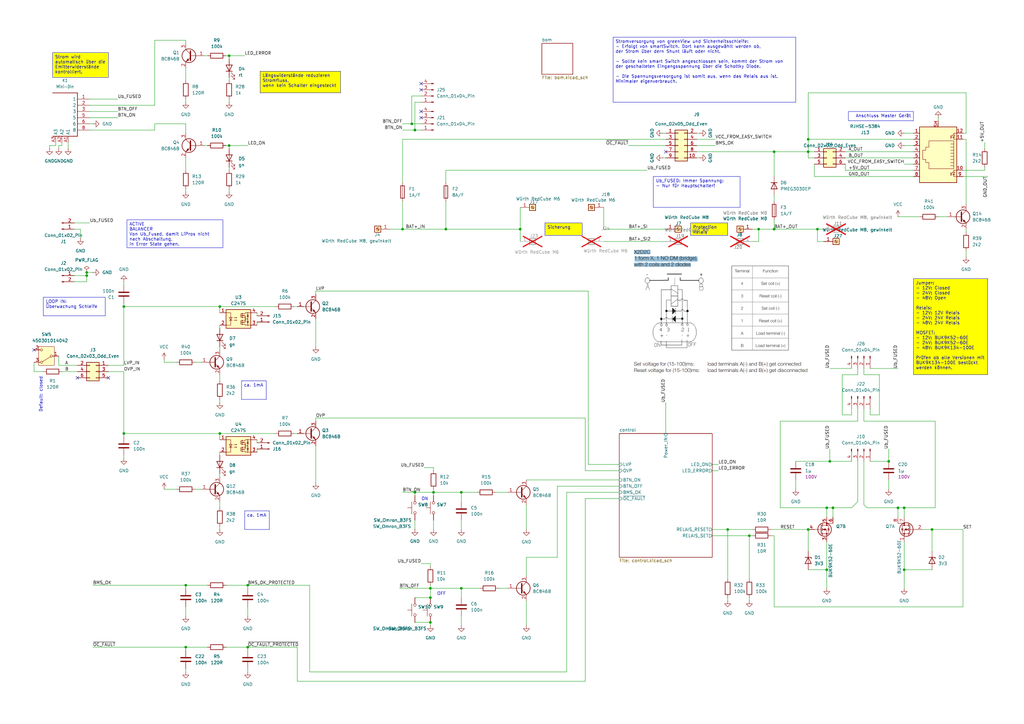
<source format=kicad_sch>
(kicad_sch
	(version 20250114)
	(generator "eeschema")
	(generator_version "9.0")
	(uuid "c138cc6a-756d-4318-83c4-a5413b81ee5f")
	(paper "A3")
	(lib_symbols
		(symbol "Connector:Conn_01x02_Pin"
			(pin_names
				(offset 1.016)
				(hide yes)
			)
			(exclude_from_sim no)
			(in_bom yes)
			(on_board yes)
			(property "Reference" "J"
				(at 0 2.54 0)
				(effects
					(font
						(size 1.27 1.27)
					)
				)
			)
			(property "Value" "Conn_01x02_Pin"
				(at 0 -5.08 0)
				(effects
					(font
						(size 1.27 1.27)
					)
				)
			)
			(property "Footprint" ""
				(at 0 0 0)
				(effects
					(font
						(size 1.27 1.27)
					)
					(hide yes)
				)
			)
			(property "Datasheet" "~"
				(at 0 0 0)
				(effects
					(font
						(size 1.27 1.27)
					)
					(hide yes)
				)
			)
			(property "Description" "Generic connector, single row, 01x02, script generated"
				(at 0 0 0)
				(effects
					(font
						(size 1.27 1.27)
					)
					(hide yes)
				)
			)
			(property "ki_locked" ""
				(at 0 0 0)
				(effects
					(font
						(size 1.27 1.27)
					)
				)
			)
			(property "ki_keywords" "connector"
				(at 0 0 0)
				(effects
					(font
						(size 1.27 1.27)
					)
					(hide yes)
				)
			)
			(property "ki_fp_filters" "Connector*:*_1x??_*"
				(at 0 0 0)
				(effects
					(font
						(size 1.27 1.27)
					)
					(hide yes)
				)
			)
			(symbol "Conn_01x02_Pin_1_1"
				(rectangle
					(start 0.8636 0.127)
					(end 0 -0.127)
					(stroke
						(width 0.1524)
						(type default)
					)
					(fill
						(type outline)
					)
				)
				(rectangle
					(start 0.8636 -2.413)
					(end 0 -2.667)
					(stroke
						(width 0.1524)
						(type default)
					)
					(fill
						(type outline)
					)
				)
				(polyline
					(pts
						(xy 1.27 0) (xy 0.8636 0)
					)
					(stroke
						(width 0.1524)
						(type default)
					)
					(fill
						(type none)
					)
				)
				(polyline
					(pts
						(xy 1.27 -2.54) (xy 0.8636 -2.54)
					)
					(stroke
						(width 0.1524)
						(type default)
					)
					(fill
						(type none)
					)
				)
				(pin passive line
					(at 5.08 0 180)
					(length 3.81)
					(name "Pin_1"
						(effects
							(font
								(size 1.27 1.27)
							)
						)
					)
					(number "1"
						(effects
							(font
								(size 1.27 1.27)
							)
						)
					)
				)
				(pin passive line
					(at 5.08 -2.54 180)
					(length 3.81)
					(name "Pin_2"
						(effects
							(font
								(size 1.27 1.27)
							)
						)
					)
					(number "2"
						(effects
							(font
								(size 1.27 1.27)
							)
						)
					)
				)
			)
			(embedded_fonts no)
		)
		(symbol "Connector:Conn_01x04_Pin"
			(pin_names
				(offset 1.016)
				(hide yes)
			)
			(exclude_from_sim no)
			(in_bom yes)
			(on_board yes)
			(property "Reference" "J"
				(at 0 5.08 0)
				(effects
					(font
						(size 1.27 1.27)
					)
				)
			)
			(property "Value" "Conn_01x04_Pin"
				(at 0 -7.62 0)
				(effects
					(font
						(size 1.27 1.27)
					)
				)
			)
			(property "Footprint" ""
				(at 0 0 0)
				(effects
					(font
						(size 1.27 1.27)
					)
					(hide yes)
				)
			)
			(property "Datasheet" "~"
				(at 0 0 0)
				(effects
					(font
						(size 1.27 1.27)
					)
					(hide yes)
				)
			)
			(property "Description" "Generic connector, single row, 01x04, script generated"
				(at 0 0 0)
				(effects
					(font
						(size 1.27 1.27)
					)
					(hide yes)
				)
			)
			(property "ki_locked" ""
				(at 0 0 0)
				(effects
					(font
						(size 1.27 1.27)
					)
				)
			)
			(property "ki_keywords" "connector"
				(at 0 0 0)
				(effects
					(font
						(size 1.27 1.27)
					)
					(hide yes)
				)
			)
			(property "ki_fp_filters" "Connector*:*_1x??_*"
				(at 0 0 0)
				(effects
					(font
						(size 1.27 1.27)
					)
					(hide yes)
				)
			)
			(symbol "Conn_01x04_Pin_1_1"
				(rectangle
					(start 0.8636 2.667)
					(end 0 2.413)
					(stroke
						(width 0.1524)
						(type default)
					)
					(fill
						(type outline)
					)
				)
				(rectangle
					(start 0.8636 0.127)
					(end 0 -0.127)
					(stroke
						(width 0.1524)
						(type default)
					)
					(fill
						(type outline)
					)
				)
				(rectangle
					(start 0.8636 -2.413)
					(end 0 -2.667)
					(stroke
						(width 0.1524)
						(type default)
					)
					(fill
						(type outline)
					)
				)
				(rectangle
					(start 0.8636 -4.953)
					(end 0 -5.207)
					(stroke
						(width 0.1524)
						(type default)
					)
					(fill
						(type outline)
					)
				)
				(polyline
					(pts
						(xy 1.27 2.54) (xy 0.8636 2.54)
					)
					(stroke
						(width 0.1524)
						(type default)
					)
					(fill
						(type none)
					)
				)
				(polyline
					(pts
						(xy 1.27 0) (xy 0.8636 0)
					)
					(stroke
						(width 0.1524)
						(type default)
					)
					(fill
						(type none)
					)
				)
				(polyline
					(pts
						(xy 1.27 -2.54) (xy 0.8636 -2.54)
					)
					(stroke
						(width 0.1524)
						(type default)
					)
					(fill
						(type none)
					)
				)
				(polyline
					(pts
						(xy 1.27 -5.08) (xy 0.8636 -5.08)
					)
					(stroke
						(width 0.1524)
						(type default)
					)
					(fill
						(type none)
					)
				)
				(pin passive line
					(at 5.08 2.54 180)
					(length 3.81)
					(name "Pin_1"
						(effects
							(font
								(size 1.27 1.27)
							)
						)
					)
					(number "1"
						(effects
							(font
								(size 1.27 1.27)
							)
						)
					)
				)
				(pin passive line
					(at 5.08 0 180)
					(length 3.81)
					(name "Pin_2"
						(effects
							(font
								(size 1.27 1.27)
							)
						)
					)
					(number "2"
						(effects
							(font
								(size 1.27 1.27)
							)
						)
					)
				)
				(pin passive line
					(at 5.08 -2.54 180)
					(length 3.81)
					(name "Pin_3"
						(effects
							(font
								(size 1.27 1.27)
							)
						)
					)
					(number "3"
						(effects
							(font
								(size 1.27 1.27)
							)
						)
					)
				)
				(pin passive line
					(at 5.08 -5.08 180)
					(length 3.81)
					(name "Pin_4"
						(effects
							(font
								(size 1.27 1.27)
							)
						)
					)
					(number "4"
						(effects
							(font
								(size 1.27 1.27)
							)
						)
					)
				)
			)
			(embedded_fonts no)
		)
		(symbol "Connector:RJ45_LED_Shielded"
			(pin_names
				(offset 1.016)
			)
			(exclude_from_sim no)
			(in_bom yes)
			(on_board yes)
			(property "Reference" "J"
				(at -5.08 13.97 0)
				(effects
					(font
						(size 1.27 1.27)
					)
					(justify right)
				)
			)
			(property "Value" "RJ45_LED_Shielded"
				(at 1.27 13.97 0)
				(effects
					(font
						(size 1.27 1.27)
					)
					(justify left)
				)
			)
			(property "Footprint" ""
				(at 0 0.635 90)
				(effects
					(font
						(size 1.27 1.27)
					)
					(hide yes)
				)
			)
			(property "Datasheet" "~"
				(at 0 0.635 90)
				(effects
					(font
						(size 1.27 1.27)
					)
					(hide yes)
				)
			)
			(property "Description" "RJ connector, 8P8C (8 positions 8 connected), two LEDs, Shielded"
				(at 0 0 0)
				(effects
					(font
						(size 1.27 1.27)
					)
					(hide yes)
				)
			)
			(property "ki_keywords" "8P8C RJ socket jack connector led"
				(at 0 0 0)
				(effects
					(font
						(size 1.27 1.27)
					)
					(hide yes)
				)
			)
			(property "ki_fp_filters" "8P8C* RJ45*"
				(at 0 0 0)
				(effects
					(font
						(size 1.27 1.27)
					)
					(hide yes)
				)
			)
			(symbol "RJ45_LED_Shielded_0_1"
				(polyline
					(pts
						(xy -7.62 10.16) (xy -6.35 10.16)
					)
					(stroke
						(width 0)
						(type default)
					)
					(fill
						(type none)
					)
				)
				(polyline
					(pts
						(xy -7.62 7.62) (xy -6.35 7.62)
					)
					(stroke
						(width 0)
						(type default)
					)
					(fill
						(type none)
					)
				)
				(polyline
					(pts
						(xy -7.62 -5.08) (xy -6.35 -5.08)
					)
					(stroke
						(width 0)
						(type default)
					)
					(fill
						(type none)
					)
				)
				(polyline
					(pts
						(xy -7.62 -7.62) (xy -6.35 -7.62)
					)
					(stroke
						(width 0)
						(type default)
					)
					(fill
						(type none)
					)
				)
				(polyline
					(pts
						(xy -6.858 9.398) (xy -5.842 9.398)
					)
					(stroke
						(width 0)
						(type default)
					)
					(fill
						(type none)
					)
				)
				(polyline
					(pts
						(xy -6.858 -5.842) (xy -5.842 -5.842)
					)
					(stroke
						(width 0)
						(type default)
					)
					(fill
						(type none)
					)
				)
				(polyline
					(pts
						(xy -6.35 10.16) (xy -6.35 9.398)
					)
					(stroke
						(width 0)
						(type default)
					)
					(fill
						(type none)
					)
				)
				(polyline
					(pts
						(xy -6.35 9.398) (xy -6.858 8.382) (xy -5.842 8.382) (xy -6.35 9.398)
					)
					(stroke
						(width 0)
						(type default)
					)
					(fill
						(type none)
					)
				)
				(polyline
					(pts
						(xy -6.35 7.62) (xy -6.35 8.382)
					)
					(stroke
						(width 0)
						(type default)
					)
					(fill
						(type none)
					)
				)
				(polyline
					(pts
						(xy -6.35 1.905) (xy -5.08 1.905) (xy -5.08 1.905)
					)
					(stroke
						(width 0)
						(type default)
					)
					(fill
						(type none)
					)
				)
				(polyline
					(pts
						(xy -6.35 0.635) (xy -5.08 0.635) (xy -5.08 0.635)
					)
					(stroke
						(width 0)
						(type default)
					)
					(fill
						(type none)
					)
				)
				(polyline
					(pts
						(xy -6.35 -0.635) (xy -5.08 -0.635) (xy -5.08 -0.635)
					)
					(stroke
						(width 0)
						(type default)
					)
					(fill
						(type none)
					)
				)
				(polyline
					(pts
						(xy -6.35 -1.905) (xy -5.08 -1.905) (xy -5.08 -1.905)
					)
					(stroke
						(width 0)
						(type default)
					)
					(fill
						(type none)
					)
				)
				(polyline
					(pts
						(xy -6.35 -3.175) (xy -5.08 -3.175) (xy -5.08 -3.175)
					)
					(stroke
						(width 0)
						(type default)
					)
					(fill
						(type none)
					)
				)
				(polyline
					(pts
						(xy -6.35 -4.445) (xy -6.35 6.985) (xy 3.81 6.985) (xy 3.81 4.445) (xy 5.08 4.445) (xy 5.08 3.175)
						(xy 6.35 3.175) (xy 6.35 -0.635) (xy 5.08 -0.635) (xy 5.08 -1.905) (xy 3.81 -1.905) (xy 3.81 -4.445)
						(xy -6.35 -4.445) (xy -6.35 -4.445)
					)
					(stroke
						(width 0)
						(type default)
					)
					(fill
						(type none)
					)
				)
				(polyline
					(pts
						(xy -6.35 -5.08) (xy -6.35 -5.842)
					)
					(stroke
						(width 0)
						(type default)
					)
					(fill
						(type none)
					)
				)
				(polyline
					(pts
						(xy -6.35 -5.842) (xy -6.858 -6.858) (xy -5.842 -6.858) (xy -6.35 -5.842)
					)
					(stroke
						(width 0)
						(type default)
					)
					(fill
						(type none)
					)
				)
				(polyline
					(pts
						(xy -6.35 -7.62) (xy -6.35 -6.858)
					)
					(stroke
						(width 0)
						(type default)
					)
					(fill
						(type none)
					)
				)
				(polyline
					(pts
						(xy -5.588 9.144) (xy -5.08 9.652) (xy -5.461 9.525)
					)
					(stroke
						(width 0)
						(type default)
					)
					(fill
						(type none)
					)
				)
				(polyline
					(pts
						(xy -5.588 8.509) (xy -5.08 9.017) (xy -5.461 8.89)
					)
					(stroke
						(width 0)
						(type default)
					)
					(fill
						(type none)
					)
				)
				(polyline
					(pts
						(xy -5.588 -6.096) (xy -5.08 -5.588) (xy -5.461 -5.715)
					)
					(stroke
						(width 0)
						(type default)
					)
					(fill
						(type none)
					)
				)
				(polyline
					(pts
						(xy -5.588 -6.731) (xy -5.08 -6.223) (xy -5.461 -6.35)
					)
					(stroke
						(width 0)
						(type default)
					)
					(fill
						(type none)
					)
				)
				(polyline
					(pts
						(xy -5.08 9.652) (xy -5.207 9.271)
					)
					(stroke
						(width 0)
						(type default)
					)
					(fill
						(type none)
					)
				)
				(polyline
					(pts
						(xy -5.08 9.017) (xy -5.207 8.636)
					)
					(stroke
						(width 0)
						(type default)
					)
					(fill
						(type none)
					)
				)
				(polyline
					(pts
						(xy -5.08 5.715) (xy -6.35 5.715)
					)
					(stroke
						(width 0)
						(type default)
					)
					(fill
						(type none)
					)
				)
				(polyline
					(pts
						(xy -5.08 4.445) (xy -6.35 4.445)
					)
					(stroke
						(width 0)
						(type default)
					)
					(fill
						(type none)
					)
				)
				(polyline
					(pts
						(xy -5.08 3.175) (xy -6.35 3.175) (xy -6.35 3.175)
					)
					(stroke
						(width 0)
						(type default)
					)
					(fill
						(type none)
					)
				)
				(polyline
					(pts
						(xy -5.08 -5.588) (xy -5.207 -5.969)
					)
					(stroke
						(width 0)
						(type default)
					)
					(fill
						(type none)
					)
				)
				(polyline
					(pts
						(xy -5.08 -6.223) (xy -5.207 -6.604)
					)
					(stroke
						(width 0)
						(type default)
					)
					(fill
						(type none)
					)
				)
				(rectangle
					(start 7.62 12.7)
					(end -7.62 -10.16)
					(stroke
						(width 0.254)
						(type default)
					)
					(fill
						(type background)
					)
				)
			)
			(symbol "RJ45_LED_Shielded_1_1"
				(pin passive line
					(at -10.16 10.16 0)
					(length 2.54)
					(name "~"
						(effects
							(font
								(size 1.27 1.27)
							)
						)
					)
					(number "9"
						(effects
							(font
								(size 1.27 1.27)
							)
						)
					)
				)
				(pin passive line
					(at -10.16 7.62 0)
					(length 2.54)
					(name "~"
						(effects
							(font
								(size 1.27 1.27)
							)
						)
					)
					(number "10"
						(effects
							(font
								(size 1.27 1.27)
							)
						)
					)
				)
				(pin passive line
					(at -10.16 -5.08 0)
					(length 2.54)
					(name "~"
						(effects
							(font
								(size 1.27 1.27)
							)
						)
					)
					(number "11"
						(effects
							(font
								(size 1.27 1.27)
							)
						)
					)
				)
				(pin passive line
					(at -10.16 -7.62 0)
					(length 2.54)
					(name "~"
						(effects
							(font
								(size 1.27 1.27)
							)
						)
					)
					(number "12"
						(effects
							(font
								(size 1.27 1.27)
							)
						)
					)
				)
				(pin passive line
					(at 0 -12.7 90)
					(length 2.54)
					(name "~"
						(effects
							(font
								(size 1.27 1.27)
							)
						)
					)
					(number "SH"
						(effects
							(font
								(size 1.27 1.27)
							)
						)
					)
				)
				(pin passive line
					(at 10.16 10.16 180)
					(length 2.54)
					(name "~"
						(effects
							(font
								(size 1.27 1.27)
							)
						)
					)
					(number "8"
						(effects
							(font
								(size 1.27 1.27)
							)
						)
					)
				)
				(pin passive line
					(at 10.16 7.62 180)
					(length 2.54)
					(name "~"
						(effects
							(font
								(size 1.27 1.27)
							)
						)
					)
					(number "7"
						(effects
							(font
								(size 1.27 1.27)
							)
						)
					)
				)
				(pin passive line
					(at 10.16 5.08 180)
					(length 2.54)
					(name "~"
						(effects
							(font
								(size 1.27 1.27)
							)
						)
					)
					(number "6"
						(effects
							(font
								(size 1.27 1.27)
							)
						)
					)
				)
				(pin passive line
					(at 10.16 2.54 180)
					(length 2.54)
					(name "~"
						(effects
							(font
								(size 1.27 1.27)
							)
						)
					)
					(number "5"
						(effects
							(font
								(size 1.27 1.27)
							)
						)
					)
				)
				(pin passive line
					(at 10.16 0 180)
					(length 2.54)
					(name "~"
						(effects
							(font
								(size 1.27 1.27)
							)
						)
					)
					(number "4"
						(effects
							(font
								(size 1.27 1.27)
							)
						)
					)
				)
				(pin passive line
					(at 10.16 -2.54 180)
					(length 2.54)
					(name "~"
						(effects
							(font
								(size 1.27 1.27)
							)
						)
					)
					(number "3"
						(effects
							(font
								(size 1.27 1.27)
							)
						)
					)
				)
				(pin passive line
					(at 10.16 -5.08 180)
					(length 2.54)
					(name "~"
						(effects
							(font
								(size 1.27 1.27)
							)
						)
					)
					(number "2"
						(effects
							(font
								(size 1.27 1.27)
							)
						)
					)
				)
				(pin passive line
					(at 10.16 -7.62 180)
					(length 2.54)
					(name "~"
						(effects
							(font
								(size 1.27 1.27)
							)
						)
					)
					(number "1"
						(effects
							(font
								(size 1.27 1.27)
							)
						)
					)
				)
			)
			(embedded_fonts no)
		)
		(symbol "Connector:Screw_Terminal_01x01"
			(pin_names
				(offset 1.016)
				(hide yes)
			)
			(exclude_from_sim no)
			(in_bom yes)
			(on_board yes)
			(property "Reference" "J"
				(at 0 2.54 0)
				(effects
					(font
						(size 1.27 1.27)
					)
				)
			)
			(property "Value" "Screw_Terminal_01x01"
				(at 0 -2.54 0)
				(effects
					(font
						(size 1.27 1.27)
					)
				)
			)
			(property "Footprint" ""
				(at 0 0 0)
				(effects
					(font
						(size 1.27 1.27)
					)
					(hide yes)
				)
			)
			(property "Datasheet" "~"
				(at 0 0 0)
				(effects
					(font
						(size 1.27 1.27)
					)
					(hide yes)
				)
			)
			(property "Description" "Generic screw terminal, single row, 01x01, script generated (kicad-library-utils/schlib/autogen/connector/)"
				(at 0 0 0)
				(effects
					(font
						(size 1.27 1.27)
					)
					(hide yes)
				)
			)
			(property "ki_keywords" "screw terminal"
				(at 0 0 0)
				(effects
					(font
						(size 1.27 1.27)
					)
					(hide yes)
				)
			)
			(property "ki_fp_filters" "TerminalBlock*:*"
				(at 0 0 0)
				(effects
					(font
						(size 1.27 1.27)
					)
					(hide yes)
				)
			)
			(symbol "Screw_Terminal_01x01_1_1"
				(rectangle
					(start -1.27 1.27)
					(end 1.27 -1.27)
					(stroke
						(width 0.254)
						(type default)
					)
					(fill
						(type background)
					)
				)
				(polyline
					(pts
						(xy -0.5334 0.3302) (xy 0.3302 -0.508)
					)
					(stroke
						(width 0.1524)
						(type default)
					)
					(fill
						(type none)
					)
				)
				(polyline
					(pts
						(xy -0.3556 0.508) (xy 0.508 -0.3302)
					)
					(stroke
						(width 0.1524)
						(type default)
					)
					(fill
						(type none)
					)
				)
				(circle
					(center 0 0)
					(radius 0.635)
					(stroke
						(width 0.1524)
						(type default)
					)
					(fill
						(type none)
					)
				)
				(pin passive line
					(at -5.08 0 0)
					(length 3.81)
					(name "Pin_1"
						(effects
							(font
								(size 1.27 1.27)
							)
						)
					)
					(number "1"
						(effects
							(font
								(size 1.27 1.27)
							)
						)
					)
				)
			)
			(embedded_fonts no)
		)
		(symbol "Connector_Generic:Conn_02x03_Odd_Even"
			(pin_names
				(offset 1.016)
				(hide yes)
			)
			(exclude_from_sim no)
			(in_bom yes)
			(on_board yes)
			(property "Reference" "J"
				(at 1.27 5.08 0)
				(effects
					(font
						(size 1.27 1.27)
					)
				)
			)
			(property "Value" "Conn_02x03_Odd_Even"
				(at 1.27 -5.08 0)
				(effects
					(font
						(size 1.27 1.27)
					)
				)
			)
			(property "Footprint" ""
				(at 0 0 0)
				(effects
					(font
						(size 1.27 1.27)
					)
					(hide yes)
				)
			)
			(property "Datasheet" "~"
				(at 0 0 0)
				(effects
					(font
						(size 1.27 1.27)
					)
					(hide yes)
				)
			)
			(property "Description" "Generic connector, double row, 02x03, odd/even pin numbering scheme (row 1 odd numbers, row 2 even numbers), script generated (kicad-library-utils/schlib/autogen/connector/)"
				(at 0 0 0)
				(effects
					(font
						(size 1.27 1.27)
					)
					(hide yes)
				)
			)
			(property "ki_keywords" "connector"
				(at 0 0 0)
				(effects
					(font
						(size 1.27 1.27)
					)
					(hide yes)
				)
			)
			(property "ki_fp_filters" "Connector*:*_2x??_*"
				(at 0 0 0)
				(effects
					(font
						(size 1.27 1.27)
					)
					(hide yes)
				)
			)
			(symbol "Conn_02x03_Odd_Even_1_1"
				(rectangle
					(start -1.27 3.81)
					(end 3.81 -3.81)
					(stroke
						(width 0.254)
						(type default)
					)
					(fill
						(type background)
					)
				)
				(rectangle
					(start -1.27 2.667)
					(end 0 2.413)
					(stroke
						(width 0.1524)
						(type default)
					)
					(fill
						(type none)
					)
				)
				(rectangle
					(start -1.27 0.127)
					(end 0 -0.127)
					(stroke
						(width 0.1524)
						(type default)
					)
					(fill
						(type none)
					)
				)
				(rectangle
					(start -1.27 -2.413)
					(end 0 -2.667)
					(stroke
						(width 0.1524)
						(type default)
					)
					(fill
						(type none)
					)
				)
				(rectangle
					(start 3.81 2.667)
					(end 2.54 2.413)
					(stroke
						(width 0.1524)
						(type default)
					)
					(fill
						(type none)
					)
				)
				(rectangle
					(start 3.81 0.127)
					(end 2.54 -0.127)
					(stroke
						(width 0.1524)
						(type default)
					)
					(fill
						(type none)
					)
				)
				(rectangle
					(start 3.81 -2.413)
					(end 2.54 -2.667)
					(stroke
						(width 0.1524)
						(type default)
					)
					(fill
						(type none)
					)
				)
				(pin passive line
					(at -5.08 2.54 0)
					(length 3.81)
					(name "Pin_1"
						(effects
							(font
								(size 1.27 1.27)
							)
						)
					)
					(number "1"
						(effects
							(font
								(size 1.27 1.27)
							)
						)
					)
				)
				(pin passive line
					(at -5.08 0 0)
					(length 3.81)
					(name "Pin_3"
						(effects
							(font
								(size 1.27 1.27)
							)
						)
					)
					(number "3"
						(effects
							(font
								(size 1.27 1.27)
							)
						)
					)
				)
				(pin passive line
					(at -5.08 -2.54 0)
					(length 3.81)
					(name "Pin_5"
						(effects
							(font
								(size 1.27 1.27)
							)
						)
					)
					(number "5"
						(effects
							(font
								(size 1.27 1.27)
							)
						)
					)
				)
				(pin passive line
					(at 7.62 2.54 180)
					(length 3.81)
					(name "Pin_2"
						(effects
							(font
								(size 1.27 1.27)
							)
						)
					)
					(number "2"
						(effects
							(font
								(size 1.27 1.27)
							)
						)
					)
				)
				(pin passive line
					(at 7.62 0 180)
					(length 3.81)
					(name "Pin_4"
						(effects
							(font
								(size 1.27 1.27)
							)
						)
					)
					(number "4"
						(effects
							(font
								(size 1.27 1.27)
							)
						)
					)
				)
				(pin passive line
					(at 7.62 -2.54 180)
					(length 3.81)
					(name "Pin_6"
						(effects
							(font
								(size 1.27 1.27)
							)
						)
					)
					(number "6"
						(effects
							(font
								(size 1.27 1.27)
							)
						)
					)
				)
			)
			(embedded_fonts no)
		)
		(symbol "Connector_Generic:Conn_02x05_Odd_Even"
			(pin_names
				(offset 1.016)
				(hide yes)
			)
			(exclude_from_sim no)
			(in_bom yes)
			(on_board yes)
			(property "Reference" "J"
				(at 1.27 7.62 0)
				(effects
					(font
						(size 1.27 1.27)
					)
				)
			)
			(property "Value" "Conn_02x05_Odd_Even"
				(at 1.27 -7.62 0)
				(effects
					(font
						(size 1.27 1.27)
					)
				)
			)
			(property "Footprint" ""
				(at 0 0 0)
				(effects
					(font
						(size 1.27 1.27)
					)
					(hide yes)
				)
			)
			(property "Datasheet" "~"
				(at 0 0 0)
				(effects
					(font
						(size 1.27 1.27)
					)
					(hide yes)
				)
			)
			(property "Description" "Generic connector, double row, 02x05, odd/even pin numbering scheme (row 1 odd numbers, row 2 even numbers), script generated (kicad-library-utils/schlib/autogen/connector/)"
				(at 0 0 0)
				(effects
					(font
						(size 1.27 1.27)
					)
					(hide yes)
				)
			)
			(property "ki_keywords" "connector"
				(at 0 0 0)
				(effects
					(font
						(size 1.27 1.27)
					)
					(hide yes)
				)
			)
			(property "ki_fp_filters" "Connector*:*_2x??_*"
				(at 0 0 0)
				(effects
					(font
						(size 1.27 1.27)
					)
					(hide yes)
				)
			)
			(symbol "Conn_02x05_Odd_Even_1_1"
				(rectangle
					(start -1.27 6.35)
					(end 3.81 -6.35)
					(stroke
						(width 0.254)
						(type default)
					)
					(fill
						(type background)
					)
				)
				(rectangle
					(start -1.27 5.207)
					(end 0 4.953)
					(stroke
						(width 0.1524)
						(type default)
					)
					(fill
						(type none)
					)
				)
				(rectangle
					(start -1.27 2.667)
					(end 0 2.413)
					(stroke
						(width 0.1524)
						(type default)
					)
					(fill
						(type none)
					)
				)
				(rectangle
					(start -1.27 0.127)
					(end 0 -0.127)
					(stroke
						(width 0.1524)
						(type default)
					)
					(fill
						(type none)
					)
				)
				(rectangle
					(start -1.27 -2.413)
					(end 0 -2.667)
					(stroke
						(width 0.1524)
						(type default)
					)
					(fill
						(type none)
					)
				)
				(rectangle
					(start -1.27 -4.953)
					(end 0 -5.207)
					(stroke
						(width 0.1524)
						(type default)
					)
					(fill
						(type none)
					)
				)
				(rectangle
					(start 3.81 5.207)
					(end 2.54 4.953)
					(stroke
						(width 0.1524)
						(type default)
					)
					(fill
						(type none)
					)
				)
				(rectangle
					(start 3.81 2.667)
					(end 2.54 2.413)
					(stroke
						(width 0.1524)
						(type default)
					)
					(fill
						(type none)
					)
				)
				(rectangle
					(start 3.81 0.127)
					(end 2.54 -0.127)
					(stroke
						(width 0.1524)
						(type default)
					)
					(fill
						(type none)
					)
				)
				(rectangle
					(start 3.81 -2.413)
					(end 2.54 -2.667)
					(stroke
						(width 0.1524)
						(type default)
					)
					(fill
						(type none)
					)
				)
				(rectangle
					(start 3.81 -4.953)
					(end 2.54 -5.207)
					(stroke
						(width 0.1524)
						(type default)
					)
					(fill
						(type none)
					)
				)
				(pin passive line
					(at -5.08 5.08 0)
					(length 3.81)
					(name "Pin_1"
						(effects
							(font
								(size 1.27 1.27)
							)
						)
					)
					(number "1"
						(effects
							(font
								(size 1.27 1.27)
							)
						)
					)
				)
				(pin passive line
					(at -5.08 2.54 0)
					(length 3.81)
					(name "Pin_3"
						(effects
							(font
								(size 1.27 1.27)
							)
						)
					)
					(number "3"
						(effects
							(font
								(size 1.27 1.27)
							)
						)
					)
				)
				(pin passive line
					(at -5.08 0 0)
					(length 3.81)
					(name "Pin_5"
						(effects
							(font
								(size 1.27 1.27)
							)
						)
					)
					(number "5"
						(effects
							(font
								(size 1.27 1.27)
							)
						)
					)
				)
				(pin passive line
					(at -5.08 -2.54 0)
					(length 3.81)
					(name "Pin_7"
						(effects
							(font
								(size 1.27 1.27)
							)
						)
					)
					(number "7"
						(effects
							(font
								(size 1.27 1.27)
							)
						)
					)
				)
				(pin passive line
					(at -5.08 -5.08 0)
					(length 3.81)
					(name "Pin_9"
						(effects
							(font
								(size 1.27 1.27)
							)
						)
					)
					(number "9"
						(effects
							(font
								(size 1.27 1.27)
							)
						)
					)
				)
				(pin passive line
					(at 7.62 5.08 180)
					(length 3.81)
					(name "Pin_2"
						(effects
							(font
								(size 1.27 1.27)
							)
						)
					)
					(number "2"
						(effects
							(font
								(size 1.27 1.27)
							)
						)
					)
				)
				(pin passive line
					(at 7.62 2.54 180)
					(length 3.81)
					(name "Pin_4"
						(effects
							(font
								(size 1.27 1.27)
							)
						)
					)
					(number "4"
						(effects
							(font
								(size 1.27 1.27)
							)
						)
					)
				)
				(pin passive line
					(at 7.62 0 180)
					(length 3.81)
					(name "Pin_6"
						(effects
							(font
								(size 1.27 1.27)
							)
						)
					)
					(number "6"
						(effects
							(font
								(size 1.27 1.27)
							)
						)
					)
				)
				(pin passive line
					(at 7.62 -2.54 180)
					(length 3.81)
					(name "Pin_8"
						(effects
							(font
								(size 1.27 1.27)
							)
						)
					)
					(number "8"
						(effects
							(font
								(size 1.27 1.27)
							)
						)
					)
				)
				(pin passive line
					(at 7.62 -5.08 180)
					(length 3.81)
					(name "Pin_10"
						(effects
							(font
								(size 1.27 1.27)
							)
						)
					)
					(number "10"
						(effects
							(font
								(size 1.27 1.27)
							)
						)
					)
				)
			)
			(embedded_fonts no)
		)
		(symbol "Device:C"
			(pin_numbers
				(hide yes)
			)
			(pin_names
				(offset 0.254)
			)
			(exclude_from_sim no)
			(in_bom yes)
			(on_board yes)
			(property "Reference" "C"
				(at 0.635 2.54 0)
				(effects
					(font
						(size 1.27 1.27)
					)
					(justify left)
				)
			)
			(property "Value" "C"
				(at 0.635 -2.54 0)
				(effects
					(font
						(size 1.27 1.27)
					)
					(justify left)
				)
			)
			(property "Footprint" ""
				(at 0.9652 -3.81 0)
				(effects
					(font
						(size 1.27 1.27)
					)
					(hide yes)
				)
			)
			(property "Datasheet" "~"
				(at 0 0 0)
				(effects
					(font
						(size 1.27 1.27)
					)
					(hide yes)
				)
			)
			(property "Description" "Unpolarized capacitor"
				(at 0 0 0)
				(effects
					(font
						(size 1.27 1.27)
					)
					(hide yes)
				)
			)
			(property "ki_keywords" "cap capacitor"
				(at 0 0 0)
				(effects
					(font
						(size 1.27 1.27)
					)
					(hide yes)
				)
			)
			(property "ki_fp_filters" "C_*"
				(at 0 0 0)
				(effects
					(font
						(size 1.27 1.27)
					)
					(hide yes)
				)
			)
			(symbol "C_0_1"
				(polyline
					(pts
						(xy -2.032 0.762) (xy 2.032 0.762)
					)
					(stroke
						(width 0.508)
						(type default)
					)
					(fill
						(type none)
					)
				)
				(polyline
					(pts
						(xy -2.032 -0.762) (xy 2.032 -0.762)
					)
					(stroke
						(width 0.508)
						(type default)
					)
					(fill
						(type none)
					)
				)
			)
			(symbol "C_1_1"
				(pin passive line
					(at 0 3.81 270)
					(length 2.794)
					(name "~"
						(effects
							(font
								(size 1.27 1.27)
							)
						)
					)
					(number "1"
						(effects
							(font
								(size 1.27 1.27)
							)
						)
					)
				)
				(pin passive line
					(at 0 -3.81 90)
					(length 2.794)
					(name "~"
						(effects
							(font
								(size 1.27 1.27)
							)
						)
					)
					(number "2"
						(effects
							(font
								(size 1.27 1.27)
							)
						)
					)
				)
			)
			(embedded_fonts no)
		)
		(symbol "Device:D"
			(pin_numbers
				(hide yes)
			)
			(pin_names
				(offset 1.016)
				(hide yes)
			)
			(exclude_from_sim no)
			(in_bom yes)
			(on_board yes)
			(property "Reference" "D"
				(at 0 2.54 0)
				(effects
					(font
						(size 1.27 1.27)
					)
				)
			)
			(property "Value" "D"
				(at 0 -2.54 0)
				(effects
					(font
						(size 1.27 1.27)
					)
				)
			)
			(property "Footprint" ""
				(at 0 0 0)
				(effects
					(font
						(size 1.27 1.27)
					)
					(hide yes)
				)
			)
			(property "Datasheet" "~"
				(at 0 0 0)
				(effects
					(font
						(size 1.27 1.27)
					)
					(hide yes)
				)
			)
			(property "Description" "Diode"
				(at 0 0 0)
				(effects
					(font
						(size 1.27 1.27)
					)
					(hide yes)
				)
			)
			(property "Sim.Device" "D"
				(at 0 0 0)
				(effects
					(font
						(size 1.27 1.27)
					)
					(hide yes)
				)
			)
			(property "Sim.Pins" "1=K 2=A"
				(at 0 0 0)
				(effects
					(font
						(size 1.27 1.27)
					)
					(hide yes)
				)
			)
			(property "ki_keywords" "diode"
				(at 0 0 0)
				(effects
					(font
						(size 1.27 1.27)
					)
					(hide yes)
				)
			)
			(property "ki_fp_filters" "TO-???* *_Diode_* *SingleDiode* D_*"
				(at 0 0 0)
				(effects
					(font
						(size 1.27 1.27)
					)
					(hide yes)
				)
			)
			(symbol "D_0_1"
				(polyline
					(pts
						(xy -1.27 1.27) (xy -1.27 -1.27)
					)
					(stroke
						(width 0.254)
						(type default)
					)
					(fill
						(type none)
					)
				)
				(polyline
					(pts
						(xy 1.27 1.27) (xy 1.27 -1.27) (xy -1.27 0) (xy 1.27 1.27)
					)
					(stroke
						(width 0.254)
						(type default)
					)
					(fill
						(type none)
					)
				)
				(polyline
					(pts
						(xy 1.27 0) (xy -1.27 0)
					)
					(stroke
						(width 0)
						(type default)
					)
					(fill
						(type none)
					)
				)
			)
			(symbol "D_1_1"
				(pin passive line
					(at -3.81 0 0)
					(length 2.54)
					(name "K"
						(effects
							(font
								(size 1.27 1.27)
							)
						)
					)
					(number "1"
						(effects
							(font
								(size 1.27 1.27)
							)
						)
					)
				)
				(pin passive line
					(at 3.81 0 180)
					(length 2.54)
					(name "A"
						(effects
							(font
								(size 1.27 1.27)
							)
						)
					)
					(number "2"
						(effects
							(font
								(size 1.27 1.27)
							)
						)
					)
				)
			)
			(embedded_fonts no)
		)
		(symbol "Device:D_Zener"
			(pin_numbers
				(hide yes)
			)
			(pin_names
				(offset 1.016)
				(hide yes)
			)
			(exclude_from_sim no)
			(in_bom yes)
			(on_board yes)
			(property "Reference" "D"
				(at 0 2.54 0)
				(effects
					(font
						(size 1.27 1.27)
					)
				)
			)
			(property "Value" "D_Zener"
				(at 0 -2.54 0)
				(effects
					(font
						(size 1.27 1.27)
					)
				)
			)
			(property "Footprint" ""
				(at 0 0 0)
				(effects
					(font
						(size 1.27 1.27)
					)
					(hide yes)
				)
			)
			(property "Datasheet" "~"
				(at 0 0 0)
				(effects
					(font
						(size 1.27 1.27)
					)
					(hide yes)
				)
			)
			(property "Description" "Zener diode"
				(at 0 0 0)
				(effects
					(font
						(size 1.27 1.27)
					)
					(hide yes)
				)
			)
			(property "ki_keywords" "diode"
				(at 0 0 0)
				(effects
					(font
						(size 1.27 1.27)
					)
					(hide yes)
				)
			)
			(property "ki_fp_filters" "TO-???* *_Diode_* *SingleDiode* D_*"
				(at 0 0 0)
				(effects
					(font
						(size 1.27 1.27)
					)
					(hide yes)
				)
			)
			(symbol "D_Zener_0_1"
				(polyline
					(pts
						(xy -1.27 -1.27) (xy -1.27 1.27) (xy -0.762 1.27)
					)
					(stroke
						(width 0.254)
						(type default)
					)
					(fill
						(type none)
					)
				)
				(polyline
					(pts
						(xy 1.27 0) (xy -1.27 0)
					)
					(stroke
						(width 0)
						(type default)
					)
					(fill
						(type none)
					)
				)
				(polyline
					(pts
						(xy 1.27 -1.27) (xy 1.27 1.27) (xy -1.27 0) (xy 1.27 -1.27)
					)
					(stroke
						(width 0.254)
						(type default)
					)
					(fill
						(type none)
					)
				)
			)
			(symbol "D_Zener_1_1"
				(pin passive line
					(at -3.81 0 0)
					(length 2.54)
					(name "K"
						(effects
							(font
								(size 1.27 1.27)
							)
						)
					)
					(number "1"
						(effects
							(font
								(size 1.27 1.27)
							)
						)
					)
				)
				(pin passive line
					(at 3.81 0 180)
					(length 2.54)
					(name "A"
						(effects
							(font
								(size 1.27 1.27)
							)
						)
					)
					(number "2"
						(effects
							(font
								(size 1.27 1.27)
							)
						)
					)
				)
			)
			(embedded_fonts no)
		)
		(symbol "Device:Fuse"
			(pin_numbers
				(hide yes)
			)
			(pin_names
				(offset 0)
			)
			(exclude_from_sim no)
			(in_bom yes)
			(on_board yes)
			(property "Reference" "F"
				(at 2.032 0 90)
				(effects
					(font
						(size 1.27 1.27)
					)
				)
			)
			(property "Value" "Fuse"
				(at -1.905 0 90)
				(effects
					(font
						(size 1.27 1.27)
					)
				)
			)
			(property "Footprint" ""
				(at -1.778 0 90)
				(effects
					(font
						(size 1.27 1.27)
					)
					(hide yes)
				)
			)
			(property "Datasheet" "~"
				(at 0 0 0)
				(effects
					(font
						(size 1.27 1.27)
					)
					(hide yes)
				)
			)
			(property "Description" "Fuse"
				(at 0 0 0)
				(effects
					(font
						(size 1.27 1.27)
					)
					(hide yes)
				)
			)
			(property "ki_keywords" "fuse"
				(at 0 0 0)
				(effects
					(font
						(size 1.27 1.27)
					)
					(hide yes)
				)
			)
			(property "ki_fp_filters" "*Fuse*"
				(at 0 0 0)
				(effects
					(font
						(size 1.27 1.27)
					)
					(hide yes)
				)
			)
			(symbol "Fuse_0_1"
				(rectangle
					(start -0.762 -2.54)
					(end 0.762 2.54)
					(stroke
						(width 0.254)
						(type default)
					)
					(fill
						(type none)
					)
				)
				(polyline
					(pts
						(xy 0 2.54) (xy 0 -2.54)
					)
					(stroke
						(width 0)
						(type default)
					)
					(fill
						(type none)
					)
				)
			)
			(symbol "Fuse_1_1"
				(pin passive line
					(at 0 3.81 270)
					(length 1.27)
					(name "~"
						(effects
							(font
								(size 1.27 1.27)
							)
						)
					)
					(number "1"
						(effects
							(font
								(size 1.27 1.27)
							)
						)
					)
				)
				(pin passive line
					(at 0 -3.81 90)
					(length 1.27)
					(name "~"
						(effects
							(font
								(size 1.27 1.27)
							)
						)
					)
					(number "2"
						(effects
							(font
								(size 1.27 1.27)
							)
						)
					)
				)
			)
			(embedded_fonts no)
		)
		(symbol "Device:LED"
			(pin_numbers
				(hide yes)
			)
			(pin_names
				(offset 1.016)
				(hide yes)
			)
			(exclude_from_sim no)
			(in_bom yes)
			(on_board yes)
			(property "Reference" "D"
				(at 0 2.54 0)
				(effects
					(font
						(size 1.27 1.27)
					)
				)
			)
			(property "Value" "LED"
				(at 0 -2.54 0)
				(effects
					(font
						(size 1.27 1.27)
					)
				)
			)
			(property "Footprint" ""
				(at 0 0 0)
				(effects
					(font
						(size 1.27 1.27)
					)
					(hide yes)
				)
			)
			(property "Datasheet" "~"
				(at 0 0 0)
				(effects
					(font
						(size 1.27 1.27)
					)
					(hide yes)
				)
			)
			(property "Description" "Light emitting diode"
				(at 0 0 0)
				(effects
					(font
						(size 1.27 1.27)
					)
					(hide yes)
				)
			)
			(property "Sim.Pins" "1=K 2=A"
				(at 0 0 0)
				(effects
					(font
						(size 1.27 1.27)
					)
					(hide yes)
				)
			)
			(property "ki_keywords" "LED diode"
				(at 0 0 0)
				(effects
					(font
						(size 1.27 1.27)
					)
					(hide yes)
				)
			)
			(property "ki_fp_filters" "LED* LED_SMD:* LED_THT:*"
				(at 0 0 0)
				(effects
					(font
						(size 1.27 1.27)
					)
					(hide yes)
				)
			)
			(symbol "LED_0_1"
				(polyline
					(pts
						(xy -3.048 -0.762) (xy -4.572 -2.286) (xy -3.81 -2.286) (xy -4.572 -2.286) (xy -4.572 -1.524)
					)
					(stroke
						(width 0)
						(type default)
					)
					(fill
						(type none)
					)
				)
				(polyline
					(pts
						(xy -1.778 -0.762) (xy -3.302 -2.286) (xy -2.54 -2.286) (xy -3.302 -2.286) (xy -3.302 -1.524)
					)
					(stroke
						(width 0)
						(type default)
					)
					(fill
						(type none)
					)
				)
				(polyline
					(pts
						(xy -1.27 0) (xy 1.27 0)
					)
					(stroke
						(width 0)
						(type default)
					)
					(fill
						(type none)
					)
				)
				(polyline
					(pts
						(xy -1.27 -1.27) (xy -1.27 1.27)
					)
					(stroke
						(width 0.254)
						(type default)
					)
					(fill
						(type none)
					)
				)
				(polyline
					(pts
						(xy 1.27 -1.27) (xy 1.27 1.27) (xy -1.27 0) (xy 1.27 -1.27)
					)
					(stroke
						(width 0.254)
						(type default)
					)
					(fill
						(type none)
					)
				)
			)
			(symbol "LED_1_1"
				(pin passive line
					(at -3.81 0 0)
					(length 2.54)
					(name "K"
						(effects
							(font
								(size 1.27 1.27)
							)
						)
					)
					(number "1"
						(effects
							(font
								(size 1.27 1.27)
							)
						)
					)
				)
				(pin passive line
					(at 3.81 0 180)
					(length 2.54)
					(name "A"
						(effects
							(font
								(size 1.27 1.27)
							)
						)
					)
					(number "2"
						(effects
							(font
								(size 1.27 1.27)
							)
						)
					)
				)
			)
			(embedded_fonts no)
		)
		(symbol "Device:R"
			(pin_numbers
				(hide yes)
			)
			(pin_names
				(offset 0)
			)
			(exclude_from_sim no)
			(in_bom yes)
			(on_board yes)
			(property "Reference" "R"
				(at 2.032 0 90)
				(effects
					(font
						(size 1.27 1.27)
					)
				)
			)
			(property "Value" "R"
				(at 0 0 90)
				(effects
					(font
						(size 1.27 1.27)
					)
				)
			)
			(property "Footprint" ""
				(at -1.778 0 90)
				(effects
					(font
						(size 1.27 1.27)
					)
					(hide yes)
				)
			)
			(property "Datasheet" "~"
				(at 0 0 0)
				(effects
					(font
						(size 1.27 1.27)
					)
					(hide yes)
				)
			)
			(property "Description" "Resistor"
				(at 0 0 0)
				(effects
					(font
						(size 1.27 1.27)
					)
					(hide yes)
				)
			)
			(property "ki_keywords" "R res resistor"
				(at 0 0 0)
				(effects
					(font
						(size 1.27 1.27)
					)
					(hide yes)
				)
			)
			(property "ki_fp_filters" "R_*"
				(at 0 0 0)
				(effects
					(font
						(size 1.27 1.27)
					)
					(hide yes)
				)
			)
			(symbol "R_0_1"
				(rectangle
					(start -1.016 -2.54)
					(end 1.016 2.54)
					(stroke
						(width 0.254)
						(type default)
					)
					(fill
						(type none)
					)
				)
			)
			(symbol "R_1_1"
				(pin passive line
					(at 0 3.81 270)
					(length 1.27)
					(name "~"
						(effects
							(font
								(size 1.27 1.27)
							)
						)
					)
					(number "1"
						(effects
							(font
								(size 1.27 1.27)
							)
						)
					)
				)
				(pin passive line
					(at 0 -3.81 90)
					(length 1.27)
					(name "~"
						(effects
							(font
								(size 1.27 1.27)
							)
						)
					)
					(number "2"
						(effects
							(font
								(size 1.27 1.27)
							)
						)
					)
				)
			)
			(embedded_fonts no)
		)
		(symbol "Relay_SolidState:ASSR-1218"
			(exclude_from_sim no)
			(in_bom yes)
			(on_board yes)
			(property "Reference" "U"
				(at -5.08 5.08 0)
				(effects
					(font
						(size 1.27 1.27)
					)
					(justify left)
				)
			)
			(property "Value" "ASSR-1218"
				(at 0 5.08 0)
				(effects
					(font
						(size 1.27 1.27)
					)
					(justify left)
				)
			)
			(property "Footprint" "Package_SO:SO-4_4.4x4.3mm_P2.54mm"
				(at -5.08 -5.08 0)
				(effects
					(font
						(size 1.27 1.27)
						(italic yes)
					)
					(justify left)
					(hide yes)
				)
			)
			(property "Datasheet" "https://docs.broadcom.com/docs/AV02-0173EN"
				(at 0 0 0)
				(effects
					(font
						(size 1.27 1.27)
					)
					(justify left)
					(hide yes)
				)
			)
			(property "Description" "Form A, Solid State Relay (Photo MOSFET) 60V, 0.2A, 10Ohm, SO-4"
				(at 0 0 0)
				(effects
					(font
						(size 1.27 1.27)
					)
					(hide yes)
				)
			)
			(property "ki_keywords" "MOSFET Output Photorelay 1-Form-A"
				(at 0 0 0)
				(effects
					(font
						(size 1.27 1.27)
					)
					(hide yes)
				)
			)
			(property "ki_fp_filters" "SO*4.4x4.3mm*P2.54mm*"
				(at 0 0 0)
				(effects
					(font
						(size 1.27 1.27)
					)
					(hide yes)
				)
			)
			(symbol "ASSR-1218_0_1"
				(rectangle
					(start -5.08 3.81)
					(end 5.08 -3.81)
					(stroke
						(width 0.254)
						(type default)
					)
					(fill
						(type background)
					)
				)
				(polyline
					(pts
						(xy -5.08 2.54) (xy -3.175 2.54) (xy -3.175 -2.54) (xy -5.08 -2.54)
					)
					(stroke
						(width 0)
						(type default)
					)
					(fill
						(type none)
					)
				)
				(polyline
					(pts
						(xy -3.81 -0.635) (xy -2.54 -0.635)
					)
					(stroke
						(width 0)
						(type default)
					)
					(fill
						(type none)
					)
				)
				(polyline
					(pts
						(xy -3.175 -0.635) (xy -3.81 0.635) (xy -2.54 0.635) (xy -3.175 -0.635)
					)
					(stroke
						(width 0)
						(type default)
					)
					(fill
						(type none)
					)
				)
				(polyline
					(pts
						(xy -1.905 0.508) (xy -0.635 0.508) (xy -1.016 0.381) (xy -1.016 0.635) (xy -0.635 0.508)
					)
					(stroke
						(width 0)
						(type default)
					)
					(fill
						(type none)
					)
				)
				(polyline
					(pts
						(xy -1.905 -0.508) (xy -0.635 -0.508) (xy -1.016 -0.635) (xy -1.016 -0.381) (xy -0.635 -0.508)
					)
					(stroke
						(width 0)
						(type default)
					)
					(fill
						(type none)
					)
				)
				(polyline
					(pts
						(xy 1.016 2.159) (xy 1.016 0.635)
					)
					(stroke
						(width 0.2032)
						(type default)
					)
					(fill
						(type none)
					)
				)
				(polyline
					(pts
						(xy 1.016 -0.635) (xy 1.016 -2.159)
					)
					(stroke
						(width 0.2032)
						(type default)
					)
					(fill
						(type none)
					)
				)
				(polyline
					(pts
						(xy 1.524 2.286) (xy 1.524 2.032) (xy 1.524 2.032)
					)
					(stroke
						(width 0.3556)
						(type default)
					)
					(fill
						(type none)
					)
				)
				(polyline
					(pts
						(xy 1.524 1.524) (xy 1.524 1.27) (xy 1.524 1.27)
					)
					(stroke
						(width 0.3556)
						(type default)
					)
					(fill
						(type none)
					)
				)
				(polyline
					(pts
						(xy 1.524 0.762) (xy 1.524 0.508) (xy 1.524 0.508)
					)
					(stroke
						(width 0.3556)
						(type default)
					)
					(fill
						(type none)
					)
				)
				(polyline
					(pts
						(xy 1.524 -0.508) (xy 1.524 -0.762)
					)
					(stroke
						(width 0.3556)
						(type default)
					)
					(fill
						(type none)
					)
				)
				(polyline
					(pts
						(xy 1.524 -1.27) (xy 1.524 -1.524) (xy 1.524 -1.524)
					)
					(stroke
						(width 0.3556)
						(type default)
					)
					(fill
						(type none)
					)
				)
				(polyline
					(pts
						(xy 1.524 -2.032) (xy 1.524 -2.286) (xy 1.524 -2.286)
					)
					(stroke
						(width 0.3556)
						(type default)
					)
					(fill
						(type none)
					)
				)
				(polyline
					(pts
						(xy 1.651 2.159) (xy 2.794 2.159) (xy 2.794 2.54) (xy 5.08 2.54)
					)
					(stroke
						(width 0)
						(type default)
					)
					(fill
						(type none)
					)
				)
				(polyline
					(pts
						(xy 1.651 1.397) (xy 2.794 1.397) (xy 2.794 0.635)
					)
					(stroke
						(width 0)
						(type default)
					)
					(fill
						(type none)
					)
				)
				(polyline
					(pts
						(xy 1.651 -0.635) (xy 2.794 -0.635) (xy 2.794 0.635) (xy 1.651 0.635)
					)
					(stroke
						(width 0)
						(type default)
					)
					(fill
						(type none)
					)
				)
				(polyline
					(pts
						(xy 1.651 -1.397) (xy 2.794 -1.397) (xy 2.794 -0.635)
					)
					(stroke
						(width 0)
						(type default)
					)
					(fill
						(type none)
					)
				)
				(polyline
					(pts
						(xy 1.651 -2.159) (xy 2.794 -2.159) (xy 2.794 -2.54) (xy 5.08 -2.54)
					)
					(stroke
						(width 0)
						(type default)
					)
					(fill
						(type none)
					)
				)
				(polyline
					(pts
						(xy 1.778 1.397) (xy 2.286 1.524) (xy 2.286 1.27) (xy 1.778 1.397)
					)
					(stroke
						(width 0)
						(type default)
					)
					(fill
						(type none)
					)
				)
				(polyline
					(pts
						(xy 1.778 -1.397) (xy 2.286 -1.27) (xy 2.286 -1.524) (xy 1.778 -1.397)
					)
					(stroke
						(width 0)
						(type default)
					)
					(fill
						(type none)
					)
				)
				(circle
					(center 2.794 0.635)
					(radius 0.127)
					(stroke
						(width 0)
						(type default)
					)
					(fill
						(type none)
					)
				)
				(polyline
					(pts
						(xy 2.794 0) (xy 3.81 0)
					)
					(stroke
						(width 0)
						(type default)
					)
					(fill
						(type none)
					)
				)
				(circle
					(center 2.794 0)
					(radius 0.127)
					(stroke
						(width 0)
						(type default)
					)
					(fill
						(type none)
					)
				)
				(circle
					(center 2.794 -0.635)
					(radius 0.127)
					(stroke
						(width 0)
						(type default)
					)
					(fill
						(type none)
					)
				)
				(polyline
					(pts
						(xy 3.429 1.651) (xy 4.191 1.651)
					)
					(stroke
						(width 0)
						(type default)
					)
					(fill
						(type none)
					)
				)
				(polyline
					(pts
						(xy 3.429 -1.651) (xy 4.191 -1.651)
					)
					(stroke
						(width 0)
						(type default)
					)
					(fill
						(type none)
					)
				)
				(circle
					(center 3.81 2.54)
					(radius 0.127)
					(stroke
						(width 0)
						(type default)
					)
					(fill
						(type none)
					)
				)
				(polyline
					(pts
						(xy 3.81 1.651) (xy 3.429 0.889) (xy 4.191 0.889) (xy 3.81 1.651)
					)
					(stroke
						(width 0)
						(type default)
					)
					(fill
						(type none)
					)
				)
				(circle
					(center 3.81 0)
					(radius 0.127)
					(stroke
						(width 0)
						(type default)
					)
					(fill
						(type none)
					)
				)
				(polyline
					(pts
						(xy 3.81 -1.651) (xy 3.429 -0.889) (xy 4.191 -0.889) (xy 3.81 -1.651)
					)
					(stroke
						(width 0)
						(type default)
					)
					(fill
						(type none)
					)
				)
				(polyline
					(pts
						(xy 3.81 -2.54) (xy 3.81 2.54)
					)
					(stroke
						(width 0)
						(type default)
					)
					(fill
						(type none)
					)
				)
				(circle
					(center 3.81 -2.54)
					(radius 0.127)
					(stroke
						(width 0)
						(type default)
					)
					(fill
						(type none)
					)
				)
			)
			(symbol "ASSR-1218_1_1"
				(pin passive line
					(at -7.62 2.54 0)
					(length 2.54)
					(name "~"
						(effects
							(font
								(size 1.27 1.27)
							)
						)
					)
					(number "1"
						(effects
							(font
								(size 1.27 1.27)
							)
						)
					)
				)
				(pin passive line
					(at -7.62 -2.54 0)
					(length 2.54)
					(name "~"
						(effects
							(font
								(size 1.27 1.27)
							)
						)
					)
					(number "2"
						(effects
							(font
								(size 1.27 1.27)
							)
						)
					)
				)
				(pin passive line
					(at 7.62 2.54 180)
					(length 2.54)
					(name "~"
						(effects
							(font
								(size 1.27 1.27)
							)
						)
					)
					(number "4"
						(effects
							(font
								(size 1.27 1.27)
							)
						)
					)
				)
				(pin passive line
					(at 7.62 -2.54 180)
					(length 2.54)
					(name "~"
						(effects
							(font
								(size 1.27 1.27)
							)
						)
					)
					(number "3"
						(effects
							(font
								(size 1.27 1.27)
							)
						)
					)
				)
			)
			(embedded_fonts no)
		)
		(symbol "Switch:SW_Omron_B3FS"
			(pin_numbers
				(hide yes)
			)
			(pin_names
				(offset 1.016)
				(hide yes)
			)
			(exclude_from_sim no)
			(in_bom yes)
			(on_board yes)
			(property "Reference" "SW"
				(at 1.27 2.54 0)
				(effects
					(font
						(size 1.27 1.27)
					)
					(justify left)
				)
			)
			(property "Value" "SW_Omron_B3FS"
				(at 0 -1.524 0)
				(effects
					(font
						(size 1.27 1.27)
					)
				)
			)
			(property "Footprint" ""
				(at 0 5.08 0)
				(effects
					(font
						(size 1.27 1.27)
					)
					(hide yes)
				)
			)
			(property "Datasheet" "https://omronfs.omron.com/en_US/ecb/products/pdf/en-b3fs.pdf"
				(at 0 5.08 0)
				(effects
					(font
						(size 1.27 1.27)
					)
					(hide yes)
				)
			)
			(property "Description" "Omron B3FS 6x6mm single pole normally-open tactile switch"
				(at 0 0 0)
				(effects
					(font
						(size 1.27 1.27)
					)
					(hide yes)
				)
			)
			(property "ki_keywords" "switch normally-open pushbutton push-button"
				(at 0 0 0)
				(effects
					(font
						(size 1.27 1.27)
					)
					(hide yes)
				)
			)
			(property "ki_fp_filters" "SW*Omron*B3FS*"
				(at 0 0 0)
				(effects
					(font
						(size 1.27 1.27)
					)
					(hide yes)
				)
			)
			(symbol "SW_Omron_B3FS_0_1"
				(circle
					(center -2.032 0)
					(radius 0.508)
					(stroke
						(width 0)
						(type default)
					)
					(fill
						(type none)
					)
				)
				(polyline
					(pts
						(xy 0 1.27) (xy 0 3.048)
					)
					(stroke
						(width 0)
						(type default)
					)
					(fill
						(type none)
					)
				)
				(circle
					(center 2.032 0)
					(radius 0.508)
					(stroke
						(width 0)
						(type default)
					)
					(fill
						(type none)
					)
				)
				(polyline
					(pts
						(xy 2.54 1.27) (xy -2.54 1.27)
					)
					(stroke
						(width 0)
						(type default)
					)
					(fill
						(type none)
					)
				)
				(pin passive line
					(at -5.08 0 0)
					(length 2.54)
					(name "1"
						(effects
							(font
								(size 1.27 1.27)
							)
						)
					)
					(number "1"
						(effects
							(font
								(size 1.27 1.27)
							)
						)
					)
				)
				(pin passive line
					(at 5.08 0 180)
					(length 2.54)
					(name "2"
						(effects
							(font
								(size 1.27 1.27)
							)
						)
					)
					(number "2"
						(effects
							(font
								(size 1.27 1.27)
							)
						)
					)
				)
			)
			(embedded_fonts no)
		)
		(symbol "Switch:SW_Wuerth_450301014042"
			(pin_names
				(offset 1)
				(hide yes)
			)
			(exclude_from_sim no)
			(in_bom yes)
			(on_board yes)
			(property "Reference" "SW"
				(at 0 5.08 0)
				(effects
					(font
						(size 1.27 1.27)
					)
				)
			)
			(property "Value" "SW_Wuerth_450301014042"
				(at 0 -5.08 0)
				(effects
					(font
						(size 1.27 1.27)
					)
				)
			)
			(property "Footprint" "Button_Switch_THT:SW_Slide-03_Wuerth-WS-SLTV_10x2.5x6.4_P2.54mm"
				(at 0 -10.16 0)
				(effects
					(font
						(size 1.27 1.27)
					)
					(hide yes)
				)
			)
			(property "Datasheet" "https://www.we-online.com/components/products/datasheet/450301014042.pdf"
				(at 0 -7.62 0)
				(effects
					(font
						(size 1.27 1.27)
					)
					(hide yes)
				)
			)
			(property "Description" "Switch slide, single pole double throw"
				(at 0 0 0)
				(effects
					(font
						(size 1.27 1.27)
					)
					(hide yes)
				)
			)
			(property "ki_keywords" "changeover single-pole opposite-side-connection double-throw spdt ON-ON"
				(at 0 0 0)
				(effects
					(font
						(size 1.27 1.27)
					)
					(hide yes)
				)
			)
			(property "ki_fp_filters" "SW*Wuerth*WS*SLTV*10x2.5x6.4*P2.54mm*"
				(at 0 0 0)
				(effects
					(font
						(size 1.27 1.27)
					)
					(hide yes)
				)
			)
			(symbol "SW_Wuerth_450301014042_0_1"
				(circle
					(center -2.032 0)
					(radius 0.4572)
					(stroke
						(width 0)
						(type default)
					)
					(fill
						(type none)
					)
				)
				(polyline
					(pts
						(xy -1.651 0.254) (xy 1.651 2.286)
					)
					(stroke
						(width 0)
						(type default)
					)
					(fill
						(type none)
					)
				)
				(circle
					(center 2.032 2.54)
					(radius 0.4572)
					(stroke
						(width 0)
						(type default)
					)
					(fill
						(type none)
					)
				)
				(circle
					(center 2.032 -2.54)
					(radius 0.4572)
					(stroke
						(width 0)
						(type default)
					)
					(fill
						(type none)
					)
				)
			)
			(symbol "SW_Wuerth_450301014042_1_1"
				(rectangle
					(start -3.175 3.81)
					(end 3.175 -3.81)
					(stroke
						(width 0)
						(type default)
					)
					(fill
						(type background)
					)
				)
				(pin passive line
					(at -5.08 0 0)
					(length 2.54)
					(name "B"
						(effects
							(font
								(size 1.27 1.27)
							)
						)
					)
					(number "1"
						(effects
							(font
								(size 1.27 1.27)
							)
						)
					)
				)
				(pin passive line
					(at 5.08 2.54 180)
					(length 2.54)
					(name "A"
						(effects
							(font
								(size 1.27 1.27)
							)
						)
					)
					(number "3"
						(effects
							(font
								(size 1.27 1.27)
							)
						)
					)
				)
				(pin passive line
					(at 5.08 -2.54 180)
					(length 2.54)
					(name "C"
						(effects
							(font
								(size 1.27 1.27)
							)
						)
					)
					(number "2"
						(effects
							(font
								(size 1.27 1.27)
							)
						)
					)
				)
			)
			(embedded_fonts no)
		)
		(symbol "Transistor_BJT:Q_NPN_BEC"
			(pin_names
				(offset 0)
				(hide yes)
			)
			(exclude_from_sim no)
			(in_bom yes)
			(on_board yes)
			(property "Reference" "Q"
				(at 5.08 1.27 0)
				(effects
					(font
						(size 1.27 1.27)
					)
					(justify left)
				)
			)
			(property "Value" "Q_NPN_BEC"
				(at 5.08 -1.27 0)
				(effects
					(font
						(size 1.27 1.27)
					)
					(justify left)
				)
			)
			(property "Footprint" ""
				(at 5.08 2.54 0)
				(effects
					(font
						(size 1.27 1.27)
					)
					(hide yes)
				)
			)
			(property "Datasheet" "~"
				(at 0 0 0)
				(effects
					(font
						(size 1.27 1.27)
					)
					(hide yes)
				)
			)
			(property "Description" "NPN transistor, base/emitter/collector"
				(at 0 0 0)
				(effects
					(font
						(size 1.27 1.27)
					)
					(hide yes)
				)
			)
			(property "ki_keywords" "BJT"
				(at 0 0 0)
				(effects
					(font
						(size 1.27 1.27)
					)
					(hide yes)
				)
			)
			(symbol "Q_NPN_BEC_0_1"
				(polyline
					(pts
						(xy -2.54 0) (xy 0.635 0)
					)
					(stroke
						(width 0)
						(type default)
					)
					(fill
						(type none)
					)
				)
				(polyline
					(pts
						(xy 0.635 1.905) (xy 0.635 -1.905)
					)
					(stroke
						(width 0.508)
						(type default)
					)
					(fill
						(type none)
					)
				)
				(circle
					(center 1.27 0)
					(radius 2.8194)
					(stroke
						(width 0.254)
						(type default)
					)
					(fill
						(type none)
					)
				)
			)
			(symbol "Q_NPN_BEC_1_1"
				(polyline
					(pts
						(xy 0.635 0.635) (xy 2.54 2.54)
					)
					(stroke
						(width 0)
						(type default)
					)
					(fill
						(type none)
					)
				)
				(polyline
					(pts
						(xy 0.635 -0.635) (xy 2.54 -2.54)
					)
					(stroke
						(width 0)
						(type default)
					)
					(fill
						(type none)
					)
				)
				(polyline
					(pts
						(xy 1.27 -1.778) (xy 1.778 -1.27) (xy 2.286 -2.286) (xy 1.27 -1.778)
					)
					(stroke
						(width 0)
						(type default)
					)
					(fill
						(type outline)
					)
				)
				(pin input line
					(at -5.08 0 0)
					(length 2.54)
					(name "B"
						(effects
							(font
								(size 1.27 1.27)
							)
						)
					)
					(number "1"
						(effects
							(font
								(size 1.27 1.27)
							)
						)
					)
				)
				(pin passive line
					(at 2.54 5.08 270)
					(length 2.54)
					(name "C"
						(effects
							(font
								(size 1.27 1.27)
							)
						)
					)
					(number "3"
						(effects
							(font
								(size 1.27 1.27)
							)
						)
					)
				)
				(pin passive line
					(at 2.54 -5.08 90)
					(length 2.54)
					(name "E"
						(effects
							(font
								(size 1.27 1.27)
							)
						)
					)
					(number "2"
						(effects
							(font
								(size 1.27 1.27)
							)
						)
					)
				)
			)
			(embedded_fonts no)
		)
		(symbol "Transistor_FET:Q_Dual_NMOS_S1G1S2G2D2D2D1D1"
			(pin_names
				(offset 0)
				(hide yes)
			)
			(exclude_from_sim no)
			(in_bom yes)
			(on_board yes)
			(property "Reference" "Q"
				(at 5.08 1.905 0)
				(effects
					(font
						(size 1.27 1.27)
					)
					(justify left)
				)
			)
			(property "Value" "Q_Dual_NMOS_S1G1S2G2D2D2D1D1"
				(at 5.08 0 0)
				(effects
					(font
						(size 1.27 1.27)
					)
					(justify left)
				)
			)
			(property "Footprint" ""
				(at 5.08 0 0)
				(effects
					(font
						(size 1.27 1.27)
					)
					(hide yes)
				)
			)
			(property "Datasheet" "~"
				(at 5.08 0 0)
				(effects
					(font
						(size 1.27 1.27)
					)
					(hide yes)
				)
			)
			(property "Description" "Dual NMOS transistor, 8 pin package"
				(at 0 0 0)
				(effects
					(font
						(size 1.27 1.27)
					)
					(hide yes)
				)
			)
			(property "ki_keywords" "transistor NMOS N-MOS N-MOSFET"
				(at 0 0 0)
				(effects
					(font
						(size 1.27 1.27)
					)
					(hide yes)
				)
			)
			(symbol "Q_Dual_NMOS_S1G1S2G2D2D2D1D1_0_1"
				(polyline
					(pts
						(xy 0.254 1.905) (xy 0.254 -1.905)
					)
					(stroke
						(width 0.254)
						(type default)
					)
					(fill
						(type none)
					)
				)
				(polyline
					(pts
						(xy 0.254 0) (xy -2.54 0)
					)
					(stroke
						(width 0)
						(type default)
					)
					(fill
						(type none)
					)
				)
				(polyline
					(pts
						(xy 0.762 2.286) (xy 0.762 1.27)
					)
					(stroke
						(width 0.254)
						(type default)
					)
					(fill
						(type none)
					)
				)
				(polyline
					(pts
						(xy 0.762 0.508) (xy 0.762 -0.508)
					)
					(stroke
						(width 0.254)
						(type default)
					)
					(fill
						(type none)
					)
				)
				(polyline
					(pts
						(xy 0.762 -1.27) (xy 0.762 -2.286)
					)
					(stroke
						(width 0.254)
						(type default)
					)
					(fill
						(type none)
					)
				)
				(polyline
					(pts
						(xy 0.762 -1.778) (xy 3.302 -1.778) (xy 3.302 1.778) (xy 0.762 1.778)
					)
					(stroke
						(width 0)
						(type default)
					)
					(fill
						(type none)
					)
				)
				(polyline
					(pts
						(xy 1.016 0) (xy 2.032 0.381) (xy 2.032 -0.381) (xy 1.016 0)
					)
					(stroke
						(width 0)
						(type default)
					)
					(fill
						(type outline)
					)
				)
				(circle
					(center 1.651 0)
					(radius 2.794)
					(stroke
						(width 0.254)
						(type default)
					)
					(fill
						(type none)
					)
				)
				(polyline
					(pts
						(xy 2.54 2.54) (xy 2.54 1.778)
					)
					(stroke
						(width 0)
						(type default)
					)
					(fill
						(type none)
					)
				)
				(circle
					(center 2.54 2.54)
					(radius 0.254)
					(stroke
						(width 0)
						(type default)
					)
					(fill
						(type outline)
					)
				)
				(circle
					(center 2.54 1.778)
					(radius 0.254)
					(stroke
						(width 0)
						(type default)
					)
					(fill
						(type outline)
					)
				)
				(circle
					(center 2.54 -1.778)
					(radius 0.254)
					(stroke
						(width 0)
						(type default)
					)
					(fill
						(type outline)
					)
				)
				(polyline
					(pts
						(xy 2.54 -2.54) (xy 2.54 0) (xy 0.762 0)
					)
					(stroke
						(width 0)
						(type default)
					)
					(fill
						(type none)
					)
				)
				(polyline
					(pts
						(xy 2.921 0.381) (xy 3.683 0.381)
					)
					(stroke
						(width 0)
						(type default)
					)
					(fill
						(type none)
					)
				)
				(polyline
					(pts
						(xy 3.302 0.381) (xy 2.921 -0.254) (xy 3.683 -0.254) (xy 3.302 0.381)
					)
					(stroke
						(width 0)
						(type default)
					)
					(fill
						(type none)
					)
				)
				(polyline
					(pts
						(xy 5.08 2.54) (xy 2.54 2.54)
					)
					(stroke
						(width 0)
						(type default)
					)
					(fill
						(type none)
					)
				)
			)
			(symbol "Q_Dual_NMOS_S1G1S2G2D2D2D1D1_1_1"
				(pin input line
					(at -5.08 0 0)
					(length 2.54)
					(name "G"
						(effects
							(font
								(size 1.27 1.27)
							)
						)
					)
					(number "2"
						(effects
							(font
								(size 1.27 1.27)
							)
						)
					)
				)
				(pin passive line
					(at 2.54 5.08 270)
					(length 2.54)
					(name "D"
						(effects
							(font
								(size 1.27 1.27)
							)
						)
					)
					(number "7"
						(effects
							(font
								(size 1.27 1.27)
							)
						)
					)
				)
				(pin passive line
					(at 2.54 -5.08 90)
					(length 2.54)
					(name "S"
						(effects
							(font
								(size 1.27 1.27)
							)
						)
					)
					(number "1"
						(effects
							(font
								(size 1.27 1.27)
							)
						)
					)
				)
				(pin passive line
					(at 5.08 5.08 270)
					(length 2.54)
					(name "D"
						(effects
							(font
								(size 1.27 1.27)
							)
						)
					)
					(number "8"
						(effects
							(font
								(size 1.27 1.27)
							)
						)
					)
				)
			)
			(symbol "Q_Dual_NMOS_S1G1S2G2D2D2D1D1_2_1"
				(pin input line
					(at -5.08 0 0)
					(length 2.54)
					(name "G"
						(effects
							(font
								(size 1.27 1.27)
							)
						)
					)
					(number "4"
						(effects
							(font
								(size 1.27 1.27)
							)
						)
					)
				)
				(pin passive line
					(at 2.54 5.08 270)
					(length 2.54)
					(name "D"
						(effects
							(font
								(size 1.27 1.27)
							)
						)
					)
					(number "5"
						(effects
							(font
								(size 1.27 1.27)
							)
						)
					)
				)
				(pin passive line
					(at 2.54 -5.08 90)
					(length 2.54)
					(name "S"
						(effects
							(font
								(size 1.27 1.27)
							)
						)
					)
					(number "3"
						(effects
							(font
								(size 1.27 1.27)
							)
						)
					)
				)
				(pin passive line
					(at 5.08 5.08 270)
					(length 2.54)
					(name "D"
						(effects
							(font
								(size 1.27 1.27)
							)
						)
					)
					(number "6"
						(effects
							(font
								(size 1.27 1.27)
							)
						)
					)
				)
			)
			(embedded_fonts no)
		)
		(symbol "myConnector:EB-DIOS-M06_EB-DIOSM06"
			(exclude_from_sim no)
			(in_bom yes)
			(on_board yes)
			(property "Reference" "K1"
				(at 0 13.97 0)
				(effects
					(font
						(size 1.27 1.0795)
					)
				)
			)
			(property "Value" "Mini-Din"
				(at 0 11.43 0)
				(effects
					(font
						(size 1.27 1.0795)
					)
				)
			)
			(property "Footprint" "greenMeter_v3:EB-DIOS-M06_PS_2-6"
				(at 0 0 0)
				(effects
					(font
						(size 1.27 1.27)
					)
					(hide yes)
				)
			)
			(property "Datasheet" ""
				(at 0 0 0)
				(effects
					(font
						(size 1.27 1.27)
					)
					(hide yes)
				)
			)
			(property "Description" "MINI DIN BUCHSE 6 POL weiblich 90 ° THT"
				(at 0 0 0)
				(effects
					(font
						(size 1.27 1.27)
					)
					(hide yes)
				)
			)
			(property "ECS Art#" "CON442"
				(at 0 0 0)
				(effects
					(font
						(size 1.27 1.27)
					)
					(hide yes)
				)
			)
			(property "HAN" "---"
				(at 0 0 0)
				(effects
					(font
						(size 1.27 1.27)
					)
					(hide yes)
				)
			)
			(property "Hersteller" "---"
				(at 0 0 0)
				(effects
					(font
						(size 1.27 1.27)
					)
					(hide yes)
				)
			)
			(property "ki_locked" ""
				(at 0 0 0)
				(effects
					(font
						(size 1.27 1.27)
					)
				)
			)
			(symbol "EB-DIOS-M06_EB-DIOSM06_1_0"
				(polyline
					(pts
						(xy -5.08 10.16) (xy -5.08 -7.62)
					)
					(stroke
						(width 0.254)
						(type solid)
					)
					(fill
						(type none)
					)
				)
				(polyline
					(pts
						(xy -5.08 -7.62) (xy 5.08 -7.62)
					)
					(stroke
						(width 0.254)
						(type solid)
					)
					(fill
						(type none)
					)
				)
				(polyline
					(pts
						(xy 5.08 10.16) (xy -5.08 10.16)
					)
					(stroke
						(width 0.254)
						(type solid)
					)
					(fill
						(type none)
					)
				)
				(pin passive line
					(at -10.16 7.62 0)
					(length 5.08)
					(name "1"
						(effects
							(font
								(size 1.27 1.27)
							)
						)
					)
					(number "1"
						(effects
							(font
								(size 1.27 1.27)
							)
						)
					)
				)
				(pin passive line
					(at -10.16 5.08 0)
					(length 5.08)
					(name "2"
						(effects
							(font
								(size 1.27 1.27)
							)
						)
					)
					(number "2"
						(effects
							(font
								(size 1.27 1.27)
							)
						)
					)
				)
				(pin passive line
					(at -10.16 2.54 0)
					(length 5.08)
					(name "3"
						(effects
							(font
								(size 1.27 1.27)
							)
						)
					)
					(number "3"
						(effects
							(font
								(size 1.27 1.27)
							)
						)
					)
				)
				(pin passive line
					(at -10.16 0 0)
					(length 5.08)
					(name "5"
						(effects
							(font
								(size 1.27 1.27)
							)
						)
					)
					(number "5"
						(effects
							(font
								(size 1.27 1.27)
							)
						)
					)
				)
				(pin passive line
					(at -10.16 -2.54 0)
					(length 5.08)
					(name "6"
						(effects
							(font
								(size 1.27 1.27)
							)
						)
					)
					(number "6"
						(effects
							(font
								(size 1.27 1.27)
							)
						)
					)
				)
				(pin passive line
					(at -10.16 -5.08 0)
					(length 5.08)
					(name "8"
						(effects
							(font
								(size 1.27 1.27)
							)
						)
					)
					(number "8"
						(effects
							(font
								(size 1.27 1.27)
							)
						)
					)
				)
			)
			(symbol "EB-DIOS-M06_EB-DIOSM06_1_1"
				(pin power_in line
					(at -1.27 -10.16 90)
					(length 2.54)
					(name "A1"
						(effects
							(font
								(size 1.27 1.27)
							)
						)
					)
					(number "A1"
						(effects
							(font
								(size 1.27 1.27)
							)
						)
					)
				)
				(pin power_in line
					(at 1.27 -10.16 90)
					(length 2.54)
					(name "A2"
						(effects
							(font
								(size 1.27 1.27)
							)
						)
					)
					(number "A2"
						(effects
							(font
								(size 1.27 1.27)
							)
						)
					)
				)
				(pin power_in line
					(at 3.81 -10.16 90)
					(length 2.54)
					(name "A3"
						(effects
							(font
								(size 1.27 1.27)
							)
						)
					)
					(number "A3"
						(effects
							(font
								(size 1.27 1.27)
							)
						)
					)
				)
			)
			(embedded_fonts no)
		)
		(symbol "power:GND"
			(power)
			(pin_numbers
				(hide yes)
			)
			(pin_names
				(offset 0)
				(hide yes)
			)
			(exclude_from_sim no)
			(in_bom yes)
			(on_board yes)
			(property "Reference" "#PWR"
				(at 0 -6.35 0)
				(effects
					(font
						(size 1.27 1.27)
					)
					(hide yes)
				)
			)
			(property "Value" "GND"
				(at 0 -3.81 0)
				(effects
					(font
						(size 1.27 1.27)
					)
				)
			)
			(property "Footprint" ""
				(at 0 0 0)
				(effects
					(font
						(size 1.27 1.27)
					)
					(hide yes)
				)
			)
			(property "Datasheet" ""
				(at 0 0 0)
				(effects
					(font
						(size 1.27 1.27)
					)
					(hide yes)
				)
			)
			(property "Description" "Power symbol creates a global label with name \"GND\" , ground"
				(at 0 0 0)
				(effects
					(font
						(size 1.27 1.27)
					)
					(hide yes)
				)
			)
			(property "ki_keywords" "global power"
				(at 0 0 0)
				(effects
					(font
						(size 1.27 1.27)
					)
					(hide yes)
				)
			)
			(symbol "GND_0_1"
				(polyline
					(pts
						(xy 0 0) (xy 0 -1.27) (xy 1.27 -1.27) (xy 0 -2.54) (xy -1.27 -1.27) (xy 0 -1.27)
					)
					(stroke
						(width 0)
						(type default)
					)
					(fill
						(type none)
					)
				)
			)
			(symbol "GND_1_1"
				(pin power_in line
					(at 0 0 270)
					(length 0)
					(name "~"
						(effects
							(font
								(size 1.27 1.27)
							)
						)
					)
					(number "1"
						(effects
							(font
								(size 1.27 1.27)
							)
						)
					)
				)
			)
			(embedded_fonts no)
		)
		(symbol "power:PWR_FLAG"
			(power)
			(pin_numbers
				(hide yes)
			)
			(pin_names
				(offset 0)
				(hide yes)
			)
			(exclude_from_sim no)
			(in_bom yes)
			(on_board yes)
			(property "Reference" "#FLG"
				(at 0 1.905 0)
				(effects
					(font
						(size 1.27 1.27)
					)
					(hide yes)
				)
			)
			(property "Value" "PWR_FLAG"
				(at 0 3.81 0)
				(effects
					(font
						(size 1.27 1.27)
					)
				)
			)
			(property "Footprint" ""
				(at 0 0 0)
				(effects
					(font
						(size 1.27 1.27)
					)
					(hide yes)
				)
			)
			(property "Datasheet" "~"
				(at 0 0 0)
				(effects
					(font
						(size 1.27 1.27)
					)
					(hide yes)
				)
			)
			(property "Description" "Special symbol for telling ERC where power comes from"
				(at 0 0 0)
				(effects
					(font
						(size 1.27 1.27)
					)
					(hide yes)
				)
			)
			(property "ki_keywords" "flag power"
				(at 0 0 0)
				(effects
					(font
						(size 1.27 1.27)
					)
					(hide yes)
				)
			)
			(symbol "PWR_FLAG_0_0"
				(pin power_out line
					(at 0 0 90)
					(length 0)
					(name "~"
						(effects
							(font
								(size 1.27 1.27)
							)
						)
					)
					(number "1"
						(effects
							(font
								(size 1.27 1.27)
							)
						)
					)
				)
			)
			(symbol "PWR_FLAG_0_1"
				(polyline
					(pts
						(xy 0 0) (xy 0 1.27) (xy -1.016 1.905) (xy 0 2.54) (xy 1.016 1.905) (xy 0 1.27)
					)
					(stroke
						(width 0)
						(type default)
					)
					(fill
						(type none)
					)
				)
			)
			(embedded_fonts no)
		)
		(symbol "power:VCC"
			(power)
			(pin_numbers
				(hide yes)
			)
			(pin_names
				(offset 0)
				(hide yes)
			)
			(exclude_from_sim no)
			(in_bom yes)
			(on_board yes)
			(property "Reference" "#PWR"
				(at 0 -3.81 0)
				(effects
					(font
						(size 1.27 1.27)
					)
					(hide yes)
				)
			)
			(property "Value" "VCC"
				(at 0 3.556 0)
				(effects
					(font
						(size 1.27 1.27)
					)
				)
			)
			(property "Footprint" ""
				(at 0 0 0)
				(effects
					(font
						(size 1.27 1.27)
					)
					(hide yes)
				)
			)
			(property "Datasheet" ""
				(at 0 0 0)
				(effects
					(font
						(size 1.27 1.27)
					)
					(hide yes)
				)
			)
			(property "Description" "Power symbol creates a global label with name \"VCC\""
				(at 0 0 0)
				(effects
					(font
						(size 1.27 1.27)
					)
					(hide yes)
				)
			)
			(property "ki_keywords" "global power"
				(at 0 0 0)
				(effects
					(font
						(size 1.27 1.27)
					)
					(hide yes)
				)
			)
			(symbol "VCC_0_1"
				(polyline
					(pts
						(xy -0.762 1.27) (xy 0 2.54)
					)
					(stroke
						(width 0)
						(type default)
					)
					(fill
						(type none)
					)
				)
				(polyline
					(pts
						(xy 0 2.54) (xy 0.762 1.27)
					)
					(stroke
						(width 0)
						(type default)
					)
					(fill
						(type none)
					)
				)
				(polyline
					(pts
						(xy 0 0) (xy 0 2.54)
					)
					(stroke
						(width 0)
						(type default)
					)
					(fill
						(type none)
					)
				)
			)
			(symbol "VCC_1_1"
				(pin power_in line
					(at 0 0 90)
					(length 0)
					(name "~"
						(effects
							(font
								(size 1.27 1.27)
							)
						)
					)
					(number "1"
						(effects
							(font
								(size 1.27 1.27)
							)
						)
					)
				)
			)
			(embedded_fonts no)
		)
	)
	(text "OFF"
		(exclude_from_sim no)
		(at 181.102 243.586 0)
		(effects
			(font
				(size 1.27 1.27)
			)
		)
		(uuid "71a02ed5-24c2-4121-a522-c9150ba6ffc1")
	)
	(text "Default: closed\n"
		(exclude_from_sim no)
		(at 16.764 161.798 90)
		(effects
			(font
				(size 1.27 1.27)
			)
		)
		(uuid "cb0fd266-03ac-401d-97d6-25b0637c6b36")
	)
	(text "ON"
		(exclude_from_sim no)
		(at 174.244 204.724 0)
		(effects
			(font
				(size 1.27 1.27)
			)
		)
		(uuid "dd5f22f1-8b0e-47ff-ab7b-5df81932f540")
	)
	(text_box "LOOP IN:\nÜberwachung Schleife\n"
		(exclude_from_sim no)
		(at 17.78 121.92 0)
		(size 25.4 7.62)
		(margins 0.9525 0.9525 0.9525 0.9525)
		(stroke
			(width 0)
			(type default)
		)
		(fill
			(type none)
		)
		(effects
			(font
				(size 1.27 1.27)
			)
			(justify left top)
		)
		(uuid "22198dec-d91a-43da-aa5f-92cb3c17fedf")
	)
	(text_box "Protection\nRelais\n"
		(exclude_from_sim no)
		(at 283.21 91.44 0)
		(size 15.24 5.08)
		(margins 0.9525 0.9525 0.9525 0.9525)
		(stroke
			(width 0)
			(type default)
		)
		(fill
			(type color)
			(color 255 255 0 1)
		)
		(effects
			(font
				(size 1.27 1.27)
			)
			(justify left top)
		)
		(uuid "33396c6e-2b96-400d-85e1-fa7ef693dc6c")
	)
	(text_box "Strom wird automatisch über die \nEmitterwiderstände kontrolliert."
		(exclude_from_sim no)
		(at 21.59 21.59 0)
		(size 22.86 10.16)
		(margins 0.9525 0.9525 0.9525 0.9525)
		(stroke
			(width 0)
			(type solid)
		)
		(fill
			(type color)
			(color 255 255 0 1)
		)
		(effects
			(font
				(size 1.27 1.27)
			)
			(justify left top)
		)
		(uuid "87d7fcf1-1e2f-4706-bac2-4a5b82dedd6a")
	)
	(text_box "Anschluss Master Gerät"
		(exclude_from_sim no)
		(at 347.98 45.72 0)
		(size 26.67 3.81)
		(margins 0.9525 0.9525 0.9525 0.9525)
		(stroke
			(width 0)
			(type default)
		)
		(fill
			(type none)
		)
		(effects
			(font
				(size 1.27 1.27)
			)
			(justify right top)
		)
		(uuid "a465e90b-2c11-4c52-9b6f-99bd6e478617")
	)
	(text_box "ACTIVE\nBALANCER \nVon Ub_Fused, damit LiPros nicht nach Abschaltung, \nin Error State gehen.\n"
		(exclude_from_sim no)
		(at 52.07 90.17 0)
		(size 39.37 11.43)
		(margins 0.9525 0.9525 0.9525 0.9525)
		(stroke
			(width 0)
			(type default)
		)
		(fill
			(type none)
		)
		(effects
			(font
				(size 1.27 1.27)
			)
			(justify left top)
		)
		(uuid "cb282c52-d6a4-43e8-b22d-34f9bcc0e0b3")
	)
	(text_box "ca. 1mA"
		(exclude_from_sim no)
		(at 99.06 156.21 0)
		(size 10.16 7.62)
		(margins 0.9525 0.9525 0.9525 0.9525)
		(stroke
			(width 0)
			(type solid)
		)
		(fill
			(type none)
		)
		(effects
			(font
				(size 1.27 1.27)
			)
			(justify left top)
		)
		(uuid "e0e49f4e-f6b0-4d64-80f8-3c67887d7b23")
	)
	(text_box "Ub_FUSED: Immer Spannung:\n- Nur für Hauptschalter!"
		(exclude_from_sim no)
		(at 267.97 72.39 0)
		(size 35.56 12.7)
		(margins 0.9525 0.9525 0.9525 0.9525)
		(stroke
			(width 0)
			(type default)
		)
		(fill
			(type none)
		)
		(effects
			(font
				(size 1.27 1.27)
			)
			(justify left top)
		)
		(uuid "e4e2c51d-a0de-4120-ac63-6204ec2f9af1")
	)
	(text_box "ca. 1mA"
		(exclude_from_sim no)
		(at 100.33 209.55 0)
		(size 10.16 7.62)
		(margins 0.9525 0.9525 0.9525 0.9525)
		(stroke
			(width 0)
			(type solid)
		)
		(fill
			(type none)
		)
		(effects
			(font
				(size 1.27 1.27)
			)
			(justify left top)
		)
		(uuid "ec992d70-2418-4532-aa01-c6633c494278")
	)
	(text_box "Stromversorgung von greenView und Sicherheitsschleife:\n- Erfolgt von smartSwitch. Dort kann ausgewählt werden ob,\nder Strom über dern Shunt läuft oder nicht.\n\n- Sollte kein smart Switch angeschlossen sein, kommt der Strom von \nder geschalteten Eingangsspannung über die Schottky Diode.\n\n- Die Spannungsversorgung ist somit aus, wenn das Relais aus ist. Minimaler eigenverbrauch."
		(exclude_from_sim no)
		(at 251.46 15.24 0)
		(size 74.93 26.67)
		(margins 0.9525 0.9525 0.9525 0.9525)
		(stroke
			(width 0)
			(type solid)
		)
		(fill
			(type none)
		)
		(effects
			(font
				(size 1.27 1.27)
			)
			(justify left top)
		)
		(uuid "f03ada96-cd3a-490b-8fe6-6a30a16d05a2")
	)
	(text_box "Längswiderstände reduzieren Stromfluss,\nwenn kein Schalter eingesteckt"
		(exclude_from_sim no)
		(at 106.68 29.21 0)
		(size 33.02 8.89)
		(margins 0.9525 0.9525 0.9525 0.9525)
		(stroke
			(width 0)
			(type solid)
		)
		(fill
			(type color)
			(color 255 255 0 1)
		)
		(effects
			(font
				(size 1.27 1.27)
			)
			(justify left top)
		)
		(uuid "f3aa4320-5c49-4890-be19-3775a29913fb")
	)
	(text_box "Jumper:\n- 12V: Closed\n- 24V: Closed\n- 48V: Open\n\nRelais:\n- 12V: 12V Relais\n- 24V: 24V Relais\n- 48V: 24V Relais\n\nMOSFET:\n- 12V: BUK9K52-60E\n- 24V: BUK9K52-60E\n- 48V: BUK9K134-100E\n\nPrüfen ob alle Versionen mit \nBUK9K134-100E bestückt werden können.\n"
		(exclude_from_sim no)
		(at 374.65 114.3 0)
		(size 30.48 39.37)
		(margins 0.9525 0.9525 0.9525 0.9525)
		(stroke
			(width 0)
			(type solid)
		)
		(fill
			(type color)
			(color 255 255 0 1)
		)
		(effects
			(font
				(size 1.27 1.27)
			)
			(justify left top)
		)
		(uuid "f80fda7e-b451-4f71-9d47-cc2d2ef14025")
	)
	(text_box "Sicherung"
		(exclude_from_sim no)
		(at 223.52 91.44 0)
		(size 15.24 5.08)
		(margins 0.9525 0.9525 0.9525 0.9525)
		(stroke
			(width 0)
			(type default)
		)
		(fill
			(type color)
			(color 255 255 0 1)
		)
		(effects
			(font
				(size 1.27 1.27)
			)
			(justify left top)
		)
		(uuid "fa65fe08-d07a-46f2-af37-7bda4e6b39d8")
	)
	(junction
		(at 165.1 93.98)
		(diameter 0)
		(color 0 0 0 0)
		(uuid "05ec8bf7-1e36-47a4-9a7f-7b4ab868e2b0")
	)
	(junction
		(at 370.84 233.68)
		(diameter 0)
		(color 0 0 0 0)
		(uuid "1222ef7b-bcb1-4a47-b7c5-3f628c02fbd0")
	)
	(junction
		(at 331.47 57.15)
		(diameter 0)
		(color 0 0 0 0)
		(uuid "16ef98f0-bff2-4cb5-9f48-21b3cdbe0150")
	)
	(junction
		(at 307.34 219.71)
		(diameter 0)
		(color 0 0 0 0)
		(uuid "1f0386f9-bcad-41f9-85b0-e35743d82d51")
	)
	(junction
		(at 93.98 59.69)
		(diameter 0)
		(color 0 0 0 0)
		(uuid "252251e3-bfe4-4dec-91cc-9efa8098b625")
	)
	(junction
		(at 90.17 177.8)
		(diameter 0)
		(color 0 0 0 0)
		(uuid "3ace7318-09c2-43c1-8108-1c74c95b7dfd")
	)
	(junction
		(at 93.98 22.86)
		(diameter 0)
		(color 0 0 0 0)
		(uuid "3fe95ce7-d50b-4ea5-a16c-f3bed35a850c")
	)
	(junction
		(at 341.63 208.28)
		(diameter 0)
		(color 0 0 0 0)
		(uuid "457f785f-2178-4c2c-b24f-a0b4467ab5a6")
	)
	(junction
		(at 170.18 53.34)
		(diameter 0)
		(color 0 0 0 0)
		(uuid "4e7821b9-e0be-4f67-bc04-dfdbaaea8b42")
	)
	(junction
		(at 382.27 217.17)
		(diameter 0)
		(color 0 0 0 0)
		(uuid "50d395b8-2358-476c-9146-63c9d0e42f6e")
	)
	(junction
		(at 176.53 245.11)
		(diameter 0)
		(color 0 0 0 0)
		(uuid "55573429-b586-4e1c-9cf3-d520353a2a3b")
	)
	(junction
		(at 176.53 241.3)
		(diameter 0)
		(color 0 0 0 0)
		(uuid "5affe84e-9b05-422c-8f49-5dd67ecbae66")
	)
	(junction
		(at 50.8 125.73)
		(diameter 0)
		(color 0 0 0 0)
		(uuid "5cbbdbf3-fa81-47eb-8957-f9c84d2d8bb2")
	)
	(junction
		(at 176.53 255.27)
		(diameter 0)
		(color 0 0 0 0)
		(uuid "693ca940-1c66-41f5-b01d-81ac203ea283")
	)
	(junction
		(at 50.8 177.8)
		(diameter 0)
		(color 0 0 0 0)
		(uuid "776fc5ef-c5aa-4bb3-8894-0452854fe371")
	)
	(junction
		(at 339.09 233.68)
		(diameter 0)
		(color 0 0 0 0)
		(uuid "7dda9141-e784-41b6-acc5-213e23234eee")
	)
	(junction
		(at 317.5 62.23)
		(diameter 0)
		(color 0 0 0 0)
		(uuid "845bbf36-e2d0-4971-b69c-c01344451a77")
	)
	(junction
		(at 298.45 217.17)
		(diameter 0)
		(color 0 0 0 0)
		(uuid "8c28678a-a3f3-4655-96ab-b6d5f071d79b")
	)
	(junction
		(at 189.23 241.3)
		(diameter 0)
		(color 0 0 0 0)
		(uuid "94fd905c-335e-429d-bc98-8574652e5868")
	)
	(junction
		(at 101.6 240.03)
		(diameter 0)
		(color 0 0 0 0)
		(uuid "9fde5b4f-a65f-4047-9da8-41a3cfb8c0e5")
	)
	(junction
		(at 368.3 208.28)
		(diameter 0)
		(color 0 0 0 0)
		(uuid "a155cb65-6c59-4995-a9ea-e5fdd26386d8")
	)
	(junction
		(at 331.47 217.17)
		(diameter 0)
		(color 0 0 0 0)
		(uuid "a6b224d8-e652-4bf7-90d7-7cd935f49542")
	)
	(junction
		(at 335.28 93.98)
		(diameter 0)
		(color 0 0 0 0)
		(uuid "a8de696a-9fe1-4f1b-9ff5-ce1aeb8750cc")
	)
	(junction
		(at 76.2 265.43)
		(diameter 0)
		(color 0 0 0 0)
		(uuid "a9b3186f-938e-48ac-8491-2b31a1d175c9")
	)
	(junction
		(at 35.56 111.76)
		(diameter 0)
		(color 0 0 0 0)
		(uuid "a9c1a00c-81e5-4b79-8222-54343d546803")
	)
	(junction
		(at 364.49 189.23)
		(diameter 0)
		(color 0 0 0 0)
		(uuid "bb9e1282-9311-4f25-bd64-a9bc813bbe92")
	)
	(junction
		(at 317.5 93.98)
		(diameter 0)
		(color 0 0 0 0)
		(uuid "c11a177b-d9df-480d-8e11-f173f70b89a8")
	)
	(junction
		(at 331.47 62.23)
		(diameter 0)
		(color 0 0 0 0)
		(uuid "cbae47f4-0aa0-4247-bb4d-0c99110518ed")
	)
	(junction
		(at 177.8 201.93)
		(diameter 0)
		(color 0 0 0 0)
		(uuid "cc821c16-ae01-42b4-bcb4-e5f7d5bd14d0")
	)
	(junction
		(at 182.88 93.98)
		(diameter 0)
		(color 0 0 0 0)
		(uuid "d8bc3be5-9b4d-4573-83fb-fd89a49ef211")
	)
	(junction
		(at 311.15 93.98)
		(diameter 0)
		(color 0 0 0 0)
		(uuid "d9078617-9c7b-4908-b8f5-ea5de79a9f1b")
	)
	(junction
		(at 370.84 208.28)
		(diameter 0)
		(color 0 0 0 0)
		(uuid "ddbf1690-b9d6-4ae3-8888-7119132c11c1")
	)
	(junction
		(at 339.09 208.28)
		(diameter 0)
		(color 0 0 0 0)
		(uuid "e48fdf9f-076a-4fc8-92eb-c55ed88e08fe")
	)
	(junction
		(at 168.91 50.8)
		(diameter 0)
		(color 0 0 0 0)
		(uuid "e6465315-6900-47af-b650-8fcfb47147ba")
	)
	(junction
		(at 35.56 113.03)
		(diameter 0)
		(color 0 0 0 0)
		(uuid "e815abc3-16ae-45b6-9fad-069bb4a52f6f")
	)
	(junction
		(at 101.6 265.43)
		(diameter 0)
		(color 0 0 0 0)
		(uuid "ea448b96-4ef7-4d7f-9e16-8b4a703c8796")
	)
	(junction
		(at 90.17 125.73)
		(diameter 0)
		(color 0 0 0 0)
		(uuid "ed2f7066-9db9-40ef-a2b7-b22138d7125b")
	)
	(junction
		(at 340.36 189.23)
		(diameter 0)
		(color 0 0 0 0)
		(uuid "effbfef9-ea23-406a-b9a5-e2f7061e9a17")
	)
	(junction
		(at 213.36 93.98)
		(diameter 0)
		(color 0 0 0 0)
		(uuid "f3df6a54-e8ac-4cba-a1e1-65758a6354c6")
	)
	(junction
		(at 170.18 201.93)
		(diameter 0)
		(color 0 0 0 0)
		(uuid "f5786905-10c8-4fc7-aa83-39aacc70faf0")
	)
	(junction
		(at 189.23 201.93)
		(diameter 0)
		(color 0 0 0 0)
		(uuid "faaee668-e199-4d2e-a73a-bbc48340e427")
	)
	(junction
		(at 76.2 240.03)
		(diameter 0)
		(color 0 0 0 0)
		(uuid "ff6074c2-65cb-49f4-af09-3d8f076af7f0")
	)
	(no_connect
		(at 31.75 154.94)
		(uuid "06290415-b3a9-42ad-87b7-fc22f03f12f9")
	)
	(no_connect
		(at 13.97 143.51)
		(uuid "30caa220-078b-467e-8297-18b131c6aba2")
	)
	(no_connect
		(at 273.05 62.23)
		(uuid "4d167ce9-01cc-4610-86a2-8fddd33d58d4")
	)
	(no_connect
		(at 172.72 48.26)
		(uuid "87be46da-351a-462c-8cd0-3e03d560443a")
	)
	(no_connect
		(at 172.72 45.72)
		(uuid "ad9a522d-70f9-4cc9-80b8-d053b38cd8ba")
	)
	(no_connect
		(at 172.72 34.29)
		(uuid "afa953ce-1282-45b3-a42b-f708effb43ef")
	)
	(no_connect
		(at 172.72 36.83)
		(uuid "b1361cf5-c766-45d0-87de-4c883736cd0d")
	)
	(no_connect
		(at 44.45 154.94)
		(uuid "fe5353e6-9c2a-45c4-9ac5-28aa37dbb66e")
	)
	(wire
		(pts
			(xy 163.83 241.3) (xy 176.53 241.3)
		)
		(stroke
			(width 0)
			(type default)
		)
		(uuid "00fa99d2-ab9a-4766-96f9-8450152a6ec3")
	)
	(wire
		(pts
			(xy 176.53 240.03) (xy 176.53 241.3)
		)
		(stroke
			(width 0)
			(type default)
		)
		(uuid "044065e6-1652-41b5-b006-c387b67f3a5f")
	)
	(wire
		(pts
			(xy 76.2 50.8) (xy 76.2 54.61)
		)
		(stroke
			(width 0)
			(type default)
		)
		(uuid "048e1701-12a2-4cbf-a92b-145d921a72e9")
	)
	(wire
		(pts
			(xy 354.33 151.13) (xy 354.33 153.67)
		)
		(stroke
			(width 0)
			(type default)
		)
		(uuid "05acf0cb-5c29-4660-8cd7-700fd4ca39dd")
	)
	(wire
		(pts
			(xy 176.53 241.3) (xy 176.53 245.11)
		)
		(stroke
			(width 0)
			(type default)
		)
		(uuid "06ca3525-8ce3-4d4e-9610-0088e791e700")
	)
	(wire
		(pts
			(xy 121.92 265.43) (xy 121.92 279.4)
		)
		(stroke
			(width 0)
			(type default)
		)
		(uuid "07453346-b8e2-475e-8340-0eaa590cb984")
	)
	(wire
		(pts
			(xy 170.18 201.93) (xy 170.18 203.2)
		)
		(stroke
			(width 0)
			(type default)
		)
		(uuid "080f2946-ac7b-4176-b402-d3d34e622387")
	)
	(wire
		(pts
			(xy 168.91 39.37) (xy 168.91 50.8)
		)
		(stroke
			(width 0)
			(type default)
		)
		(uuid "09399c54-6c9a-4f9e-8fc6-8c5b01a3329b")
	)
	(wire
		(pts
			(xy 204.47 241.3) (xy 208.28 241.3)
		)
		(stroke
			(width 0)
			(type default)
		)
		(uuid "09472c56-31f7-411d-a7f1-d9f552ed39d7")
	)
	(wire
		(pts
			(xy 339.09 208.28) (xy 339.09 212.09)
		)
		(stroke
			(width 0)
			(type default)
		)
		(uuid "09c17507-ad3a-4268-b864-2ea341eb1d41")
	)
	(wire
		(pts
			(xy 382.27 217.17) (xy 382.27 226.06)
		)
		(stroke
			(width 0)
			(type default)
		)
		(uuid "0a2e9b58-1d70-48d2-8a72-a09d496ae6ca")
	)
	(wire
		(pts
			(xy 354.33 167.64) (xy 354.33 172.72)
		)
		(stroke
			(width 0)
			(type default)
		)
		(uuid "0b2e3cb9-c0d3-4e4e-816e-e16db6e33484")
	)
	(wire
		(pts
			(xy 308.61 93.98) (xy 311.15 93.98)
		)
		(stroke
			(width 0)
			(type default)
		)
		(uuid "0bff45bd-03a2-4fe0-9e62-687d1374a1d5")
	)
	(wire
		(pts
			(xy 232.41 201.93) (xy 232.41 275.59)
		)
		(stroke
			(width 0)
			(type default)
		)
		(uuid "0d9dcd72-7c71-43c1-83a2-e437b53bf6fb")
	)
	(wire
		(pts
			(xy 317.5 219.71) (xy 317.5 248.92)
		)
		(stroke
			(width 0)
			(type default)
		)
		(uuid "0dac92e0-c05b-4d39-b8af-96d371ff16ac")
	)
	(wire
		(pts
			(xy 311.15 93.98) (xy 317.5 93.98)
		)
		(stroke
			(width 0)
			(type default)
		)
		(uuid "0ec2bd87-5448-47e4-b53a-b8b8d42046cb")
	)
	(wire
		(pts
			(xy 394.97 217.17) (xy 382.27 217.17)
		)
		(stroke
			(width 0)
			(type default)
		)
		(uuid "0eced2fa-63d2-4a6c-a7d3-5bab6c450068")
	)
	(wire
		(pts
			(xy 346.71 64.77) (xy 374.65 64.77)
		)
		(stroke
			(width 0)
			(type default)
		)
		(uuid "0f6a2083-998a-4540-925a-b09e15887f50")
	)
	(wire
		(pts
			(xy 76.2 240.03) (xy 76.2 241.3)
		)
		(stroke
			(width 0)
			(type default)
		)
		(uuid "10ac65ed-00a9-4226-9e46-8aa1455f6a5f")
	)
	(wire
		(pts
			(xy 241.3 190.5) (xy 254 190.5)
		)
		(stroke
			(width 0)
			(type default)
		)
		(uuid "11548a1f-b902-4ecf-a0d3-0f49cc885ccc")
	)
	(wire
		(pts
			(xy 35.56 113.03) (xy 35.56 115.57)
		)
		(stroke
			(width 0)
			(type default)
		)
		(uuid "122d145a-ed13-4d48-a816-4f03f4dbe259")
	)
	(wire
		(pts
			(xy 22.86 58.42) (xy 22.86 59.69)
		)
		(stroke
			(width 0)
			(type default)
		)
		(uuid "1361df34-634d-4dbd-85df-3700da49ca24")
	)
	(wire
		(pts
			(xy 394.97 54.61) (xy 396.24 54.61)
		)
		(stroke
			(width 0)
			(type default)
		)
		(uuid "15a52b96-76e2-4ea5-bedf-d48704f49dbd")
	)
	(wire
		(pts
			(xy 170.18 255.27) (xy 176.53 255.27)
		)
		(stroke
			(width 0)
			(type default)
		)
		(uuid "15afae4a-c90b-4e12-839c-f9cc2488e0df")
	)
	(wire
		(pts
			(xy 334.01 67.31) (xy 334.01 72.39)
		)
		(stroke
			(width 0)
			(type default)
		)
		(uuid "1663df7b-c2bd-4766-bf1a-c00b57a3e005")
	)
	(wire
		(pts
			(xy 215.9 228.6) (xy 228.6 228.6)
		)
		(stroke
			(width 0)
			(type default)
		)
		(uuid "18542156-17a9-436b-a36c-5fb7f6d8414f")
	)
	(wire
		(pts
			(xy 396.24 38.1) (xy 396.24 54.61)
		)
		(stroke
			(width 0)
			(type default)
		)
		(uuid "18bb8f55-559e-4da1-b8d5-c08e0a4635c0")
	)
	(wire
		(pts
			(xy 189.23 241.3) (xy 196.85 241.3)
		)
		(stroke
			(width 0)
			(type default)
		)
		(uuid "1998c4cb-e761-4b0a-bd70-ad65787b7a71")
	)
	(wire
		(pts
			(xy 396.24 57.15) (xy 396.24 83.82)
		)
		(stroke
			(width 0)
			(type default)
		)
		(uuid "1a10b32d-09ce-406d-b8b7-9221e4e3364a")
	)
	(wire
		(pts
			(xy 317.5 248.92) (xy 394.97 248.92)
		)
		(stroke
			(width 0)
			(type default)
		)
		(uuid "1a5cdd4e-d7ea-48b1-ad30-3cee5be95197")
	)
	(wire
		(pts
			(xy 177.8 201.93) (xy 189.23 201.93)
		)
		(stroke
			(width 0)
			(type default)
		)
		(uuid "1acb7f0d-f2df-4c45-9c09-abe9a984ae6a")
	)
	(wire
		(pts
			(xy 170.18 41.91) (xy 170.18 53.34)
		)
		(stroke
			(width 0)
			(type default)
		)
		(uuid "1b72dcef-981c-4a8f-8288-78652334b669")
	)
	(wire
		(pts
			(xy 317.5 90.17) (xy 317.5 93.98)
		)
		(stroke
			(width 0)
			(type default)
		)
		(uuid "1bf70308-f354-4ce6-bd11-17f63b10edec")
	)
	(wire
		(pts
			(xy 38.1 240.03) (xy 76.2 240.03)
		)
		(stroke
			(width 0)
			(type default)
		)
		(uuid "1d7f1b81-b958-468e-ae03-0c38e8fc0e76")
	)
	(wire
		(pts
			(xy 30.48 91.44) (xy 36.83 91.44)
		)
		(stroke
			(width 0)
			(type default)
		)
		(uuid "1da55177-9880-4389-a749-b1009d5d0683")
	)
	(wire
		(pts
			(xy 170.18 41.91) (xy 172.72 41.91)
		)
		(stroke
			(width 0)
			(type default)
		)
		(uuid "1ef79de6-8d13-4421-9099-ee2a4863fad5")
	)
	(wire
		(pts
			(xy 13.97 148.59) (xy 13.97 152.4)
		)
		(stroke
			(width 0)
			(type default)
		)
		(uuid "1f4555bc-25a8-4d8d-ae85-ec5720d9dbba")
	)
	(wire
		(pts
			(xy 105.41 180.34) (xy 105.41 181.61)
		)
		(stroke
			(width 0)
			(type default)
		)
		(uuid "210f4176-e03b-4cfa-938d-12f27ab6b47a")
	)
	(wire
		(pts
			(xy 93.98 22.86) (xy 100.33 22.86)
		)
		(stroke
			(width 0)
			(type default)
		)
		(uuid "250b4f56-0988-485e-a274-4655800a1373")
	)
	(wire
		(pts
			(xy 129.54 119.38) (xy 241.3 119.38)
		)
		(stroke
			(width 0)
			(type default)
		)
		(uuid "26503c5f-33d3-426c-a94e-86eedb942ca9")
	)
	(wire
		(pts
			(xy 129.54 182.88) (xy 129.54 198.12)
		)
		(stroke
			(width 0)
			(type default)
		)
		(uuid "28f18ced-c003-432a-a977-f4f9ee0a4b61")
	)
	(wire
		(pts
			(xy 356.87 167.64) (xy 356.87 170.18)
		)
		(stroke
			(width 0)
			(type default)
		)
		(uuid "291b4817-d67a-41c7-8c47-d038c28276b3")
	)
	(wire
		(pts
			(xy 354.33 207.01) (xy 355.6 208.28)
		)
		(stroke
			(width 0)
			(type default)
		)
		(uuid "29d2b195-11cd-4800-a9bd-264d955603e0")
	)
	(wire
		(pts
			(xy 273.05 165.1) (xy 273.05 177.8)
		)
		(stroke
			(width 0)
			(type default)
		)
		(uuid "2a3d0481-5ddf-4940-81ec-2ac2a5920bca")
	)
	(wire
		(pts
			(xy 30.48 115.57) (xy 35.56 115.57)
		)
		(stroke
			(width 0)
			(type default)
		)
		(uuid "2a9db343-b7cb-4b9d-accc-ed1ee041bd69")
	)
	(wire
		(pts
			(xy 165.1 82.55) (xy 165.1 93.98)
		)
		(stroke
			(width 0)
			(type default)
		)
		(uuid "2c8697f7-b32b-4d3a-8ff0-93cb5e68ded5")
	)
	(wire
		(pts
			(xy 90.17 133.35) (xy 90.17 134.62)
		)
		(stroke
			(width 0)
			(type default)
		)
		(uuid "2c8bb240-ba69-44e2-90d3-0668b99cbad9")
	)
	(wire
		(pts
			(xy 228.6 199.39) (xy 254 199.39)
		)
		(stroke
			(width 0)
			(type default)
		)
		(uuid "2ced510b-2abc-47f2-a0b1-433bb3a19a63")
	)
	(wire
		(pts
			(xy 241.3 119.38) (xy 241.3 190.5)
		)
		(stroke
			(width 0)
			(type default)
		)
		(uuid "2d020aa3-af87-462b-b948-a4f6a94912b1")
	)
	(wire
		(pts
			(xy 120.65 125.73) (xy 121.92 125.73)
		)
		(stroke
			(width 0)
			(type default)
		)
		(uuid "2d1e2c8e-a111-4b02-ad37-4b5b39123b0a")
	)
	(wire
		(pts
			(xy 63.5 50.8) (xy 63.5 53.34)
		)
		(stroke
			(width 0)
			(type default)
		)
		(uuid "2e678941-7cec-42c5-9b10-91e9c8cf491d")
	)
	(wire
		(pts
			(xy 90.17 142.24) (xy 90.17 143.51)
		)
		(stroke
			(width 0)
			(type default)
		)
		(uuid "2f78e814-c659-49de-9ffe-dfae8d51ad89")
	)
	(wire
		(pts
			(xy 370.84 59.69) (xy 374.65 59.69)
		)
		(stroke
			(width 0)
			(type default)
		)
		(uuid "30244fef-f708-4033-b043-387f0ee19caf")
	)
	(wire
		(pts
			(xy 90.17 153.67) (xy 90.17 156.21)
		)
		(stroke
			(width 0)
			(type default)
		)
		(uuid "30e60739-61e6-429e-8bd7-12228417501d")
	)
	(wire
		(pts
			(xy 334.01 72.39) (xy 374.65 72.39)
		)
		(stroke
			(width 0)
			(type default)
		)
		(uuid "3108e41e-5c24-4f9a-966f-4953b4446dfc")
	)
	(wire
		(pts
			(xy 355.6 208.28) (xy 368.3 208.28)
		)
		(stroke
			(width 0)
			(type default)
		)
		(uuid "3160a910-d6ab-4632-95da-241bdc7c7750")
	)
	(wire
		(pts
			(xy 320.04 172.72) (xy 351.79 172.72)
		)
		(stroke
			(width 0)
			(type default)
		)
		(uuid "32662056-119e-4ed4-b7b8-11f8467eb6d7")
	)
	(wire
		(pts
			(xy 165.1 57.15) (xy 165.1 74.93)
		)
		(stroke
			(width 0)
			(type default)
		)
		(uuid "3346097e-8a31-4f61-a9b6-52ba40813191")
	)
	(wire
		(pts
			(xy 326.39 196.85) (xy 326.39 200.66)
		)
		(stroke
			(width 0)
			(type default)
		)
		(uuid "337765b5-500f-4199-b928-a39762262530")
	)
	(wire
		(pts
			(xy 38.1 50.8) (xy 36.83 50.8)
		)
		(stroke
			(width 0)
			(type default)
		)
		(uuid "34d1499d-858e-4690-9ab4-44add30581fb")
	)
	(wire
		(pts
			(xy 247.65 99.06) (xy 273.05 99.06)
		)
		(stroke
			(width 0)
			(type default)
		)
		(uuid "367dbfe9-c486-4740-a841-efa3240ceef7")
	)
	(wire
		(pts
			(xy 93.98 77.47) (xy 93.98 78.74)
		)
		(stroke
			(width 0)
			(type default)
		)
		(uuid "36d48e8f-b303-4a32-9102-f6059351766f")
	)
	(wire
		(pts
			(xy 165.1 201.93) (xy 170.18 201.93)
		)
		(stroke
			(width 0)
			(type default)
		)
		(uuid "390d5322-2f52-4a40-b43d-cfcdafa7b8a7")
	)
	(wire
		(pts
			(xy 176.53 231.14) (xy 176.53 232.41)
		)
		(stroke
			(width 0)
			(type default)
		)
		(uuid "3944ffbf-90ba-4545-b8ea-26f1690134e1")
	)
	(wire
		(pts
			(xy 331.47 64.77) (xy 334.01 64.77)
		)
		(stroke
			(width 0)
			(type default)
		)
		(uuid "3955d3f3-cb87-4f5f-aafa-d316419a3ab5")
	)
	(wire
		(pts
			(xy 285.75 59.69) (xy 293.37 59.69)
		)
		(stroke
			(width 0)
			(type default)
		)
		(uuid "39a1e309-1ba5-4ef8-968c-dab43b0bf002")
	)
	(wire
		(pts
			(xy 36.83 45.72) (xy 48.26 45.72)
		)
		(stroke
			(width 0)
			(type default)
		)
		(uuid "3b851207-edfb-4736-820b-d019798c7551")
	)
	(wire
		(pts
			(xy 240.03 204.47) (xy 240.03 279.4)
		)
		(stroke
			(width 0)
			(type default)
		)
		(uuid "3c2ea343-cce2-465a-9fd4-e9e3324d44c6")
	)
	(wire
		(pts
			(xy 170.18 245.11) (xy 176.53 245.11)
		)
		(stroke
			(width 0)
			(type default)
		)
		(uuid "3c332079-fd39-46c9-81eb-79568e935fbe")
	)
	(wire
		(pts
			(xy 105.41 184.15) (xy 105.41 185.42)
		)
		(stroke
			(width 0)
			(type default)
		)
		(uuid "3cab1042-8a5c-4da0-9ad5-3e5dd65e03c0")
	)
	(wire
		(pts
			(xy 80.01 148.59) (xy 82.55 148.59)
		)
		(stroke
			(width 0)
			(type default)
		)
		(uuid "3e0b4b75-c2ae-4d44-ba93-fb5351b188b2")
	)
	(wire
		(pts
			(xy 189.23 213.36) (xy 189.23 217.17)
		)
		(stroke
			(width 0)
			(type default)
		)
		(uuid "3e5a6ad6-164c-4b1e-b939-4f9470235101")
	)
	(wire
		(pts
			(xy 177.8 213.36) (xy 177.8 217.17)
		)
		(stroke
			(width 0)
			(type default)
		)
		(uuid "3eaeef85-ccce-492e-94c7-503c811eaf4f")
	)
	(wire
		(pts
			(xy 203.2 201.93) (xy 208.28 201.93)
		)
		(stroke
			(width 0)
			(type default)
		)
		(uuid "3f1bdd18-8b00-4c8a-bf5e-9341487d956f")
	)
	(wire
		(pts
			(xy 335.28 99.06) (xy 337.82 99.06)
		)
		(stroke
			(width 0)
			(type default)
		)
		(uuid "40d7feb0-3a8f-425d-877c-ce0c5e3c59e1")
	)
	(wire
		(pts
			(xy 403.86 68.58) (xy 403.86 69.85)
		)
		(stroke
			(width 0)
			(type default)
		)
		(uuid "40e3790d-38cc-4a63-8a39-7f27dfab2949")
	)
	(wire
		(pts
			(xy 364.49 184.15) (xy 364.49 189.23)
		)
		(stroke
			(width 0)
			(type default)
		)
		(uuid "41258546-60aa-4be3-9df6-76e5b6eda4b3")
	)
	(wire
		(pts
			(xy 341.63 208.28) (xy 349.25 208.28)
		)
		(stroke
			(width 0)
			(type default)
		)
		(uuid "43b2700a-5d18-4aa1-99a5-0f49084ec154")
	)
	(wire
		(pts
			(xy 76.2 64.77) (xy 76.2 69.85)
		)
		(stroke
			(width 0)
			(type default)
		)
		(uuid "43bf73f9-9490-491e-8963-a7600c95792a")
	)
	(wire
		(pts
			(xy 90.17 177.8) (xy 90.17 180.34)
		)
		(stroke
			(width 0)
			(type default)
		)
		(uuid "43cd4621-b2d1-448c-a1de-9223086bd84b")
	)
	(wire
		(pts
			(xy 368.3 208.28) (xy 368.3 212.09)
		)
		(stroke
			(width 0)
			(type default)
		)
		(uuid "44298a70-ce06-49fc-aec0-b56088d54a25")
	)
	(wire
		(pts
			(xy 351.79 189.23) (xy 351.79 205.74)
		)
		(stroke
			(width 0)
			(type default)
		)
		(uuid "4477ec48-08eb-4d81-8b80-c61ebf30a16d")
	)
	(wire
		(pts
			(xy 76.2 40.64) (xy 76.2 41.91)
		)
		(stroke
			(width 0)
			(type default)
		)
		(uuid "448282ad-5791-4bdb-92e4-824be00f8f0b")
	)
	(wire
		(pts
			(xy 383.54 172.72) (xy 383.54 208.28)
		)
		(stroke
			(width 0)
			(type default)
		)
		(uuid "44995a7a-0e88-4fff-b359-f1195bdf9c43")
	)
	(wire
		(pts
			(xy 101.6 240.03) (xy 127 240.03)
		)
		(stroke
			(width 0)
			(type default)
		)
		(uuid "46b8cde9-e66c-4cb4-a0cd-b9a56d3eee7f")
	)
	(wire
		(pts
			(xy 20.32 59.69) (xy 20.32 60.96)
		)
		(stroke
			(width 0)
			(type default)
		)
		(uuid "475868df-6ce4-4805-a42f-981dc21e68c4")
	)
	(wire
		(pts
			(xy 370.84 208.28) (xy 370.84 212.09)
		)
		(stroke
			(width 0)
			(type default)
		)
		(uuid "475fcb02-6c97-4112-a137-e61a4f41602d")
	)
	(wire
		(pts
			(xy 101.6 274.32) (xy 101.6 275.59)
		)
		(stroke
			(width 0)
			(type default)
		)
		(uuid "49468b1c-016a-480b-8e3c-5f54977ba367")
	)
	(wire
		(pts
			(xy 50.8 177.8) (xy 50.8 179.07)
		)
		(stroke
			(width 0)
			(type default)
		)
		(uuid "495b9a38-3beb-4316-8bbe-f8f58a39d48a")
	)
	(wire
		(pts
			(xy 50.8 177.8) (xy 90.17 177.8)
		)
		(stroke
			(width 0)
			(type default)
		)
		(uuid "496b941d-9082-4c48-aaa9-6fe62e17b54e")
	)
	(wire
		(pts
			(xy 90.17 205.74) (xy 90.17 208.28)
		)
		(stroke
			(width 0)
			(type default)
		)
		(uuid "49f51715-3b22-4511-affa-351cdc1d9588")
	)
	(wire
		(pts
			(xy 50.8 149.86) (xy 50.8 125.73)
		)
		(stroke
			(width 0)
			(type default)
		)
		(uuid "4aabf126-8f91-47dd-8d5f-a6d80aea274a")
	)
	(wire
		(pts
			(xy 50.8 116.84) (xy 50.8 115.57)
		)
		(stroke
			(width 0)
			(type default)
		)
		(uuid "4cac58dd-5404-4d6c-99b2-b2112d2e408b")
	)
	(wire
		(pts
			(xy 215.9 207.01) (xy 215.9 217.17)
		)
		(stroke
			(width 0)
			(type default)
		)
		(uuid "4d77a477-26b4-43b9-898e-0988abbfb8e6")
	)
	(wire
		(pts
			(xy 349.25 167.64) (xy 349.25 170.18)
		)
		(stroke
			(width 0)
			(type default)
		)
		(uuid "4f78c269-e94d-4e7f-a17a-86668203e563")
	)
	(wire
		(pts
			(xy 177.8 201.93) (xy 177.8 203.2)
		)
		(stroke
			(width 0)
			(type default)
		)
		(uuid "4fef94d6-f65f-4358-9c46-7ccd6792570e")
	)
	(wire
		(pts
			(xy 320.04 172.72) (xy 320.04 208.28)
		)
		(stroke
			(width 0)
			(type default)
		)
		(uuid "51fdefcf-8a61-4e4d-a9e8-0ec8cf361bb7")
	)
	(wire
		(pts
			(xy 63.5 16.51) (xy 76.2 16.51)
		)
		(stroke
			(width 0)
			(type default)
		)
		(uuid "524b4deb-8782-4ea6-a9f6-2c198b673671")
	)
	(wire
		(pts
			(xy 105.41 128.27) (xy 105.41 129.54)
		)
		(stroke
			(width 0)
			(type default)
		)
		(uuid "53392161-55bb-4ac1-88c0-531e049b3626")
	)
	(wire
		(pts
			(xy 316.23 217.17) (xy 331.47 217.17)
		)
		(stroke
			(width 0)
			(type default)
		)
		(uuid "53f82c0d-5cc7-48fd-9899-e0145af319de")
	)
	(wire
		(pts
			(xy 127 275.59) (xy 232.41 275.59)
		)
		(stroke
			(width 0)
			(type default)
		)
		(uuid "5590ec1a-f16b-4ca1-8aa4-aea80d157447")
	)
	(wire
		(pts
			(xy 335.28 93.98) (xy 335.28 99.06)
		)
		(stroke
			(width 0)
			(type default)
		)
		(uuid "55f4e881-a1b1-44c4-a1ff-39547730675d")
	)
	(wire
		(pts
			(xy 168.91 39.37) (xy 172.72 39.37)
		)
		(stroke
			(width 0)
			(type default)
		)
		(uuid "5832a42a-d244-4a9d-8e64-d14d8209feb5")
	)
	(wire
		(pts
			(xy 396.24 102.87) (xy 396.24 105.41)
		)
		(stroke
			(width 0)
			(type default)
		)
		(uuid "59e0f105-fbc6-4a32-8828-94e4d85b3d50")
	)
	(wire
		(pts
			(xy 189.23 241.3) (xy 189.23 245.11)
		)
		(stroke
			(width 0)
			(type default)
		)
		(uuid "5b29c40a-1729-40e3-9f0e-8eb68c0d500e")
	)
	(wire
		(pts
			(xy 232.41 201.93) (xy 254 201.93)
		)
		(stroke
			(width 0)
			(type default)
		)
		(uuid "607248ed-3c19-4314-b348-cc5add0fbb2d")
	)
	(wire
		(pts
			(xy 370.84 67.31) (xy 374.65 67.31)
		)
		(stroke
			(width 0)
			(type default)
		)
		(uuid "60de46c3-a277-4112-b958-5f06d42e8f3e")
	)
	(wire
		(pts
			(xy 356.87 170.18) (xy 360.68 170.18)
		)
		(stroke
			(width 0)
			(type default)
		)
		(uuid "61a49a81-07b6-4f67-bdae-987fe1b3f7c8")
	)
	(wire
		(pts
			(xy 215.9 228.6) (xy 215.9 236.22)
		)
		(stroke
			(width 0)
			(type default)
		)
		(uuid "61d086a6-cb9f-4d1f-8084-01894bcf7485")
	)
	(wire
		(pts
			(xy 50.8 186.69) (xy 50.8 187.96)
		)
		(stroke
			(width 0)
			(type default)
		)
		(uuid "62d2c99a-0118-4b88-8aa2-fe8ca8d96396")
	)
	(wire
		(pts
			(xy 247.65 85.09) (xy 247.65 93.98)
		)
		(stroke
			(width 0)
			(type default)
		)
		(uuid "6341d91b-27a0-4c21-b02c-ff0391ba6e74")
	)
	(wire
		(pts
			(xy 292.1 217.17) (xy 298.45 217.17)
		)
		(stroke
			(width 0)
			(type default)
		)
		(uuid "65e4cac7-94bc-4529-855f-80119a9c9ede")
	)
	(wire
		(pts
			(xy 228.6 199.39) (xy 228.6 228.6)
		)
		(stroke
			(width 0)
			(type default)
		)
		(uuid "665b9fb5-b25a-4101-85ca-3ca43ab7e458")
	)
	(wire
		(pts
			(xy 383.54 208.28) (xy 370.84 208.28)
		)
		(stroke
			(width 0)
			(type default)
		)
		(uuid "67e503e4-8117-4a06-8b60-5421c730e452")
	)
	(wire
		(pts
			(xy 44.45 152.4) (xy 50.8 152.4)
		)
		(stroke
			(width 0)
			(type default)
		)
		(uuid "685ab4b0-66de-47fa-adcf-298495555908")
	)
	(wire
		(pts
			(xy 76.2 248.92) (xy 76.2 252.73)
		)
		(stroke
			(width 0)
			(type default)
		)
		(uuid "6894489e-1113-42de-9440-ec22c5f9f2ff")
	)
	(wire
		(pts
			(xy 240.03 204.47) (xy 254 204.47)
		)
		(stroke
			(width 0)
			(type default)
		)
		(uuid "6c99883d-58a4-41a0-bc8b-9fc2781f07cc")
	)
	(wire
		(pts
			(xy 213.36 85.09) (xy 213.36 93.98)
		)
		(stroke
			(width 0)
			(type default)
		)
		(uuid "6dd1d1f9-fb62-4324-ad18-8b828270e507")
	)
	(wire
		(pts
			(xy 364.49 196.85) (xy 364.49 200.66)
		)
		(stroke
			(width 0)
			(type default)
		)
		(uuid "6e311865-8e14-4490-b5b3-cd51f1a4dbf9")
	)
	(wire
		(pts
			(xy 396.24 93.98) (xy 396.24 95.25)
		)
		(stroke
			(width 0)
			(type default)
		)
		(uuid "6e4ce894-3829-4fae-8a54-c225a40bbaed")
	)
	(wire
		(pts
			(xy 292.1 193.04) (xy 294.64 193.04)
		)
		(stroke
			(width 0)
			(type default)
		)
		(uuid "6e96fe9d-8137-4042-aa78-ab5c88d16a28")
	)
	(wire
		(pts
			(xy 247.65 93.98) (xy 273.05 93.98)
		)
		(stroke
			(width 0)
			(type default)
		)
		(uuid "6f23b0b1-5feb-48c0-b03b-6619a5e6d90d")
	)
	(wire
		(pts
			(xy 285.75 54.61) (xy 287.02 54.61)
		)
		(stroke
			(width 0)
			(type default)
		)
		(uuid "713b81ff-06cf-4960-a44b-dd6cf6c2ce20")
	)
	(wire
		(pts
			(xy 335.28 93.98) (xy 337.82 93.98)
		)
		(stroke
			(width 0)
			(type default)
		)
		(uuid "719fad30-6f78-4423-8556-6740e8f43fb5")
	)
	(wire
		(pts
			(xy 271.78 64.77) (xy 273.05 64.77)
		)
		(stroke
			(width 0)
			(type default)
		)
		(uuid "72364e0c-b783-4972-b3b3-a9b49235725b")
	)
	(wire
		(pts
			(xy 67.31 148.59) (xy 72.39 148.59)
		)
		(stroke
			(width 0)
			(type default)
		)
		(uuid "73e8f9bc-5d6e-465a-a866-711ad080425b")
	)
	(wire
		(pts
			(xy 331.47 217.17) (xy 331.47 226.06)
		)
		(stroke
			(width 0)
			(type default)
		)
		(uuid "74a4a8a4-dbc8-4edb-b335-5e0f12816349")
	)
	(wire
		(pts
			(xy 331.47 62.23) (xy 334.01 62.23)
		)
		(stroke
			(width 0)
			(type default)
		)
		(uuid "772078f3-e582-44c0-915b-f92486e69edb")
	)
	(wire
		(pts
			(xy 101.6 248.92) (xy 101.6 252.73)
		)
		(stroke
			(width 0)
			(type default)
		)
		(uuid "77333f28-d50e-4841-bcc4-a9bfb67ef586")
	)
	(wire
		(pts
			(xy 213.36 93.98) (xy 213.36 99.06)
		)
		(stroke
			(width 0)
			(type default)
		)
		(uuid "7896cd75-9250-4f27-8e5b-c60ed71c5471")
	)
	(wire
		(pts
			(xy 76.2 265.43) (xy 76.2 266.7)
		)
		(stroke
			(width 0)
			(type default)
		)
		(uuid "7b2bfd7e-d63a-4af9-ae29-74bfbe3430ec")
	)
	(wire
		(pts
			(xy 271.78 54.61) (xy 273.05 54.61)
		)
		(stroke
			(width 0)
			(type default)
		)
		(uuid "7dfc63c7-dd53-433b-92d6-f092f1d28d6b")
	)
	(wire
		(pts
			(xy 30.48 113.03) (xy 35.56 113.03)
		)
		(stroke
			(width 0)
			(type default)
		)
		(uuid "800778be-2b58-481d-961d-82c9a72374ba")
	)
	(wire
		(pts
			(xy 92.71 59.69) (xy 93.98 59.69)
		)
		(stroke
			(width 0)
			(type default)
		)
		(uuid "8178f360-e160-43ab-80ff-388b6c0e3f0b")
	)
	(wire
		(pts
			(xy 292.1 219.71) (xy 307.34 219.71)
		)
		(stroke
			(width 0)
			(type default)
		)
		(uuid "8188f290-99fc-4619-82ba-1ae486915700")
	)
	(wire
		(pts
			(xy 90.17 163.83) (xy 90.17 165.1)
		)
		(stroke
			(width 0)
			(type default)
		)
		(uuid "81ed99c7-0790-4832-961a-68fd08f99e32")
	)
	(wire
		(pts
			(xy 370.84 233.68) (xy 370.84 241.3)
		)
		(stroke
			(width 0)
			(type default)
		)
		(uuid "8334a39f-57ac-4a1c-aa57-9e10c2ddaf60")
	)
	(wire
		(pts
			(xy 24.13 149.86) (xy 31.75 149.86)
		)
		(stroke
			(width 0)
			(type default)
		)
		(uuid "84218f5c-4857-4dc3-8a29-956e27525837")
	)
	(wire
		(pts
			(xy 93.98 68.58) (xy 93.98 69.85)
		)
		(stroke
			(width 0)
			(type default)
		)
		(uuid "84c35c9f-55c0-47d5-a6ec-0d68200407b6")
	)
	(wire
		(pts
			(xy 298.45 217.17) (xy 308.61 217.17)
		)
		(stroke
			(width 0)
			(type default)
		)
		(uuid "85d2da18-3e11-46ef-a290-6965e8a342cb")
	)
	(wire
		(pts
			(xy 93.98 31.75) (xy 93.98 33.02)
		)
		(stroke
			(width 0)
			(type default)
		)
		(uuid "85f01229-3280-43dc-ad71-a2088e55922d")
	)
	(wire
		(pts
			(xy 27.94 58.42) (xy 27.94 60.96)
		)
		(stroke
			(width 0)
			(type default)
		)
		(uuid "86524e68-5b1b-4381-b928-51f4667b2f7d")
	)
	(wire
		(pts
			(xy 356.87 151.13) (xy 368.3 151.13)
		)
		(stroke
			(width 0)
			(type default)
		)
		(uuid "870a5482-8f8e-4466-8b6b-0949b95cdf72")
	)
	(wire
		(pts
			(xy 83.82 22.86) (xy 85.09 22.86)
		)
		(stroke
			(width 0)
			(type default)
		)
		(uuid "871c034d-ddac-4513-b62e-5a44386937ca")
	)
	(wire
		(pts
			(xy 170.18 213.36) (xy 170.18 217.17)
		)
		(stroke
			(width 0)
			(type default)
		)
		(uuid "874cd411-8f36-4b97-a8cb-ca149abb2834")
	)
	(wire
		(pts
			(xy 129.54 171.45) (xy 240.03 171.45)
		)
		(stroke
			(width 0)
			(type default)
		)
		(uuid "87683c16-e43e-46b7-894b-fde476ac07ac")
	)
	(wire
		(pts
			(xy 165.1 53.34) (xy 170.18 53.34)
		)
		(stroke
			(width 0)
			(type default)
		)
		(uuid "88059ebf-e670-40f5-97a3-0dbf2f49c3f4")
	)
	(wire
		(pts
			(xy 308.61 99.06) (xy 311.15 99.06)
		)
		(stroke
			(width 0)
			(type default)
		)
		(uuid "89532ab4-0a44-4806-9ac6-9d8e495867ec")
	)
	(wire
		(pts
			(xy 129.54 171.45) (xy 129.54 172.72)
		)
		(stroke
			(width 0)
			(type default)
		)
		(uuid "8aadb53d-5aa8-4a51-9a23-ff18afcaf16f")
	)
	(wire
		(pts
			(xy 182.88 93.98) (xy 213.36 93.98)
		)
		(stroke
			(width 0)
			(type default)
		)
		(uuid "8bbcd628-d7bb-4dca-81c0-58a67065dd5b")
	)
	(wire
		(pts
			(xy 173.99 191.77) (xy 177.8 191.77)
		)
		(stroke
			(width 0)
			(type default)
		)
		(uuid "8cc2a407-7f77-4adf-85dd-a997da736e9e")
	)
	(wire
		(pts
			(xy 189.23 201.93) (xy 189.23 205.74)
		)
		(stroke
			(width 0)
			(type default)
		)
		(uuid "8cf6208f-c2e9-40ba-96e5-6abbd51979bc")
	)
	(wire
		(pts
			(xy 165.1 93.98) (xy 182.88 93.98)
		)
		(stroke
			(width 0)
			(type default)
		)
		(uuid "8ec53a95-728e-48aa-849f-a4e0fc8d2842")
	)
	(wire
		(pts
			(xy 370.84 54.61) (xy 374.65 54.61)
		)
		(stroke
			(width 0)
			(type default)
		)
		(uuid "8ff4c09d-8e2e-4132-8f8b-9f6c3e5431e0")
	)
	(wire
		(pts
			(xy 90.17 125.73) (xy 90.17 128.27)
		)
		(stroke
			(width 0)
			(type default)
		)
		(uuid "9161542b-37e7-40e5-a113-53f46537e926")
	)
	(wire
		(pts
			(xy 129.54 119.38) (xy 129.54 120.65)
		)
		(stroke
			(width 0)
			(type default)
		)
		(uuid "927c1067-bc0e-41ea-a867-bdb97b9d28dd")
	)
	(wire
		(pts
			(xy 351.79 167.64) (xy 351.79 172.72)
		)
		(stroke
			(width 0)
			(type default)
		)
		(uuid "92891f4d-f8c9-4772-b62e-0c742653392d")
	)
	(wire
		(pts
			(xy 24.13 59.69) (xy 24.13 60.96)
		)
		(stroke
			(width 0)
			(type default)
		)
		(uuid "92d3cc5e-0667-4c6a-a9b2-ade4304cd339")
	)
	(wire
		(pts
			(xy 346.71 69.85) (xy 346.71 67.31)
		)
		(stroke
			(width 0)
			(type default)
		)
		(uuid "9630ffa3-b7f4-4a66-ae87-e05a3731a9c4")
	)
	(wire
		(pts
			(xy 36.83 53.34) (xy 63.5 53.34)
		)
		(stroke
			(width 0)
			(type default)
		)
		(uuid "96a01f5a-3b70-4256-87e6-a668d77f93a5")
	)
	(wire
		(pts
			(xy 340.36 189.23) (xy 349.25 189.23)
		)
		(stroke
			(width 0)
			(type default)
		)
		(uuid "97150696-facc-443e-afae-bd9b3cdc979c")
	)
	(wire
		(pts
			(xy 36.83 40.64) (xy 48.26 40.64)
		)
		(stroke
			(width 0)
			(type default)
		)
		(uuid "97e88bfc-3209-42c9-a204-219afbdb3dc2")
	)
	(wire
		(pts
			(xy 182.88 82.55) (xy 182.88 93.98)
		)
		(stroke
			(width 0)
			(type default)
		)
		(uuid "9858fd38-b03f-457a-bf4b-7c00927fdef3")
	)
	(wire
		(pts
			(xy 90.17 185.42) (xy 90.17 186.69)
		)
		(stroke
			(width 0)
			(type default)
		)
		(uuid "9bd3ee60-dff3-4e47-afcd-abdaae3dca4c")
	)
	(wire
		(pts
			(xy 307.34 245.11) (xy 307.34 246.38)
		)
		(stroke
			(width 0)
			(type default)
		)
		(uuid "9c6946ce-a7fc-405e-846f-405923425d2f")
	)
	(wire
		(pts
			(xy 76.2 265.43) (xy 85.09 265.43)
		)
		(stroke
			(width 0)
			(type default)
		)
		(uuid "9cc5b0ba-5105-4930-ba26-7e41da396740")
	)
	(wire
		(pts
			(xy 331.47 38.1) (xy 396.24 38.1)
		)
		(stroke
			(width 0)
			(type default)
		)
		(uuid "9edcad8c-0ab9-4486-ba28-87d67e0a634e")
	)
	(wire
		(pts
			(xy 378.46 217.17) (xy 382.27 217.17)
		)
		(stroke
			(width 0)
			(type default)
		)
		(uuid "9edee974-d1f8-41a8-ba78-33486f16bae0")
	)
	(wire
		(pts
			(xy 316.23 219.71) (xy 317.5 219.71)
		)
		(stroke
			(width 0)
			(type default)
		)
		(uuid "a01b6ef0-249f-49dc-b2cd-deb34a8e726d")
	)
	(wire
		(pts
			(xy 356.87 189.23) (xy 364.49 189.23)
		)
		(stroke
			(width 0)
			(type default)
		)
		(uuid "a05c9b52-1a0f-4d5f-8af7-b5a811d09fe9")
	)
	(wire
		(pts
			(xy 67.31 147.32) (xy 67.31 148.59)
		)
		(stroke
			(width 0)
			(type default)
		)
		(uuid "a0ec02c0-a994-493f-94cf-f1020fb5232f")
	)
	(wire
		(pts
			(xy 346.71 69.85) (xy 374.65 69.85)
		)
		(stroke
			(width 0)
			(type default)
		)
		(uuid "a17104cc-ec5a-4afe-9c1f-fb67c3ffcc66")
	)
	(wire
		(pts
			(xy 25.4 152.4) (xy 31.75 152.4)
		)
		(stroke
			(width 0)
			(type default)
		)
		(uuid "a1a10617-a04c-4fac-8c03-24157c540c80")
	)
	(wire
		(pts
			(xy 50.8 149.86) (xy 44.45 149.86)
		)
		(stroke
			(width 0)
			(type default)
		)
		(uuid "a2f71f73-b695-48ad-baf6-aed5100b3c91")
	)
	(wire
		(pts
			(xy 76.2 27.94) (xy 76.2 33.02)
		)
		(stroke
			(width 0)
			(type default)
		)
		(uuid "a3f843ab-a803-4a6b-a9a4-8c1c41274820")
	)
	(wire
		(pts
			(xy 168.91 50.8) (xy 172.72 50.8)
		)
		(stroke
			(width 0)
			(type default)
		)
		(uuid "a41f9fd2-b54d-43df-977f-ffbdd751e51f")
	)
	(wire
		(pts
			(xy 35.56 111.76) (xy 38.1 111.76)
		)
		(stroke
			(width 0)
			(type default)
		)
		(uuid "a4bb175c-ca8d-4855-ada8-1bb9b113152d")
	)
	(wire
		(pts
			(xy 311.15 93.98) (xy 311.15 99.06)
		)
		(stroke
			(width 0)
			(type default)
		)
		(uuid "a5160c46-cab3-41fe-962f-462763c1506f")
	)
	(wire
		(pts
			(xy 265.43 69.85) (xy 182.88 69.85)
		)
		(stroke
			(width 0)
			(type default)
		)
		(uuid "a65a3dcf-9efc-4cbd-9ca6-72bb1b6dfc89")
	)
	(wire
		(pts
			(xy 341.63 208.28) (xy 341.63 212.09)
		)
		(stroke
			(width 0)
			(type default)
		)
		(uuid "a7ed0401-7111-4213-a182-45ddc45cc38f")
	)
	(wire
		(pts
			(xy 105.41 132.08) (xy 105.41 133.35)
		)
		(stroke
			(width 0)
			(type default)
		)
		(uuid "aa017afc-6880-4655-9deb-02742c3caf62")
	)
	(wire
		(pts
			(xy 76.2 77.47) (xy 76.2 78.74)
		)
		(stroke
			(width 0)
			(type default)
		)
		(uuid "ab6279ed-df66-4154-af7b-0e52a359dff6")
	)
	(wire
		(pts
			(xy 25.4 59.69) (xy 24.13 59.69)
		)
		(stroke
			(width 0)
			(type default)
		)
		(uuid "ac59206a-05a9-48ba-a1c6-d73edd78cbeb")
	)
	(wire
		(pts
			(xy 403.86 58.42) (xy 403.86 60.96)
		)
		(stroke
			(width 0)
			(type default)
		)
		(uuid "afdb79eb-7c5e-41eb-9587-b6995ab31add")
	)
	(wire
		(pts
			(xy 339.09 233.68) (xy 339.09 241.3)
		)
		(stroke
			(width 0)
			(type default)
		)
		(uuid "b16ad98a-b794-4030-bc3f-571ed6e8d450")
	)
	(wire
		(pts
			(xy 76.2 274.32) (xy 76.2 275.59)
		)
		(stroke
			(width 0)
			(type default)
		)
		(uuid "b19ddb70-df19-485f-87be-f62355b1d330")
	)
	(wire
		(pts
			(xy 331.47 38.1) (xy 331.47 57.15)
		)
		(stroke
			(width 0)
			(type default)
		)
		(uuid "b1a49dbc-cd95-4b8b-8fc1-411ea031edc5")
	)
	(wire
		(pts
			(xy 317.5 62.23) (xy 331.47 62.23)
		)
		(stroke
			(width 0)
			(type default)
		)
		(uuid "b1c49f64-fae9-4fac-8661-af34d8aaafaa")
	)
	(wire
		(pts
			(xy 63.5 50.8) (xy 76.2 50.8)
		)
		(stroke
			(width 0)
			(type default)
		)
		(uuid "b4afd387-fa3d-451b-af41-d270728175b0")
	)
	(wire
		(pts
			(xy 63.5 16.51) (xy 63.5 43.18)
		)
		(stroke
			(width 0)
			(type default)
		)
		(uuid "b5bf0bc2-fe17-4087-8e9d-938397be3d83")
	)
	(wire
		(pts
			(xy 346.71 62.23) (xy 374.65 62.23)
		)
		(stroke
			(width 0)
			(type default)
		)
		(uuid "b5cfea03-43fc-417d-af31-7cb0a00e4d0e")
	)
	(wire
		(pts
			(xy 101.6 265.43) (xy 101.6 266.7)
		)
		(stroke
			(width 0)
			(type default)
		)
		(uuid "b6eb4fc1-2966-42c3-9836-ac913def6fd8")
	)
	(wire
		(pts
			(xy 331.47 233.68) (xy 339.09 233.68)
		)
		(stroke
			(width 0)
			(type default)
		)
		(uuid "b852e27a-67ba-4771-b51e-5d387939bc2f")
	)
	(wire
		(pts
			(xy 170.18 201.93) (xy 177.8 201.93)
		)
		(stroke
			(width 0)
			(type default)
		)
		(uuid "b89194f3-4bbd-4982-8029-1456f86fb293")
	)
	(wire
		(pts
			(xy 339.09 222.25) (xy 339.09 233.68)
		)
		(stroke
			(width 0)
			(type default)
		)
		(uuid "b92e6171-2bfe-4846-b716-c2a693bffb50")
	)
	(wire
		(pts
			(xy 370.84 233.68) (xy 382.27 233.68)
		)
		(stroke
			(width 0)
			(type default)
		)
		(uuid "b9727f36-d001-49a9-a2bb-c6c12fb36f30")
	)
	(wire
		(pts
			(xy 50.8 125.73) (xy 90.17 125.73)
		)
		(stroke
			(width 0)
			(type default)
		)
		(uuid "b9a435ba-a516-4ccf-8702-d26eeb7853f3")
	)
	(wire
		(pts
			(xy 394.97 57.15) (xy 396.24 57.15)
		)
		(stroke
			(width 0)
			(type default)
		)
		(uuid "bc8af573-679d-4646-bc0d-4fb00df6d2a7")
	)
	(wire
		(pts
			(xy 101.6 240.03) (xy 101.6 241.3)
		)
		(stroke
			(width 0)
			(type default)
		)
		(uuid "bc9d3631-278d-4a10-b322-895bcb825efd")
	)
	(wire
		(pts
			(xy 176.53 255.27) (xy 176.53 256.54)
		)
		(stroke
			(width 0)
			(type default)
		)
		(uuid "bce053ee-a28b-4271-b6fe-96cf57171910")
	)
	(wire
		(pts
			(xy 90.17 194.31) (xy 90.17 195.58)
		)
		(stroke
			(width 0)
			(type default)
		)
		(uuid "bd47dfa1-a48d-4323-b13a-f2bbb9d52f3a")
	)
	(wire
		(pts
			(xy 360.68 153.67) (xy 360.68 170.18)
		)
		(stroke
			(width 0)
			(type default)
		)
		(uuid "bdf5f6f9-f089-4ec4-9205-a77a6acf8384")
	)
	(wire
		(pts
			(xy 83.82 59.69) (xy 85.09 59.69)
		)
		(stroke
			(width 0)
			(type default)
		)
		(uuid "be47285a-a1d8-43f0-a949-146400e39b40")
	)
	(wire
		(pts
			(xy 176.53 241.3) (xy 189.23 241.3)
		)
		(stroke
			(width 0)
			(type default)
		)
		(uuid "be47d8ef-9bbc-41cd-84d5-f6d74d05ef8e")
	)
	(wire
		(pts
			(xy 50.8 152.4) (xy 50.8 177.8)
		)
		(stroke
			(width 0)
			(type default)
		)
		(uuid "be5b4a88-78b4-4117-9236-b7ee7dbf93fb")
	)
	(wire
		(pts
			(xy 317.5 93.98) (xy 335.28 93.98)
		)
		(stroke
			(width 0)
			(type default)
		)
		(uuid "be7e14ce-f6b8-4ec8-b000-9f9950043ffd")
	)
	(wire
		(pts
			(xy 182.88 69.85) (xy 182.88 74.93)
		)
		(stroke
			(width 0)
			(type default)
		)
		(uuid "bf069ab4-e5b1-47e0-a5a1-e4861dbd05cd")
	)
	(wire
		(pts
			(xy 326.39 189.23) (xy 340.36 189.23)
		)
		(stroke
			(width 0)
			(type default)
		)
		(uuid "bf7b8bab-5368-4863-b413-38250a316e8a")
	)
	(wire
		(pts
			(xy 35.56 111.76) (xy 35.56 113.03)
		)
		(stroke
			(width 0)
			(type default)
		)
		(uuid "bff904d9-4d57-4d38-b7a9-0917b1cbc2f7")
	)
	(wire
		(pts
			(xy 50.8 125.73) (xy 50.8 124.46)
		)
		(stroke
			(width 0)
			(type default)
		)
		(uuid "c0623a83-cde4-4b1b-be54-52a2e7d4936a")
	)
	(wire
		(pts
			(xy 354.33 172.72) (xy 383.54 172.72)
		)
		(stroke
			(width 0)
			(type default)
		)
		(uuid "c24412cf-98fa-44a9-ba68-318475ec1136")
	)
	(wire
		(pts
			(xy 189.23 252.73) (xy 189.23 256.54)
		)
		(stroke
			(width 0)
			(type default)
		)
		(uuid "c2b54639-75ee-4f9f-bd54-bd005089f4aa")
	)
	(wire
		(pts
			(xy 345.44 153.67) (xy 351.79 153.67)
		)
		(stroke
			(width 0)
			(type default)
		)
		(uuid "c3da5161-0800-4328-8a98-63ba430c7199")
	)
	(wire
		(pts
			(xy 298.45 245.11) (xy 298.45 246.38)
		)
		(stroke
			(width 0)
			(type default)
		)
		(uuid "c43383df-5b64-41f0-8b78-a02165928765")
	)
	(wire
		(pts
			(xy 76.2 240.03) (xy 85.09 240.03)
		)
		(stroke
			(width 0)
			(type default)
		)
		(uuid "c447fb56-afb5-49e8-abdd-a0b5b649a607")
	)
	(wire
		(pts
			(xy 165.1 50.8) (xy 168.91 50.8)
		)
		(stroke
			(width 0)
			(type default)
		)
		(uuid "c523688c-bfbf-43d2-9204-2aae269450a1")
	)
	(wire
		(pts
			(xy 285.75 64.77) (xy 287.02 64.77)
		)
		(stroke
			(width 0)
			(type default)
		)
		(uuid "c5940c16-5f65-4ea2-b6ca-1a18dfd56adf")
	)
	(wire
		(pts
			(xy 177.8 191.77) (xy 177.8 193.04)
		)
		(stroke
			(width 0)
			(type default)
		)
		(uuid "c7845fbf-9d04-4256-b966-b60931e8c9ec")
	)
	(wire
		(pts
			(xy 240.03 193.04) (xy 254 193.04)
		)
		(stroke
			(width 0)
			(type default)
		)
		(uuid "c84e6168-0b56-4d86-9bf7-c02c15ef8b9a")
	)
	(wire
		(pts
			(xy 354.33 153.67) (xy 360.68 153.67)
		)
		(stroke
			(width 0)
			(type default)
		)
		(uuid "c9e2248d-137f-4ae0-ac45-78cc41de761e")
	)
	(wire
		(pts
			(xy 351.79 205.74) (xy 349.25 208.28)
		)
		(stroke
			(width 0)
			(type default)
		)
		(uuid "c9e6509b-809c-4b5c-b999-cdb7ba1fcef5")
	)
	(wire
		(pts
			(xy 317.5 62.23) (xy 317.5 72.39)
		)
		(stroke
			(width 0)
			(type default)
		)
		(uuid "c9fce232-c15f-400c-8025-a46af71d08a7")
	)
	(wire
		(pts
			(xy 92.71 22.86) (xy 93.98 22.86)
		)
		(stroke
			(width 0)
			(type default)
		)
		(uuid "ca9efcb3-6b8d-4e0f-8a36-9b5df795df9c")
	)
	(wire
		(pts
			(xy 80.01 200.66) (xy 82.55 200.66)
		)
		(stroke
			(width 0)
			(type default)
		)
		(uuid "cbcb7839-9b6f-4e45-bf67-d8173638e8c6")
	)
	(wire
		(pts
			(xy 331.47 57.15) (xy 331.47 62.23)
		)
		(stroke
			(width 0)
			(type default)
		)
		(uuid "cbf0eaba-8e84-44f8-a4fd-8e4e8fd06151")
	)
	(wire
		(pts
			(xy 354.33 189.23) (xy 354.33 207.01)
		)
		(stroke
			(width 0)
			(type default)
		)
		(uuid "cd497362-6596-497d-b8e4-c1791953dd53")
	)
	(wire
		(pts
			(xy 33.02 93.98) (xy 33.02 97.79)
		)
		(stroke
			(width 0)
			(type default)
		)
		(uuid "ce9da521-63ce-43ae-ad91-734f99dde4f1")
	)
	(wire
		(pts
			(xy 67.31 200.66) (xy 72.39 200.66)
		)
		(stroke
			(width 0)
			(type default)
		)
		(uuid "d011227f-4652-4993-b0db-3a29a369af4f")
	)
	(wire
		(pts
			(xy 92.71 265.43) (xy 101.6 265.43)
		)
		(stroke
			(width 0)
			(type default)
		)
		(uuid "d07b99b0-0216-4b0f-a23e-b11f2eac5702")
	)
	(wire
		(pts
			(xy 384.81 88.9) (xy 388.62 88.9)
		)
		(stroke
			(width 0)
			(type default)
		)
		(uuid "d3033de8-1564-4bf1-9f3f-c1c41f738a66")
	)
	(wire
		(pts
			(xy 13.97 152.4) (xy 17.78 152.4)
		)
		(stroke
			(width 0)
			(type default)
		)
		(uuid "d485525c-2c59-4524-9515-85243e99f86b")
	)
	(wire
		(pts
			(xy 25.4 58.42) (xy 25.4 59.69)
		)
		(stroke
			(width 0)
			(type default)
		)
		(uuid "d4b46f30-e666-4f55-81dc-1e1f3795ab3d")
	)
	(wire
		(pts
			(xy 93.98 59.69) (xy 93.98 60.96)
		)
		(stroke
			(width 0)
			(type default)
		)
		(uuid "d632e7b3-bbca-41c8-9507-aa71fbb87876")
	)
	(wire
		(pts
			(xy 240.03 171.45) (xy 240.03 193.04)
		)
		(stroke
			(width 0)
			(type default)
		)
		(uuid "d716d1d6-0ba1-40cb-a6a8-1d7bac9caab9")
	)
	(wire
		(pts
			(xy 189.23 201.93) (xy 195.58 201.93)
		)
		(stroke
			(width 0)
			(type default)
		)
		(uuid "d782fdda-b246-4ecf-9b71-d47cf0bf66bb")
	)
	(wire
		(pts
			(xy 90.17 215.9) (xy 90.17 217.17)
		)
		(stroke
			(width 0)
			(type default)
		)
		(uuid "d88432dc-f443-4d7c-986b-1e59acec8d8d")
	)
	(wire
		(pts
			(xy 285.75 62.23) (xy 317.5 62.23)
		)
		(stroke
			(width 0)
			(type default)
		)
		(uuid "d8c9ac47-2188-4536-aeeb-e6903321b1fa")
	)
	(wire
		(pts
			(xy 331.47 57.15) (xy 374.65 57.15)
		)
		(stroke
			(width 0)
			(type default)
		)
		(uuid "dad0c3d9-12c7-4497-9a69-e38a96e72bb1")
	)
	(wire
		(pts
			(xy 101.6 265.43) (xy 121.92 265.43)
		)
		(stroke
			(width 0)
			(type default)
		)
		(uuid "db70d427-792c-4467-95f3-f1a7f19785c3")
	)
	(wire
		(pts
			(xy 215.9 196.85) (xy 254 196.85)
		)
		(stroke
			(width 0)
			(type default)
		)
		(uuid "dc617946-ce5f-4eed-85d3-4cb29de73518")
	)
	(wire
		(pts
			(xy 90.17 177.8) (xy 113.03 177.8)
		)
		(stroke
			(width 0)
			(type default)
		)
		(uuid "dc68eb89-0371-4794-9d7f-029e366d77f5")
	)
	(wire
		(pts
			(xy 394.97 69.85) (xy 403.86 69.85)
		)
		(stroke
			(width 0)
			(type default)
		)
		(uuid "dd5e07b3-e5b2-4a98-9304-a42cee8584b1")
	)
	(wire
		(pts
			(xy 30.48 93.98) (xy 33.02 93.98)
		)
		(stroke
			(width 0)
			(type default)
		)
		(uuid "ddff74d5-8dc8-4d0d-9598-f915c666aa9d")
	)
	(wire
		(pts
			(xy 384.81 49.53) (xy 384.81 48.26)
		)
		(stroke
			(width 0)
			(type default)
		)
		(uuid "dfb037d2-781f-492c-9968-fc27842b3461")
	)
	(wire
		(pts
			(xy 368.3 88.9) (xy 377.19 88.9)
		)
		(stroke
			(width 0)
			(type default)
		)
		(uuid "e0a736ef-4406-49b2-be68-e0ff089c4d11")
	)
	(wire
		(pts
			(xy 320.04 208.28) (xy 339.09 208.28)
		)
		(stroke
			(width 0)
			(type default)
		)
		(uuid "e0aaeec3-79cb-42c6-bbb0-2470da0feda4")
	)
	(wire
		(pts
			(xy 170.18 53.34) (xy 172.72 53.34)
		)
		(stroke
			(width 0)
			(type default)
		)
		(uuid "e0f68cf7-ec2a-478a-95ac-a1c66260e09e")
	)
	(wire
		(pts
			(xy 370.84 222.25) (xy 370.84 233.68)
		)
		(stroke
			(width 0)
			(type default)
		)
		(uuid "e11f097b-43ab-4eb1-80cf-984c710fcbad")
	)
	(wire
		(pts
			(xy 370.84 208.28) (xy 368.3 208.28)
		)
		(stroke
			(width 0)
			(type default)
		)
		(uuid "e15f594c-1a07-4866-a5f9-2c3f26db8918")
	)
	(wire
		(pts
			(xy 38.1 265.43) (xy 76.2 265.43)
		)
		(stroke
			(width 0)
			(type default)
		)
		(uuid "e1ab78d2-664b-4040-b5f1-91b086ffcfb9")
	)
	(wire
		(pts
			(xy 340.36 151.13) (xy 349.25 151.13)
		)
		(stroke
			(width 0)
			(type default)
		)
		(uuid "e38cd354-91a0-4ddd-96e7-f6a136e592ea")
	)
	(wire
		(pts
			(xy 298.45 217.17) (xy 298.45 237.49)
		)
		(stroke
			(width 0)
			(type default)
		)
		(uuid "e45deb58-6898-4882-b1ac-75db4170a9b6")
	)
	(wire
		(pts
			(xy 317.5 80.01) (xy 317.5 82.55)
		)
		(stroke
			(width 0)
			(type default)
		)
		(uuid "e49d9743-f4c1-410a-98f4-cc578d1ba249")
	)
	(wire
		(pts
			(xy 351.79 151.13) (xy 351.79 153.67)
		)
		(stroke
			(width 0)
			(type default)
		)
		(uuid "e615dfeb-0f2e-459f-ad2b-80dd5d5e2ded")
	)
	(wire
		(pts
			(xy 340.36 184.15) (xy 340.36 189.23)
		)
		(stroke
			(width 0)
			(type default)
		)
		(uuid "e6767e8e-be07-453c-8a18-8ac57ca789ed")
	)
	(wire
		(pts
			(xy 307.34 219.71) (xy 307.34 237.49)
		)
		(stroke
			(width 0)
			(type default)
		)
		(uuid "e7687ae2-eefa-468d-aed5-5cf27ac346a3")
	)
	(wire
		(pts
			(xy 24.13 146.05) (xy 24.13 149.86)
		)
		(stroke
			(width 0)
			(type default)
		)
		(uuid "e9c318b6-cd45-44c2-b88a-815d1b4320ee")
	)
	(wire
		(pts
			(xy 177.8 200.66) (xy 177.8 201.93)
		)
		(stroke
			(width 0)
			(type default)
		)
		(uuid "eaad1378-cc5d-4fc0-92f1-63733811d3d5")
	)
	(wire
		(pts
			(xy 285.75 57.15) (xy 293.37 57.15)
		)
		(stroke
			(width 0)
			(type default)
		)
		(uuid "eb161657-219b-40f7-9102-dd1c4a7af4a4")
	)
	(wire
		(pts
			(xy 345.44 170.18) (xy 349.25 170.18)
		)
		(stroke
			(width 0)
			(type default)
		)
		(uuid "edb8e410-369d-4419-bbbf-7b8d784de48b")
	)
	(wire
		(pts
			(xy 90.17 125.73) (xy 113.03 125.73)
		)
		(stroke
			(width 0)
			(type default)
		)
		(uuid "ee014604-3de0-4d2d-80c9-0d8733e3ad79")
	)
	(wire
		(pts
			(xy 22.86 59.69) (xy 20.32 59.69)
		)
		(stroke
			(width 0)
			(type default)
		)
		(uuid "ee6e3dff-26b5-4004-a2dd-3e06053cb029")
	)
	(wire
		(pts
			(xy 339.09 208.28) (xy 341.63 208.28)
		)
		(stroke
			(width 0)
			(type default)
		)
		(uuid "eec26574-1f52-449e-9265-ece4fe185985")
	)
	(wire
		(pts
			(xy 36.83 48.26) (xy 48.26 48.26)
		)
		(stroke
			(width 0)
			(type default)
		)
		(uuid "ef21d3df-3380-41c3-af87-c5d1425e6572")
	)
	(wire
		(pts
			(xy 121.92 279.4) (xy 240.03 279.4)
		)
		(stroke
			(width 0)
			(type default)
		)
		(uuid "efca3ea7-8626-4e54-bc2f-acc3802dfeb8")
	)
	(wire
		(pts
			(xy 127 240.03) (xy 127 275.59)
		)
		(stroke
			(width 0)
			(type default)
		)
		(uuid "efecbb9a-acca-4154-9357-03a807a2b817")
	)
	(wire
		(pts
			(xy 257.81 59.69) (xy 273.05 59.69)
		)
		(stroke
			(width 0)
			(type default)
		)
		(uuid "f0eb5ecd-8504-401e-8006-40ce1598fb91")
	)
	(wire
		(pts
			(xy 172.72 231.14) (xy 176.53 231.14)
		)
		(stroke
			(width 0)
			(type default)
		)
		(uuid "f14f549f-f260-491d-a768-92b140317c95")
	)
	(wire
		(pts
			(xy 331.47 62.23) (xy 331.47 64.77)
		)
		(stroke
			(width 0)
			(type default)
		)
		(uuid "f1b91334-fee7-4137-8b28-9dc2fad012a4")
	)
	(wire
		(pts
			(xy 307.34 219.71) (xy 308.61 219.71)
		)
		(stroke
			(width 0)
			(type default)
		)
		(uuid "f2d0e9ab-7dd8-4df4-b1c4-ad053ca7c961")
	)
	(wire
		(pts
			(xy 93.98 22.86) (xy 93.98 24.13)
		)
		(stroke
			(width 0)
			(type default)
		)
		(uuid "f2e7dc1a-bb46-4436-97f8-1e1645399be7")
	)
	(wire
		(pts
			(xy 93.98 59.69) (xy 101.6 59.69)
		)
		(stroke
			(width 0)
			(type default)
		)
		(uuid "f3c01ab9-91d8-4ebf-9854-cbd8c7366788")
	)
	(wire
		(pts
			(xy 76.2 16.51) (xy 76.2 17.78)
		)
		(stroke
			(width 0)
			(type default)
		)
		(uuid "f4fddb65-0e1c-437e-9545-881b8e865717")
	)
	(wire
		(pts
			(xy 394.97 72.39) (xy 405.13 72.39)
		)
		(stroke
			(width 0)
			(type default)
		)
		(uuid "f73b7131-a9a6-43fa-bf24-e8e51f5864c7")
	)
	(wire
		(pts
			(xy 292.1 190.5) (xy 294.64 190.5)
		)
		(stroke
			(width 0)
			(type default)
		)
		(uuid "f86101f6-5556-4cbe-acb6-5a21cc9a1c55")
	)
	(wire
		(pts
			(xy 215.9 246.38) (xy 215.9 256.54)
		)
		(stroke
			(width 0)
			(type default)
		)
		(uuid "f8a0afb8-9889-487e-8bf2-bdb5884421b5")
	)
	(wire
		(pts
			(xy 92.71 240.03) (xy 101.6 240.03)
		)
		(stroke
			(width 0)
			(type default)
		)
		(uuid "f8a5f094-c0a2-47f3-bebc-69dfecee54da")
	)
	(wire
		(pts
			(xy 36.83 43.18) (xy 63.5 43.18)
		)
		(stroke
			(width 0)
			(type default)
		)
		(uuid "f8e568a4-c023-4de0-853f-6b35bb360cdc")
	)
	(wire
		(pts
			(xy 165.1 57.15) (xy 273.05 57.15)
		)
		(stroke
			(width 0)
			(type default)
		)
		(uuid "f928ab4d-2c04-4fd7-83da-900670609313")
	)
	(wire
		(pts
			(xy 120.65 177.8) (xy 121.92 177.8)
		)
		(stroke
			(width 0)
			(type default)
		)
		(uuid "fb9087f7-38fe-44b9-bf4a-ae22f41a2441")
	)
	(wire
		(pts
			(xy 394.97 217.17) (xy 394.97 248.92)
		)
		(stroke
			(width 0)
			(type default)
		)
		(uuid "fd40a63c-2848-4f2f-8e2e-390e498eb83f")
	)
	(wire
		(pts
			(xy 160.02 93.98) (xy 165.1 93.98)
		)
		(stroke
			(width 0)
			(type default)
		)
		(uuid "fe629668-129f-4022-bc93-b58935320f1d")
	)
	(wire
		(pts
			(xy 129.54 130.81) (xy 129.54 142.24)
		)
		(stroke
			(width 0)
			(type default)
		)
		(uuid "ff7f366b-04f7-49cd-971e-c458589135fb")
	)
	(wire
		(pts
			(xy 93.98 40.64) (xy 93.98 41.91)
		)
		(stroke
			(width 0)
			(type default)
		)
		(uuid "ff912639-a5d5-41d5-8ae9-0ca7f0a13bc8")
	)
	(wire
		(pts
			(xy 345.44 153.67) (xy 345.44 170.18)
		)
		(stroke
			(width 0)
			(type default)
		)
		(uuid "ffe1fe62-2de5-4c7d-8165-cb5814775967")
	)
	(image
		(at 295.402 127.254)
		(scale 0.291978)
		(uuid "0d762633-4dce-4d5a-9ca4-d009ed22ba5b")
		(data "iVBORw0KGgoAAAANSUhEUgAAA5gAAAKWCAYAAAAstTZ5AAAAAXNSR0IArs4c6QAAAARnQU1BAACx"
			"jwv8YQUAAAAJcEhZcwAADsMAAA7DAcdvqGQAAP+lSURBVHhe7N0HYBTV3sbh324a6Z3Qa2ih994R"
			"kCpYKCIXVEBBQLAgRVEpgoA06aAIohTpvXdCCxBaIIQWAqT3nuzu3Q0DUpKQhiTwf/zmu9kzM7uz"
			"M7PLvHvOnKPS6SGEEEIIIYQQQmSTWvlfIYQQQgghhBAiWyRgCiGEEEIIIYTIERIwhRBCCCGEEELk"
			"CAmYQgghhBBCCCFyhARMIYQQQgghhBA5QgKmEEIIIYQQQogcIQFTCCGEEEIIIUSOkIAphBBCCCGE"
			"ECJHSMAUQgghhBBCCJEjJGAKIYQQQgghhMgREjCFEEIIIYQQQuQICZhCCCGEEEIIIXKEBEwhhBBC"
			"CCGEEDlCAqYQQgghhBBCiBwhAVMIIYQQQgghRI6QgPkCJcYnoFH+FkIIIYQQQohXnUqnp/z9fNow"
			"js75kRWXEijY5mtGdSmBkTIrbdF4LPqB3zziKNbxG75sX+SpdTRE+Z7luMc17ofEorNwpGi5GtSq"
			"VgybVJ88Dvdfv2LZhSTl8WNUKozNbHHI70zBEpWo3bgB1YrZZGAbDTK7HU/TEua1m43rtrHn4Gm8"
			"7wURHp2MsU1+ChcrSemKdWnTrQfta7hgqqwhhBBCCCGEEK+SzAVMvTlLv+O373/jjlF12o/7mfpF"
			"jJU5qYs7P4sFk9YT5tKFD8YNwdVKmaGXdHc/e39fxIkL90l6YitUmLrUpHa3z2jZqPhTgUwfWCd1"
			"Zf2ZZNQmZhg9VgerS04kWaNVHhmYYuvWhkbvfECdSs5pBs2sbcdj4q5z7u+Z7Nh9gWiNGrP8ZSla"
			"ohA21vnQRN4n+O5N/O+Fo1FZUqBxf7p82InCFsq6ev2blFH+EkIIIYQQQoi8K9MBc+GhSwRsGsHC"
			"FZ7gNpABo98hfxoZUxvlzqZR33I6tASNxsykbQVLZQ5o7m7m7x9nciXakdJt3qdho9oUcjQhLvAW"
			"9y7u5djWXdyNsqVM36m837YU/76EEjDPFaTRj4toW/bx2KdFkxBDdOBN7l47zzX3nZy/4EeC2ply"
			"3b/nnQ5umD/VKDjr26GIucyhX8aw+0I4psVb07L3/6hZsSBmT7xOIpFXd7D3t8V43IzGvHwfPhjZ"
			"m2LmD+ZKwBRCCCGEEEK8Coy+11P+zhCP2xFYlXbDzGcvXhfPEmhen6rl7J+9mVMbyuXF37H7chKF"
			"unzP280K/1uDqPHn9JyxHPW1pfLAmfTsVBMne2tM81lg6ViIAhUaUa26Pf4nDuJ9/h42DVpQ2PLh"
			"KyRy/8gqrvhbU6x5J1wdH6+XVKE2NiOfrQvOJatQvklnqrvCvfMn8Dl1gvBCzXErZqlfSpGt7dDT"
			"v8eLC79i06kwrGoO4aNRH1OhkDXGj17gISPMnMpRoWE1jK4d4qrXaW7FuVG9RqGUwFqzuOODxYQQ"
			"QgghhBAiD3smF2aIcTHq9BtAeZtYbq6byTHfRGXGQ1oijv3KlsMBmJbrxVtd3J5oXqrx28HpCzGY"
			"VX6fNg0LpLoRJkXb07ZdeYxiznHBI0j/jFlhhE21vrw/9D0KmARzcfkivKKVWXrZ3Y64s4vZfiQQ"
			"VeEuvDv4LVzMlBlpsahA408/poyllpCDf3M2ULoAEkIIIYQQQrw6shYw9dT529KhdxOs4zw5sOgf"
			"/B/rc0cbuIstyw4SZVGdFv3fpdATNy9qiblykQCNCUVqN8ImzS0wwr68G3ZqDWH37merN9Z8br1o"
			"1dAJwg5z4oi/EhKzuR1af85vP0AETlTp9gElHrunMj3q/K2pX88JVfxFrnpGZDE4CyGEEEIIIUTu"
			"k+WAaVjVruEQ2jdyIfHqn2za4kNKxtT4cWrxPLwirCjTYzj1iz7dNU4yEcHBaFX2OBa0yuAGPNPm"
			"NJMsKd20KfbqeHzPnCI2JdVlbzu0QYc47xWHKn8TatawzcSOzEepLmPoMWw0Dcqk30GSEEIIIYQQ"
			"QuQl2QiYemoH3HoPoYZLIr7rp3PkRiwBO35ht2c0VrU/pVPLIqm8gDG2NXrQvu9HVEm3B1ot0beu"
			"E6E1xqHwY/dvZpFJCTcKmuvz7+0r3Es2lGRvOxK9L+KfpMaqYh2KpNm9bOqM81fBrX4TypawyeYB"
			"EEIIIYQQQojcI9v5Rm3bgLb9OuGU7MWh2cNYteocCfZNade3NfappkI1NhXaUK9ta0rYp/Pycec5"
			"tvM8yRZVqVTDMfsbaloIJwcjdNGBhMcZCrKzHckE37lDkv6RcwnXbIdfIYQQQgghhHgVZDu3GZhX"
			"+YjObYuhuetNYGJ+qn34GZUcs/HUCbc5Pecnjt81ptCbfaiWPwc2U2WBmWFYEG0s8TEZvKMzze3Q"
			"EhsVjQ4zLG0tc2YnCiGEEEIIIUQelzPZSBNB8H2lwxpdHNGhhvCVNdrwc+ybPIyNJ0OwqvMZ73Z9"
			"sgfarDNBnfJuk9FkIF8+bzs0+ifRqYz0zynxUgghhBBCCCEMciAdJRO0ezq7zkSQz7U2RSyiuLZq"
			"Ou7PDF3yPImEn/mdZSO/Yt+lRFxafkPfIR1wNlFmZ5cuhvgE/f+qLMhnmV6nQRnbDnNLS1T6MB0f"
			"m9n3KYQQQgghhBCvpmwHzGTff9i0yoM467q0GTqe93rVwyL2HPsWruSuIdBlRNwtPH8bxtyfl3E9"
			"qQx1B8+h/4BWOOdM1eUD2lCiw3VgaoulRRpvO8PbYYyds5N+52kIveurj9iZFH2BU6uWsGfXOaJl"
			"nBIhhBBCCCHEKyJ7ATPhGocXLuNmrD1uHwylpospDs2G0La2A0nef7Fh3UXSr9/TEuu9jtWjB7Fm"
			"5y0s6/anz+RZdGxUPIeaxf5LG+iNf6QWdeGyFHymVjSz26HGyrUCDmotod4XiMzkIJ1Jt/ZycN2f"
			"uJ8Pwlha2AohhBBCCCFeEdmIN/H4rp/CQe8EbBt+RofGBR48mVEBqvUdSCX7JO5vmcqei9EpSz8r"
			"kdBjv7B4/K9ciCxJvcFz+XRYD0o7voixITUEn3LnvkaNfbkqT/Vum7XtMC5RnzIuajQ++/F8MO5J"
			"BiXif+4sEToTXMpWyPEgLYQQQgghhBAvS5YDZvzlpWzcfA2tcxva926KzWPPpHZsTrs+LbBNvs3x"
			"hQu5GvV0O1At0Wd+5Y8524go2InuE3+hwwuotXxIG3Gco3uuoDEpR/XmFfg3OmZjO0zdqNmsPMbJ"
			"1zjxz0EiM9jUVRt1nBOH/dCZuFGxbsFsViELIYQQQgghRO6RtXwTfZo9C9cSoC1CrY8/obzd00+j"
			"xrrup7RvWgCd/1Y2/XGExzOmNmQ3m+ZvJcyhLW+PGELF/C+wHi/mKsfnTudMkArHZv+jduF/qy+z"
			"tx1GuLTtT72iRkQfn8fGXTdJUuakSRvKlT8XcD4MbBt1o4aLjKAphBBCCCGEeHVkPmBqw/QhaTon"
			"76nI33Y4ravbpP4kagfKfzCEmi4qIg7PZsvRgAfDmJDI3R1/cyXCloo9BlDe4QXV4SUEcfvgElaM"
			"Gca2s2GYu/2Pt9+vi+Wjl8uB7TCvSvMB/6OEVRhX/xjBitXHCUsrZSb4cv63Eaw9cA9VgTa0714X"
			"w7CcQgghhBBCCPGqUOn0lL8zQMu0nz9m/oxdxBTvSd/v+1H8OSkpznMG8ydtJMSyPp0njKO24w12"
			"j/yUg3ccKN6gJg4ZuOXSqHhb2rWvqjRdjcZjUlfWnzWlQI1GFLR+bMgRTQKJ8bHEhvgRcOcesUn6"
			"t2biRLHmH9P5gza4mCnLGSRfy+Z2/CvOeyVrZ/7OlaBkzPJXoly9hpQuWRhbe0tUcaEEXTvNpcP7"
			"uRkUj0mhlnT44mtqFv33Wfo3KaP8JYQQQgghhBB5V6YCpvbeRlq1HMzFuLK0+G4mLVwz0qQ0mutL"
			"P2PZNl9MKw+i/xf27Pl0HJfilNkZYFT9K74Z2U6p8VMC5pnUqwpVJpaY29hjW6A0Rd1q4da4Ja4F"
			"UknBCfv4u392tuMpsTc5v2kZ7odP4BcUx9M7VW1VgrItu9O80xsUtn6ytlQCphBCCCGEEOJVkMka"
			"TFh46Jryl0hdHOE3rxIQEERkRAyY2WDl4kqJMsUwT6OWVAKmEEIIIYQQ4lUgATMXkIAphBBCCCGE"
			"eBW8oB52hBBCCCGEEEK8bjJdgymEEEIIIYQQQqRGajCFEEIIIYQQQuQICZhCCCGEEEIIIXKEBEwh"
			"hBBCCCGEEDlCAqYQQgghhBBCiBwhAVMIIYQQQgghRI6QgCmEEEIIIYQQIkdIwBRCCCGEEEIIkSMk"
			"YIpXiJaEuAQ0yiORCm0C0eHhxCQqj8VzJUaHEx6doDwSQgghhBDpUen0lL+zTxuE17GLRBWoSS1X"
			"m+yl13hfDq1exe5zvkQkmlG683AGv1HolUvE2rAjzPvhTy4lFKL1iNG8VcJImZOO6NMs+WEJHrHF"
			"6TDyK9oVycA6WZEDxzPywAzG/O2FxrY+/b/vQ1ULZUZ6tPfYPnkCm+6UpOsPw3nDOa1XTiTAYxvr"
			"N2xn71FPbt4PISIuGbWZNQ4FilOxXktad36bjg2KYq6skTlxuP/6FcsuJCmPH6NSYWxmi0N+ZwqW"
			"qETtxg2oVsyGtI6ENmQPM75dwzV9+jUu1pFvvulA4cwctuSrrBo7gwPBWjCpRp9pn1LXTJmXYRpu"
			"Lf0fXWdbMHrzfN52OMHcL5dypXQPxg1rhq2yVM5J5PSCr/jtfHHe+fFzWjhm9gxK5MIfY5h/wpY3"
			"R35Dh6Iv6DxPl4abi9+nyzxbvts6j64FXrVvICGEEEKInJWzV0tqR6yvzOd/bd9h2rlkpTALNLdY"
			"OfBtPv5uHmv3n+XS+eOcvBKO/tL6laO2r02z0oEc3b6UH0ct4/pzd1sER6eMYOqavVx3akSjFxUu"
			"9bR3N/Fj3/6MXXsji/teS+IdD3bv3MXO1T8xeuYpYpQ56dLFcMN9F7t3neBWXOq/f2iDT7N02Fu0"
			"fXcYU5fv55a6GFWbduDd93vQqVUdSlsE4r56JqPeb0vHAb9yxD8r9ZpJ3D2zW7/9u9l/4DBHDv07"
			"Hdqzm+0bV7Ni0Rymjv6Ubk3q0Kz7aP5w9yfVQxh3m1O79e9Jvy+2/76Atdcy9/lI8FjFwpU7Utbf"
			"vess97JwQLRBW/llzmmK/28YnQvpP/rJdzm3S/98J2+T8EI+XBr8z+1h166T3I5XijJFR9DF/fr1"
			"j+ETlXO/g2WOESW7D6KTxX5mzz5MtFIqhBBCCCFSl60azIWHril/KZJvc+j7/uzyKUjjcYtpU8ZY"
			"mZE5yd4LmfPdSqKrfs4nX3bC0USZ8apKusGRiUPYcRlK9p5Dn/bF06gJ0xJz5hcWTNlKRJHu9P1h"
			"ACUyUiOYJckEbvicuX954dB5NoPed0uzdi5tWqJ3fs2UJR4Pmq2aFKfByF9pV8kqZW6aNLfYP+Zj"
			"9t6qQJsZM2js8uQra8OOs33SONxvJmBV4S1a9+pB5TKOPHmaJBNz+wjuK+Zz+FwAqkJv0nXUcKrk"
			"z8w5GY3HpK6sP1eQRj8uom1ZU6XcQIsmIYbowJvcvXaea+47OX/BjwS1M+W6f887Hdwwf+znG23g"
			"GpZ8PpfbKblSjWOHGXzWu/JT25yWGLzm9uGvA8H6yKVn0pC3fxtP9UzVYCZy569PWLyvGF2nfkdV"
			"O/3Gxe5geb/J+JQdzBffdsUmxyvn4jk/rQurPcrx5sxfaJhmTXRaErkytzt/Hnak2U/zaFUia98n"
			"2achdMfXzPkriWYTp9M4Az/q9G9SRvlLCCGEEOL1knOXlAn3ubxiEgevZf/mLm3AHcK1RhSs3gj7"
			"Vz1cGpiUov7HH+FqGcvNf6bjfif12i1Dc9rti7cTalyWxv3+9wLDZSKhpxawdsPl1GvjMk2NZaEi"
			"mCff5vjixfhkpxpI48uJXyfow2USzi2+45NvP6PGM+HSwBjL4s1o9c08PuhQBvX97ayfsYK7OXbv"
			"oRojM2tsi1bBrUUvOo9eytBvelPSOoSrK8ay6VhQqrW+6oIVKGSpI/TYdm7EKYXPoY04ytlTIeBY"
			"nsL2WfzIRh3l2H5frOt1xM0QLv8T+Sj34WI+nzaaGg7/1Wu+CEY4NOpEuXyXObH9rP7TIYQQQggh"
			"0pKNq75E7uyeyfq541kxYRDTB/bmr61XSMh2SzYtcdHR+v+vwszcPAcTcO5mVLgTnXo1wDL2PPuX"
			"/EPA07f9aYO4sHQ2nsH5KNb1K5qWzafMyBnJ1zaxef4kVk/9mgVD32XmlH+4G5tTzRJVWNYeQOva"
			"9ujubWHTCndistQkU0PYvrnsuxiNmduHdP+oCXbPq9RS2+P6/o+0q2FLks9Ktm67+aA2NccZYVOt"
			"L+8PfY8CJsFcXL4Ir9SCdL7qVK+bH8KOcuZ0hFKYHi2R7rvwiVHj3KAVhbP0g4uW8KNbuRpdELdG"
			"Ga01zRlm9oVxKuiM+Ytryf3fsKpLtVqORBzbyKXwF9KeWAghhBDilZCN/KYjMSKYqIhoktXWOLjW"
			"pEz1OhRxfrwZYWbEEnbzIrevXORuUExKU8D4wCv6xxe4fdWH8Gc6cUwm9s4pPDYuYdviKWxYPJfd"
			"m3Zw/a4hnKZGS/SdS9z2uUvcowUSibx1Fq9ju/G5l6xfJJTAqxfx84968BzJYdw7vo59K2axYeFs"
			"dq3fwY3AJ28m00b5cHnHUnbot2H94jns2bqPO2FZqeMwwqHZYN6s60ji5eVs3OrzWO2hPlgdnMX2"
			"4yGYVuxD5w6uOR4SdAlhRIaFE5ekJl+BCpSqXpcyZVzIsUaJaieq9fkUN3sdoftnseN0aBrHKR3J"
			"PpzedZo4dQnq9OyKS0Z3glEBqvd8j6Im8dzZs5FbL7BD0HxuvWjV0EkfIA9z4oh/Ku/RlOLNW+Ck"
			"iuTawQM8N6to7uB56DyJJuWp1rRk1j6wmgAuHb9AkmNtypdK7/OpIe7OUU6uW8TWhVPZtGwJh/d7"
			"EBSdeiTXht/G96oXIdH/vomkMB+un97PufO++mfTf+b8Lus/vzeITKWfpBQJAfi6r2Xfn/rP2IIZ"
			"7FjzD+e9g0lr8SdpiQ84x7nNv7N98TQ2LP2NwwfPEaYc36SwG/rtu0RQROo7WRt3n5uHVrNn+cwH"
			"r71qNee8/NOoocxHybp1sYk7jefJkMyfu0IIIYQQrwmj7/WUvzPJmJuWVanauBXVHk1Nsbu7Fc+b"
			"phRr0QnXzPQamXw95T7EdRu3ccE7VB8wtYRf3smZ/ds5c+gq5g3aUdL2wfNpwz05On80f/22hosX"
			"LhEQFEqE30V8Th/k7M7NePmbUcCtPLZmqpTlH4jl4vy+rNgaQ4m2DbG8tZmtM75n/d/r8Tx+nPjS"
			"71HF5RjrvhzDsdgq1C58lc3jv2bzzhPc8w8k0u8SPh4HObP7IMEOtShb0pywIzNZOvEXjp+9TlhY"
			"EME+Z/A+fQCPfe5EFahD2SJWPL4Fz6WyIn95F8KO7+Wq53VMqreihJ0R2vubWTNjDf6mtWn/1WeU"
			"U/ZDTjLKX40qTxzLVlR08sXjyDWMy7WjThXnLIQbHYnXd3PsrD8WFdpRt25tSjj6cVEfdm5fDSV/"
			"w0a4mKeyh3Th3Nq3iZvhzri2bUtxqwevnOy9ii2bLpHo+h6du1bDMhMbpLYuhO7aFq7cuIe6TBcq"
			"FMpIlVoi94+s4oq/NcWaG87njKxjiq1lIOcPXSBQW5zaDcthqn+LupjLnN1xikjbatTt2grj81u5"
			"5hOGZd22lEjneGqur2bzOk+SK39A5zfs8N21C7/4orh1bkHBDKZ/bdhe9q5wJ6F6T9rWL/bvvbRJ"
			"PpzffJRQx7o0qK3D49evWPH7Bi5f0Z/PoYEEXj3FleM7ObnXnQjrCpQq6fDEDw4J7j8za8o/JFTQ"
			"70/ra5z6/UdWzl/M8UMHuRpTnkaNinJt0Ycs//s6Ns1bU8zy8WOdTNjpJfz903j27DvOrZv3iArz"
			"w8/zCJ571nP2chxOlSrDpXWc97WgRKsOlHq8aW/CLc4t/ZY/5y3nnOdF/XdACBG+nlw5uoWT+u8L"
			"dema2HtOZt6Mvwgv8S5Vij++5fEEHpnDip8mceDwSXx9/YkK8cX3/BEu7FuPx6VYHNyq4Gz55PE2"
			"skvm/p69XIsrQi39cX3i6+UpNYs7Kn8JIYQQQrxeMp8ZXhR1Eap9NJ5eI8bT9Y1S+g0zpljnH/WP"
			"J9Drq0FUdnpwsaeN8mDXT6PY4R6EfdNB9JmxkTGL1/D14q2MnDaJtg2d9MFvDn/89Ds307jXT+O7"
			"mr8mTMfjTj5KNO/BG32HUK/sv9VhuoRL7JoykztF+9Bn9gZGL1zNV4s3MnxUb0qa3+X8kkkc3Pcb"
			"K5ecwaHrFIb/tokRc1fxzW8bGDy0K4VVNzi18FfOhWa+nkNt35i2H7XFIekyBxev4l7cLdwXLuZa"
			"tB0Veg2jVsGMhJzcSo1NvYG0b+ICIfvYtnQfaVQupUJDxFUvwrRG5K9SG4fM7ga1PWWqlsVIF4Hf"
			"1esvqJnsAyYl3Chort/i21cwVIw/Q12Uqk2qYpp0FU99GEp7W+K5dXAfQTobyjZpSlZ/V0i8fIa7"
			"ycYUcK2QRo10MGd/HcNOL1uq95/BF7/rP0vz1zBq6QaGftMPN2tfPBZ+w+rdt1PfVs11jkwbwcZ9"
			"NzAu/yaNe3xGh7YV0+kUSkv06Vksm/4XtzQVaTR4HiN+38iIeWsZ88caBg7rSaHgdayaspz7qe2/"
			"ZF9OzfyKdbuvY1a7Hx9M26B8B2xh1LQJNCvly77JP3Ai1Z6DNYQenMQfczZwz6wWzYYv0X9u1/P1"
			"/HX6z/kSer5bG+Nrq1n1069cebp6OV8lipcyIenaGW5mqVdcIYQQQohXXy4KmFY4u9WjfM36lCpk"
			"jUq/aZZFa+sfN6B8jSo4pQxkGMm1v6Zx9JaOwm9N4KOB7+Ba0FJ5E2rMi9Sl0Wcz6Nm+NFqfv9mw"
			"8rT+Ev0p2mDOLV9GQLFe/G/ab/T5tD9N3+ygf56Hl946Yk6uwqvwIHoPeofS+S2U5zfFrlpv3upc"
			"BeNELw4u2oRxh+95p2MN7B/25mlkhUvDT+navgxG0Sc5dzJUmZEZaqxqfkKnN4qgufYXa374nr2X"
			"Y7Gpr79ob1pA2ZY8TO1A+V6DqZFfRdTxeWw5lFoz0tRoCLhzB63KkvzFi6QTXtKi36/FS+lDmj5g"
			"3LmdwSaYWWRaCCd9AtZFBxKeakc+auwatKWMtY6gYzu4mVaT3egTeJwIBMfGVK9loxRmViIBN2+S"
			"qMqPS3HrVM8fza2tHPEpwRujp9GhZdV/z2fDZ7JGT7p9+zWVHcK4+tccTgc8Hdq0RB6cz/47JWk2"
			"ailDxnxNmy5vU7tqOsdI/9nYow+xQaZVaTVyMm0bl8fq4e87xg4Uqt+HnmO/wS12E8fOPj2wjYbg"
			"PbPY4RGKTeMRfPh5T8oVsVLel5p8RRrQbNgUOlW8y/H93s8EYm3wbrYvP0SkdUM6jvmRVvVKYaF8"
			"9NVWJXF7dxx9P2qIxb2tbPvnzFPfH9YUKlkQddx17t2Rrn6EEEIIIVKTp/KK1n8nRw7fR128Kx3f"
			"rpr64PlqW0p3G0rdIhByaBXnAp+KL5EeXAlpQpdhfXB1SL0+R6crRs2uLbF75grZCNvybhg68tSZ"
			"1qBOq9TuhTTGsWLllCAT4ndbKcssa1y7D6du4SSCbujDkNMbdOjTLMs1WLmN2rY+bT5qj6M6FK8/"
			"Z+HxTGhJTSJx0fq0prLBMos7Qm1jh6FFrjYmgtiMvGRWqSwwM5yc2ljiY9J4Iev61KjtBMFHOHMm"
			"Sil8nJaok7u4GqnCsf6blMpyn05xBPoFoFO74Fgg9fOdmDgc231G/RKp35+pdmpGm661MYs9w4l9"
			"154MbboIfDyCqPTJWFpUdcpA8Dd0WrSeC0EqXNoMoEHJtF6zCW3eq4kq9qkgl3SF0zvOkmBRn+Y9"
			"m6T+mTAqRLX336WI6umfEZIJ2r+Oq1HmlO76GTUKpvba+s9v04E0qWhG6JH1XH6iFtMYhwL6gKn1"
			"J/DuC7yRVwghhBAiD8tDkUVLhMdRfBNNKdasA4XS66vErAK1mlXAKN4TrzNhT9aQ6Ywo2vr9dO9j"
			"VDlWoVSR1C/G1bZ2WOhXVReuQNE0hnNUWVmTT6UjMS6D41CkQhvlR0jkgy3XxYcSGZuxer68QY1F"
			"9X50al0Mo8jj7FqymeDnBr4kNCnLGGGU+erLB4yNHwSg5ORnarZylgnqlNNL/zppvpAFpZs3x1EV"
			"xtWDh1AO9b80/pw/5EGCURmqNiuXRtPWDEgOIsIQkvI5YmM4cVNjUpGqjUukEw7V2NVtSWkLLcHn"
			"ThD8RLNVLeoynWlS3T6DXyYxXPe8oH9frlRqWDad96XGulZr/ef0yRsdNXdP4hOgI1/lFrilM/SJ"
			"2qU5lco99SWhucdVzxtoLWpRvVE6rQGMXKjcoDImcZ5cvfjkZ9jYwQkLlZbokEClRAghhBBCPC5j"
			"14S5QjL3b9xEY1SU4hWcnrPhRtiVr4yDOpmAm081k9OvX6KiS7rrq+zzp1J7qVCpU9ZV2ThgncYy"
			"qpT/DLI4zEeyLycWLeRqlCVFqlbAPPo0uxetfXbokjzNitLdhlGvqDFxnkvYtCON+/seMcfcQh8Y"
			"dDHEPd1qMoN0MdEpTR5VltYvdtgM/TbGGyq4VBbke6JjmycZl25L1ZLGJFzYxfmnanE1frvwvJqA"
			"SfnWVCuc5Xhp+KVCv790qKxsUn4YSY0qf3kKP29sTItyFC6kRnv/BgFPBEwjnNyqpf15eVrSbfz9"
			"ElDZlqWoy3NWMqtAEf358TiN301CNWqcSrrysCVvqtS2FCrh8mQnW8k3uX9XH4gLlsQhLoDw4LSm"
			"IBJtXbBWxRPs5/fEeanKlw8TlY6E2CyehEIIIYQQr7jnXFXmJnHERMXpt9gBW6fnX3CrnZ2xVuuI"
			"i4x4MriobLB6ThNLlbEpxmnnghQqY6MXtPMSCdj2C3suRGNRvT/vff0trWvYknDpDzZsuvpi7x38"
			"r1lUo0W/dyhgHM2NNdM55pvefW1qbJ0dUenCCbn3VK10BiXe8yVCH04sHF3SDyfZpQ0lOlwHprZY"
			"ppXqDIyLU61pFUyTLnHu0OPjcybid3Af97VWuDbNZtNoXQLJSfqAaWKW5jmttrFP88eSR4wcsbbR"
			"b0hyFDH/jvOjp8LCxu7JIJcebQSxhsBr64DSOXDa1Fb6z+rjbYO1JMbE6veTGnPb59WYGum3y+bJ"
			"7YqPIC5Rh9bnDxYM6s7UgWlPv0zZTKjW8P0Rmeq5lpz0Sn0ShRBCCCFyTHYuXf9j+kBnuFrUadFq"
			"MhAvNJqU+kOVkfqpi1/9oxdZe5VNSTdWsuEfTxJtG9H2w3Y4mBSkZt8BVLBL4M76aRy4mvVmt7mR"
			"WfnedO5UBuNYT/YvXM29NDOmKQXKlMVcpcH/6iUyfwdcPHeueOujmymFypbP8XFEH6cN9MY/Uou6"
			"cFkKpvtC+tBcvw2ulloCjuzgUb6OO8OZY3fBrhE1ajtk70OqMkZtpD/nlZr31Oi0WnTPrWzXGT56"
			"ekYYnu4J6kzUsBq2x/BB1r/m8z/F+u3SL/cvNcZmhp8GdCQnJj5nff0yCU+dTMp3gbpYG978eBid"
			"njsNpVWDok98XeiSEtHo95WRyYs8g4QQQggh8q48FDBNsbazQaUNIPTJNnqp0vjfI1yjxtLOMe+8"
			"yYTLHFzwF3cSnKncZwjV8j+4tFXnb02H3k2xTrrGkQW/cf2Vap2Xj6JvfUHTMvlI9F7Bxo1eJKUR"
			"dkzd6lPaWp+/zu/D6+khJJ4n5jTnTwejM69MuSr6J3lhNASfcue+/tyzL1cF++f8mKG2bUT1Oo4Q"
			"eIAzng8ObKzHTrzCwL6ePnxapBRlncocQybTJcWTmMZ+1YUF6j8ryoO0JPsTZtjnZrZYmWfjE6W2"
			"w8pahVb/mhHPe01tOOGhT/bjauSUH2uVljC/5zWpTiDw7r0nQ6iJHZb59BHTtChlW3aiTuvnTzUq"
			"PXWvZrShmbUKM3NLpUAIIYQQQjwuDwVMYwqVc8VEe5+bnr7PubhMJvDCOSJ05hQqU/aF1lblnBhu"
			"rp7G4ZvJ2DUbQrt6j99nqsa2wWe0b5Qfrd96Nq44Tkwm81WuZlaORv0+oJh5PHc3TueATxr1k9aN"
			"qN2gIKqY4xzeeD4TtZiJ3Nv2JxfDdVjV6kBlpxd32msjjnN0zxU0JuWo3jytcScfZ4Frs2Y4qELx"
			"OniEaE0Qlw6dJFZdiirNK2X/3DVywsZOjS4yLM1zRhdykdv+6f9oow2/iO9dDUbFypJWZ7QZYlyM"
			"QsX04Sz6MrdvpdckWi/Kk9t3ntxokxKVKGyhI+L8MfzSOwGiTuB1KVZ5oDAuTYEiRmjvXsI3Kv0P"
			"UOLlv1j187fscA94LKRqiQ8PJUmnxkofdIUQQgghxLPyUMBUY1GjBa5WWu4fWId3aiM7KLThRzh6"
			"4DZa27pUqfEia6tyTtz5JWzcfgNdwfZ06tXg2fvT1A64fTCYas46QvfNYPvJ0Oc0EcxbTEq8Q+e3"
			"q2JmqKVdtIJ7qYYHU0p0+ZjKDjqCdv3CthNBGdgHWqLPL2b95qskW9eh5XsNUx/eJifEXOX43Omc"
			"CVLh2Ox/1C6csbbYJmXaULW4mnjPnZz32s1ZfTAyLtea6k91cJMlanscXWwgPoDQtKopNdc5u+dC"
			"OoE9mYADO7idaEqRWg0z3qFPqswpVac2lrq7XNh3mrQbfGsIOriN6zFPVbta1aVabUcI2MG+nTfT"
			"uCc5mpvrV3D56e8Io/yUq1EOo7izeBxM50cqbRhe21dx4cxtdA6P3+uZTIh/IFq1C84FX+hdvEII"
			"IYQQeVYeCpj6jbVrRrN25TEJ3sWWhdsJSq0CJOEWpxfO4UK4OcU79qRCHsiX2ohj7Fi0iWBVcer1"
			"60dZ69QPi9quAW0/aoeDKgDP32dxPvjxeBXPhdnvMqFvZ36ec1Apy0tMcWk3nFaVrNDcOYyXX+qX"
			"/2r7prTr3xkXozt4zPmKNdsvEZ1myozm/v7pLJv+D/c1hanW93NqPq/n0qxICOL2wSWsGDOMbWfD"
			"MHf7H2+/XxfLjH66jEtSrUlljBPOc3jueu4kW1K6ScvnNq/NGGMKliyBkfYOAbdTi2MqzFwKkrhv"
			"OttPBqca2OO9V7B5qzda55Y0alYw218a5jXepW4pEyIOz2PHibRe8082rPfGsoDTU/dQW1Hunb6U"
			"s4nj5qox/LPtItGPnypJAfisGcvq3TqqNC7/1LYa4dj0HSraJ+K7YTqHvFNra64h4uQC9p6OwqxC"
			"J2q7PjbUiTaaoHtB6MxKUKjok0OgJB6byOQPOzHhk0lczHjVuhBCCCHEKydPBUxDCCnU+Rva13Mm"
			"+sRUFo2dzKGjngQEhhIVeIObR5bzz3dD2Hw6AvuGQ+jSrnTWxw/8r2hDubx8FmcCjCjY/kta6gNW"
			"2tRY1uhPp5ZFUYUdYtuSbYQ+dnGtSYgkLkY/xeXRHi6Ni1H3436UsX66F5nHqbGqMYj/fd6dYmZ+"
			"XPh9KDO/+Jr1q9Zx1t2d65fP4X18NyfXzuDPEb2ZP28L93Gl9sCf6ZLe2Ifp0YXgs/4X1s6d/O80"
			"+0f+nvINS77pxcQPu7Fozp94BVpSrPXXfDTyA4pl6t5JI+watqGMpZao4GB0NvWoXiebnfs8ot9f"
			"Favioo7irvcNUmsIa+rWk9Z1Ejk741N+X/wPl67cIiwslLA75/D850cWTvwDX40rDfr3o1waP35k"
			"imk5Gg34GFere3jM+oxlyzbjff0ukeFBBF8/yem/v2X++GUEu35Im4aOTwVM/TvK3453vupPebtg"
			"Li0dwtSB/Vgy6VtWTBrG7EEfsHTDfYr1HkXj4ibPrmvXhLb9OpA/6Tx7J37GyjW7uH7bn6iIEEKu"
			"H+PEH1+zcPZOwqxr0UofGJ0eD/lJV/G7lYxRqaoUf/r4JscRF20YEsbQy60QQgghxOsrjwVMPZNi"
			"1Bw8gw96NsU2cA+7Zn7O7M/eZvJnH7Fk1m9cCClAlV4/8/HA1mRgNJOXTEv40dlsPRyAiWsPOr9d"
			"KQPDZ1jj2mMYdQsbEXtmIRt2+SrlrwZ1wfZ0fL8+FullTH0gs6kxgI+nzKTTm7Wxi/HEY+1s1k4f"
			"xe/fD2PZLxPZtGoj14JtKN7yU/pM/ZXODQs90Rtopuhi8PfYydkDO/6dDu/n8rmLBESosC3bhDrv"
			"fkGfacvo/3EbXLLQelJt14jqtez1gUiNXd03KZve7wyZpC7YgLJFVYRcPkNYqunHgcqf/EK3TmWJ"
			"Pjqfv7/ry7QBbzPti2GsWX2YmIJt6DB6Mm2qPm9okIwzLfEOPb8dTcPyKny3/sKykb34uf97zBg5"
			"go36c9qxzRg+/rILzml8hvOV7UavqYv44MMeVCltjSbsPuHRahxq9qLbhPl0e6MkqqREdCoTTEwe"
			"32o1NrWG0HfkJ1RxCcNrzU/8/lUPJvd7h+kjR7N522Uo+zZvf/s99Z+qpUy+dZZbkWoKVqmTvaFj"
			"hBBCCCFeYSqdnvJ3pi08dE356yVJCsX/ykX8A8NIUFlgnb80xcqVwuq1HUEgkRu/9WVNwiBGfNpA"
			"KXsNaKIJuX6VwOBgoiMTUFs5YO1UlEKli7/G58LjNASs/Yy5a9W0nDKLJuncG6qNvY/flSsEh0Si"
			"yWePQ/FKFC/m8AJbAmiJ97/ETR8/DMPcmjsWp3D58jikN35ohiRyfXFvlu4xou63v9Oh4pNh8YFE"
			"om9d4PYdf6JjNBhZOuFcpjJFClin8mNEMndXDmDBZkvemDqdxgWfXSLp4ixmz46n3ayv+eWNMkqp"
			"EEIIIcTrJW8HTPGkpKvsHv0Ffi0W07dtAaVQCH2MC9nM8i9nEdNuHgPedc16be7LpvHnwsoleEVX"
			"ouGHnSmc1g8IydfZN3oA++7Vpsvcn6iZ3Xuxky6x46uhnCr4BUO/ehObZ/Jvoj6ADuS3ax0YPPot"
			"vm4mAVMIIYQQrydp6PWq0Ebg/edkTia9QcNGEi7Fk9SOLWnY0JmAQ1u49eTQknmLkRXqUA/O7/uT"
			"o6fT6klZS7THajxuaTCr2IiyOTBkZbznVs4HuFC1XbNUwqWWmDMLWbsriWodW2In36pCCCGEeI3J"
			"pdArI5Fkx1a8/c2nOXr/nnhVWFCq03uUjN7DgX1+aQSzvMCKch3fpbhFCOcXfsPGHR6ExD72bhJD"
			"8N03nWXzdxNhWp6G775Btvsl0tzj7NaDJFR6j8ZuqQ9yk5zsSNVBP9G2Wt4YFkkIIYQQ4kWRJrJC"
			"vDYSubNyEEsOlaHbz19TIc/+EKEl+vJKNi74E6/7cahMbbBxdCSfUQIxwf5Ex2sxsq9GwwGjaVXD"
			"KZu/ommJOfkzc3+9SY2xs2lZOrV7OZ/Vv4k0kRVCCCHE60kCphCvk/h7+F4NxKxEFVzyeleoSaHc"
			"O3sE7+u+hAcHE5tsgrmNC/nL1qJCrWo4pF7ZmEn6MHvrHP5JhShepgAZ7TNKAqYQQgghXlcSMIUQ"
			"IodJwBRCCCHE60ruwRRCCCGEEEIIkSMkYAohhBBCCCGEyBHZaiIrhBBCCCGEEEI8JDWYQgghhBBC"
			"CCFyhARMIYQQQgghhBA5QgKmEEIIIYQQQogcYfS9nvL3S5TI6QXDGf+7F+b16lLSQqWUpyeSQzO/"
			"YNLy6zg0q0vRjI1/niWaSF/OHtzHoSPHOHnuCr4hSVg45sc2X17J56nv38RTC/hy3FK8zOtSt5QF"
			"Gdnrr55ELvwxkh8XnkRXpSFlszA25Ms6PxLP/8HosYs4patK43I2D8pe4jFNbXuEEEIIIcTrJZck"
			"JA3+5/awa9dJbscrRSmSubLpV2bN+oezkUrRI4n4nd7F7t0e3ElWinJa/HW2TexNq7rN6NZ/OGPG"
			"jmfi96P54qO3admgBX0mbMYn9sGiuVvq+1dz35O9O3Zx+tYTO/01oyPo4n79vjmGT1Qm+7t6yeeH"
			"Lugi+3fuwv3avx+Ol3lMU9seIYQQQgjxesl0L7ILD11T/spJ8Zyf1oXVHuV4c+YvNHR+mHvjOTe1"
			"M/+cqfBUuUEoJ8d3Y5NXDTovmExtK6U4pyT7cuqXL9h8OgLryp1p2r41rqWcMI65T+CNc3huW825"
			"61FYVhtE36+64mKirJcrpb5/E4+MZdKsYxT+33L6ti/wmraXTuTK3O78ediRZj/No1UJY6X8OXLB"
			"+ZHkMZmpP+/Gput8BnVzTSl7mcc0te35L/VvUkb5SwghhBBCvCy5JFPko9yHi/l82mhqOOSGTdIQ"
			"tu9XdniEYt3gaz4eNYg6NcrgYGePTWE3XBv35O0fZtKxph0xnr+xY78/WmXN3Cm37d+8LveeH6Y1"
			"hzBo5u+809RZbrAWQgghhBD/uVxzDWpmXxings6YGykFL1PyLc7uPUNCvpo07dUC+9S2ybQ4tXq9"
			"TRHjGG64HyUydyfM3LV/87rcfH6YO+JYsAi2VnKghRBCCCHEfy+TnfwksP/wMfz9o1DbOGCW6jVs"
			"HOG3rhIQEIbWwgnzVJsGJhN9x4v7/pFg7UA+Yy3RfvrH9/XPa2uPWZI/96/fJDQ4kHtndnMz2JL8"
			"FUpgGhVIRGgCdo62+ueI4+6hf7gaXJDyHd+gsKl+6+6d5OyebZw9tJfL5y9yPzAGY4dC2GYyVWkj"
			"DnNwpTuRZbvRuU15zNLoKUVlDoFHdnInqiDlWtfDIbPX9MmRBF7Yh8eBXXgeOYDXhcsEhCaSz7kQ"
			"VmbpZf9kYu94cP7ADs4d2culM57c8QsBqwLY2Zim0rHLU/tX2U6N7wGOnLiDTbWuVC9r9eR6CUHc"
			"Ob2X88cOcOHIIa5du05IaDxmTgWxNM1i1zHJYfif28eZg7s4d/gAV87rt/vmHWJU9tg7W/H07tOE"
			"38Lv1l3ijR2xMnSYE+eL96Gt+vV3cv7UaW7f8ifexAkHR4v0fylJCMD31E48Du7B092dWzf9iDXJ"
			"n7KeERqCT/3DeV8LSrTqQCm75//m8p+dH8QT7n2Ys/senB9XvbwJiTbFtoBzyjHU3j/KsaM3MKvQ"
			"gTqVHFLW0Eb4cue2H/FGdlilet5n9tx5XOa35wnaWEK99uOxbzeeRw/gffkqQZFqrAsUwDydlslJ"
			"IZe5cnQPF9z3c/74Kf37u0NEgiV2+e0weWyDaxZ3VP4SQgghhBAvSybvwUxgRO8GLN2dSNUv/uSd"
			"OhZK+WOi9/D34IlcijHFtd8Ker/h+OzFf+JZNg/7khOJLek5cxRuFk/eI1gv+g/mjVqGv0ZZ/nGW"
			"zRn/+3f6Px67B3PuMKw3TWDdtov6MGKDpbUpmugwYuP1T5CvGNX6/EjnFsXJ6G1wyd4LmfPdKhJb"
			"/cznH9dMe72kC2z78nPckzvRd/pQSmW4J1t94PP6h62Ll3HhTow+5ptjaWeNOj6MqJgkVJYlqNz9"
			"Gzq1KUc+ZY2HtOGeHFs6g/3ut/RHwwhTa3v9MtFER8Xrn9WKAo360KlPF4pZP77XM3MPpobwM7+x"
			"btE/3AhJQp1Pvz8t1CRGhpOQrENlXZ46H39Hu/oFnwmE6Ynz/ocNc3/n0r1Y/fvNh4WNNUZJUcTE"
			"6Ldbpw8pNfrQ7bNuFLP6d7ujd33FlMWelBqwis52q1g97x98Y0z069pgrIkkOlK/rj7FOTcaTI/+"
			"b5LfTFnxkWTCTv/O+iVrUt6LytQGK2tjkvTvJT7JCJuK79B50AfoVr+fqXswX/z5oT8KgUfZu2Am"
			"Ry8EoVGbYW5rg1FihH5/JaJ2qE6D/iNorlvKtEzcg5m1c+eBrG7PQ4l39rJzwa+c8g5Hqz/fLWwt"
			"UcWFExOXjNquKg36jaBV7YI8sfc1AVxd9TObtp4hIlnZXlUsMZGxaHRqLFw70enzQVTK/2AtuQdT"
			"CCGEEOLly2QNpjHefuc4e/gC4eZVqFOr8DMhI9FzNTsO+pCoDyoxxqWp26D0MxfgyT4b2bntEtTq"
			"RbtGJfTPmkyA+you3XeizJttKG7vRP5ytXFr2Azb4MP4hpeg9sAvaNGiJVXr18WpgKGmQqnBDHLE"
			"Jm47+09Y6IPPj3QfNIgWnd6jcfsOuDpGcMfzDNfPemFcoy0lM1A7lUJlTD7nspSuXJWCzmkP9aAN"
			"PcqR9SeIKt6aFs0q6C9+lRnp0hJ7YSF//PwH1+OLUr3nSLoP/ZI2Xd6jUae3qVbOmohLh7h45AhB"
			"Tk2pVPLfmkVtlAe7Jo5h38VYnJv2551h39L5/ff16/WkXn03LGMu43V0N56XNBSrWwP7R4Hmyf1b"
			"zPLBM6ZWg6m59Td//rSMO+b1aTXoB7p/8gnNOnWjaacOlM6fTNClo1w+5glV2lAqg1Vy2qAdrBk3"
			"g8txpajz0Y+8P3QYrd56l0ade9GweXWsIy9y5cQBfOLcqFGj8KOQkXh9N8fO+GPtEIPHmkPke2M4"
			"PYaNoN273WmoP8a1quYn5topblw4jp9pPWq4OTwWqPQh/vRMlk5fy33jKjTsN5aenw3WnxvdaNK5"
			"I+WLmRJ8Yg1HTiXhYOXDTb+M12C+2PNDv174UbaM/xH3myaUaD+MHl+MpL3+PTd6q4f+M1cK4/uH"
			"OLrpCMku1ty/fOuJGsO0aqWzfu5kb3sMtAE7WTN+Mmf9bXDt8hXvDx/Bm293p3GnLlQsYUr4xX2c"
			"PXCCmBJNKVvIXNnmZO5vHMWytZcxq/khbw8fS9cPeum3930at6qFncaXG6cOccFLhWuT6tjoTxqp"
			"wRRCCCGEePkymLj+ZVK+Ia72EHnxBH5JSuEjifpAd44Y08qUq2hJ4hUPbj4zWkIygedOE6qzpnTN"
			"Ws/U0KWwKEaJGg0oX7M2LoZxCVXWOLnV1z9uQLlqT9VSJF/kzAlbWoyaROtGZbB6mGZNHSj2xpd0"
			"61IB48RrnDt4WZnxfGqHqlRv+xbVKqRS+/pILLe3b+JWkiUl69UnlUqf1EWdYNeCNdzTlaXp1zN4"
			"u31tnCyUldUWOFTtzrvD+1LCIowrq5dzLe7BLMO4n9f+msbRWzoKvzWBjwa+g2tBS2X71JgXqUuj"
			"z2bQs31ptD5/s2HlaTI/UIX++B3cwZ0ER6p9OJKmtUr8e8+miSPFWwzmg0/aYJfkw6ntJzL4/Inc"
			"3bWSK5E2VOgzng4t3LB5LLyYOlWl3oCvqFsYwo7v4UYq54vvgcNYvjuZD3q2oJDdw5VNsS7bkS5D"
			"36eISQL3Du3kzuPnY/RJ9vy+lSDTqrQaOZm2jcv/e24YO1Cofh96jv0Gt9hNHDsbo8zImBd6fhDN"
			"tVW/cvqeCSW7T6Z37zco/Og9G2NVshktv/yFd+rEcHLbSRIy1P4gO+dONrdHG8C55fO5FGJLhY+m"
			"8n63prhYKz8hGFnjUld/HL79nApWfpxeuowbD4d1SbqsD51eJNm/QYdB71OhqPWjfW1sX4lafSfS"
			"pZkLmlubOX4uc8dPCCGEEEK8OBm+7H3ErApuVR0gyAPvW4lKoUIfPHwuBaN2bUKLBpUwiT6Hj/dT"
			"y2jucc3zFlqLqpSvkhNji+hwbPYxdYs9lloeMca5YRMKGWkJv5WTw6skErhvEv9sv426xNu0aJrR"
			"4SA0hBxcxblANQXaDaVZhdTfv0mJzjSsrd/HoSe57PVg/2n9d3Lk8H3UxbvS8e2qmKeUPkVtS+lu"
			"Q6lbBEIOGV4nsz3LaIkKC0OndsDO+Zn2pinMKzenbP58JN+7TmhGxh/VhHD7ih8686pUqu2U+n4y"
			"LU3hYvp3FHOPkPBn20XrCrTljTalUm2KalS4BRVLGaEL8uH+o550tES6r+dCkAqXNgNoUDK1c0O/"
			"u5ya0Oa9mqhinzpHsy2r54d+y0P3c/yYP6qib9GmnWvqzW/VLri93wdXdbQ+fj9fds6d7G6Pxm8H"
			"xz0iMKv8Ae2aFnlUO/04owJteLNLVUwC93D8RKj+6OlpQ4jSH0+VnQuP8uwTrCndoB72ZokE3b6n"
			"/2QJIYQQQojcIPMBU395WqJWTSx1fvic9X3iwk7rf5rr/lCwch1cqtaisFEwNzx9nrjo1IacxOe2"
			"FrOKDXG1VgqzQ12QMrVcU71wNVDbFcbeXIUuNkopySZNKDfWfMNvCw8TZduI9oPfp2jqWexZ2iCu"
			"nL5MskklarYol/a9e1hQ5r3x/O+br6lTzPBYS4THUXwTTSnWrAOFUs9LD5hVoFazChjFe+J1JuzB"
			"xXqGGeNYUB+GNNc5t/kwYc/UUOuZ1qbT7G18+1MfCqW10x9nZE/VTxbw2bjPKJ/KLbsptOFERiTo"
			"/0gk8ZkqMDX2VRtQMK2dZeSEY35LfQqNITbq4buN4brnBRKMXKnUsGya54bhua1rtaacbQbbrmZE"
			"ds4PvYQLJ7kdZ0TB+q0olPYJgtq+IdVq2CuP0pO9cyd726Mh7MxJ/LWWuDZrmXpvuymMsKvXnOKm"
			"sdw8e05/FhiKiuLobIT29h6OnPRPNUibVP2c4cu28Ol7ZTJ1P7AQQgghhHhxshAw9dehlRrhaqMl"
			"8PxJwh4lTP2F7PkzBFCc0lULYexYB9fiKkIvniT40dWhlmjPk/glW1CyZu3Ua1IyS+2MvdLJR6pU"
			"phgbuppMzkhdT/qSg06wZ9In/LHmHEnF2vP2t99Su0h6V+xPSbrGPd9k1IUqU/w541EaO5XHtXpt"
			"CjsZnj+Z+zduotFfdBevkEYt4CP6i/XylXFQJxNw0zuTNTvGFGjdm2oF1IQcGMevX3zJ+tWbuHzF"
			"l5jUwmaG5MO6cGkKFHXmUc7SxhMTeJM7F49yfu8qds76lgNeaR0fNbb5C6X7no1NDL2fJqN9+GaT"
			"buPvl4DKtixFXZ4TPfShqkjRjCTl58v2+WGo+bx9mySVPQVd03/Phv1apHSJDASr7Jw72d0eDf76"
			"9bXqouTPH0N4cECaU2SiA7Z2KpLu3STEcCoYl6JO19b6bfHj7IyPmDVuCnt3H+b2vYhUw6YQQggh"
			"hMgd0r9mTIt5dcpXtkFz8xTeIUqtkTYcn/NX0TpXp0wx/QW7USHKVCkBfmfxCX145R+Fz7nLJJlV"
			"pnx1uyy++FNUJhiZ5MgzpSOWgMOzWDJyFAcuJFKwzWgG/PglVQ1jo2RGYjixCTpU9s7YZirTxBET"
			"Fac/WvqLcKfnr6h2dsZarSMuMiKTAVO/rn0T3vpxGh3b1MY27jwe/0znr+/+x6QP32bW92PZtGYn"
			"vqk0Y32eBL9jHFs2nt9GvM/ED9rz02cfsuDHb1n751q8I0rhWsZSWfJpKv3xNcncuaKNIDZGv59t"
			"HXisU9rUqa2wsk31TuBMyKHzQy82Ohqd2h5rw73H6VKTz9ae548Yk71zJ3vbE6NfP1GfM73YP6YH"
			"Uwd2T3v6bAynA7TooiOIS/lKUWNT7wv6f/s5dau5kHBlG/sXfceiz7syoX8fFk+bwb6Dl4nO/Kko"
			"hBBCCCFeoCwmM0tK16qBefIVrnkqzTBjH9xvaV2xDoVTmtIZk79qdew13lz3jHiwTMwZrnnFYlq+"
			"AWVtsvjS/zFt1GXcZw1k4a8bCLRuQusxi+j3UUvyZyWTqIwe9JCp0V9IK7k8Y4xQG1bUr6TVr/tc"
			"Gg2GhqYqI/WjXkQzQ21XmbofTWLI/LV8/sMPdO7xHtUrFyD59lFOrpnEoi8Gs+1U0INj+lyJBOz+"
			"nl9HjGbb9tPE2FWlZrdhdBs9hyHzNvPd76sZPPYLqqTX/jKzVMaoDTtMq99fSlHaDMciUwfjCTl6"
			"fugZqQzHLGPnh85wPjy3k5/snTvZ2x5jVClPUorq/xtGp4+fP3Xs0QKnR9WgRliV70zHkb8xYsEf"
			"fDx8OG90aEPp/EncP72RfXMGM+vbOXg9/JFLCCGEEEK8dFlOeeZVGlLKIhHfc6cxdHSaeOUUt+Os"
			"KVG14qN7C41L1aGkvX4ZzzOk3GF3+QQ3Y8woVrPe82uWcoHkgP1s+v4Lth6LwKXtGAb8NJYmlZyf"
			"agaYCaaOWOvfuDb4LiHPq3lJjCIyJIjoGMMdaaZY29mg0gYQGvD8BoIa/3uEa9RY2qXXy2kGGFnj"
			"VKEJtbt8Stev5zB8/nL69GqGQ4IXxxb8yoXw51/Ya+9vYsvyg4TbNKLDhD8ZPPJr2nTqQOWqbuR3"
			"tHy0L3UZCT8ZpbbDylofi8ICiXjeftaGEx6a+f52DXL8/NAfLUt7W/1xDiH8uaFJS0xwMM9vuZyd"
			"cye722OGpbWhIbwZTlXbU6d1p+dPTathl8oOVFsVo0S9jjTt/TW9xq9gxMwptK1fmESftaxfuo9o"
			"yZhCCCGEELlC1vOHVW0qVDQn0esEN/QhyM8wPIl5ZcpUfKypo1lFyrrZkHj1NDfjDWH0LDEmFShX"
			"I5vB5z+gDXdn608/cTq4CHU+n8eHfVtkuVbqEeMyFC1hii7wHD5307/Yj3OfzIxP32fVYUPtrzGF"
			"yrlior3PTc8nO1Z6VjKBF84RoTOnUJmy6XQk9Cxt+AkOzP+ZTTsvp36fm1lBXDuN5O02xVBFnuby"
			"RcPPBukx3HN7DN94Y4p3GESdUmn0GqwN0weYh+NT5ADjYhQqpj8Poy9z++mejp8W5cntO5lPJy/k"
			"/NAfZ+cSJclHJH5Xrj3nXsMIbl69od/Dz5Odcye722NEgRIlMNLcxtdbacWQlvhzHJw5hhXL9hOu"
			"1Z83Z/5k/bzpnLiW+vEzzV+LRoNGUK+witjzh7nxnMMshBBCCCH+G9nIeTa41q6OaYwn3hcvc+1S"
			"EMautSn9xK10FpSsVhnTKH2g8rqoXy4YozINKO+Yy+OlNgjPxVM4HeBMjYE/0aFeAf2ldg5Q21G+"
			"YW3Mtdc5s/0EaUYqbQiXT3iSaFyKUhXtU2qSLGq0wNVKy/0D6/BOp0NcbfgRjh64jda2LlVqZK6b"
			"XrV5AoEnd3B61zHSruwyxs7Z8ANBMslJz6se1JGUkKj//8aY29ikebJp7u7lok/68SVzzClVpzaW"
			"urtc2Peghj11GoIObuN6zHPbmT7pRZ0feqaVGuNqoyPEfSs+0UphKrR+O/E4n5HxH7N37mRve4yw"
			"q1GPwiax3Ni/k6A0D7E+UJ5az5Fj7gTijJVajWniLS4f2MoJj5tph2LjAtja6c+q5KSc6MNLCCGE"
			"EELkAJVOT/k7QxYe+nc8SW34Dv76fAp3y+gv5i+ewaznH3zUseATQUIbvpnlQ2YS6lYbtacHFj2X"
			"6pd5ukfKeM5P68Jqj3K8OfMXGjo/nGso78rq00VoMWkuLYo/fhkfysnx3djkVYPOCyZTO60hNRNP"
			"sH7wKM5a9eDHaR8rhelL9l7InLEriav3LYMHN8cyrWSUFYnX2P/DEPbesKFivym806LYU7WMiYQc"
			"nMhv8w6RWP1LBn3VDsM1tKH83j+fs3i1N+Z1v6DP4DdxfroPmYRbnJz5FZs94ij2/kz6diqtBJ/U"
			"92/ikbFMmnWMwv9bTt/2hrEao7k0uzd/H4FyH8+gxxvFng1Oidc5NGEIu64VpsVE/TEpkX60Sjgx"
			"kWm/7IHaXzNweFvlvfxLG36G3VPG4xmqJSrckSbjF/BG6QfPGb3rK6Ys9qTUgLX8r2VaYTkR7/nv"
			"s/ygtX7dhY/WJfEq+8YOZd9tZ2oOnU7nus/2oBrv/QfLf1pJpLUV4UF2NP1pHq2e834MXuj5oX8/"
			"d9cMYdGa69g2/46P+jfG5ukmozGX2T95BIdDbTEL8seq63wGdXNNmfXsMU0pzca5k73tQRvKxV8H"
			"sOpoPMXem8wHb7vxdEWvNuQg678fx9moyrSbOJUGhfQvEH2INcO/x1NXl04//ECdVMZXSbr9N0u/"
			"W4Rfgd58OqEP37Uoo8wRQmTXFS8vzp09qzwSuZ1ZvnwkxGftdg8h8pp69etTomRJ5ZHIjbIVMA0X"
			"j6cn92LD2TgwKkvLn+fSvOhTV59af4792Jttl5PApCJtps6kccGnr1DTCpjJ3P27PwvW+2JdvQfN"
			"GpXQhzFHqjWupp/3ogJmMvdWfsL8dTexLt+cUgUy0MjUqDQ1+7xDiQyOd5jst401P03nUogFhZt0"
			"o2Hz+hR1MSfR/yo+B//iwEFv4u0a0+X776hR4LHAk+SLx+wRbDoeiFnp1jTq0JZyZYpiQTjB3kfx"
			"2LwGz5vx2Df6kt4DW/Nvp6EZDZj6w3V/M3+NncGVKDuKNe9G/QZVKFAwP6YJQQRddefcro14Xo/B"
			"qfUPfPRh/effSxt/nh2jv+SInxGOtd+jRftmFHPJR3zADe5fPc6ZHbsILNqfnrVP8cfi01hU6UC1"
			"Bq15o4Vb9gKmXuKtf/hr4jx8YpxxbfM+DRrWoICjKYkhN7l1cjNHth8jrtwndHTdy+oNGppkKGC+"
			"+PODBB+OTf2a7Z7R2FR5i2btWlKqhDPG8YEEXDnMqU3ruRJTibYfVeD8zBVo33pewNTL8rmjl43t"
			"MdCGHWXLuHGcvGtM/nrv0OSNxhQv7IBRQgD3PPdybONGboRYUabvNN5vW1IJthqC93zH4kXHiLWt"
			"RI2OXansVhonB3OSQm/he2Y3J3bu5W5cEep8MYMONez5pIkETCFySucOHUlKSiIuLu02ICL3sLKy"
			"IioqClVKz2pCvLoszM1xcHRk+V8rlBKRG2UvYKIlcvdIZiw6SXKRnvT/uR9Fnrk+1xC0fjCz//ZC"
			"VaYfn/3YE+en82WaAVP/CkEH2Dz1FzxuRj24h8uyOeN//07/x4sKmPpt+eVtVh/PxD2BJnXpsmAS"
			"NdPahlQkB5/m2J8LOHLSh9jHm/ep8mFf+S3afNyXSgVSGeYiKQCfrQvYufkw96OebBdoZFOGSp0G"
			"0qZdNWyeOA4ZD5gGCbd3suv3JXh4BZH81NlhZFeWih0+5c321bB+5jimLvn+fnbMm8OpKyFPNndU"
			"W1Ow6Se807cdzvHH2TV1Ksd9wjCq9TXfftkm2wHTIPHOPvYuXcSpi/4kPvZeVJbFKNuqD23faYx2"
			"y2fM+SejAfO/OT+Iv8351bPZtecs4fGP3b2otsK5ekdavN8bN91qFn69LGMB0yBL544ii9vzkDbs"
			"HMeWz+XQ8WtPnu+oMHGqSq0eQ2jVuOS/Y6WmiMX/4EK2rNzBrZCn7/c1wapUExr2GkjDSg4p77O/"
			"BEwhckyDuvVITk7iu7HfKyUiN5s6ZQrdunenaNGiSokQr6avv/yS0q6ubN62VSkRuVE2A+Z/JZHY"
			"wHtE6q9MVWYOuBR0UMrzvuTw69y+coPQiBjI54SzaxWKFrZ5fk+kSaH4X7mIf2AYCSoLrPOXpli5"
			"UlhlplefdCUTe88L3xu+REZrMLJyxC5/cQqWKoLF8zJYqhKJuuPFvTv3iYhM0OcSF1zKVqVwfvMn"
			"Q9ALoSXe/xI3ffwwDAlp7licwuXL42Dx4l85u7Qxd7njdZXgsGjQ7zPnUpUo4mKZvX2WjXMnu9uT"
			"HO6jP99vEhYRjdbEGpvCFSheujDm6Z1TyZEE+1zk7r1g4pKNsbB3wb5IGQoVfPJzIgFTiJxjCJhq"
			"tZoj7seUEpGbdWrfnomTJ1OpUiWlRIhXU8Vy5SlVurQEzFwujwRMIYRInwRMIXKOBMy8RQKmeF1I"
			"wMwbcn8VjhBCCCGEEEKIPCHTNZhCCCGEeLVJDWbeIjWY4nUhNZh5g9RgCiGEEEIIIYTIERIwhRBC"
			"CCGEEELkCAmYQgghhBBCCCFyhARMIYQQQgghhBA5QgKmEEIIIYQQQogcIQFTCCGEEEIIIUSOkIAp"
			"hBBCCCGEECJHSMAUQgghhBBCCJEjJGAKIYQQQgghhMgREjCFEEIIIYQQQuQICZhCCCGEEEIIIXKE"
			"BEwhhBBCCCGEEDlCpdNT/hZCCCGEoEHdeqjVao64H1NKMif62hEOeoWR0QsMtUtV2tUtpjx6mZK5"
			"c3InF1VVaV27CEZK6QuRfIdTOy+gqtqGWkWy90qd2rdn4uTJVKpUSSl5hURf48iBK4RrlcdpMC1a"
			"h9bVXZRHuVfynZPsuqCiapvaFH6hJ9irqWK58pQqXZrN27YqJSI3koAphBBCiCdkL2BquLXoA96d"
			"dZEkpSSFNpG4mARU+azJZ6KUKUwbfsfJ+e8oj16mSNb0rc0PppM5teAtzJXSFyJiNR/XHovJz2eY"
			"91b2XulVDpiaa7N5581f8DJ+9rx5nEOnWeyb0Ex5lAto/HBfe4DwCp14s7KNUqg/w1Z9SL2xJvx0"
			"dgGdX+gJ9mqSgJk3SBNZIYQQQuQgI0r0+4tTF85z7rHJY+vnVDU2pdEPR54oN0y5I1waqLFwLkJh"
			"Rwu5QMpVTGk28cQz583jU64KlwZJ3mycMo4lh4PRKEUGaksnChdxwkKlFAjxCpLvTyGEEEKIFFa0"
			"/3kvOye2xkwpESInWXX4md17JvBGPqVAiFeQBEwhhBBC5AIawq8dZ9eG1axeu40jl4NIVOY8pE2I"
			"JjwiluSHj2ODuHX1OoEJT81LDsH76HbWrfqHLYevEvZwBT1t5A1ObF/Lqr//YYf7dSKeurcvMTqc"
			"8OiHr6wlQf84IubBY8O6J3esY/XKf9h28DIBcSnFqUgmzEf/XtavZOXKtWzddxa/WGWWeIGePF7P"
			"0CYQFR5BrHI+PDhnYh6cZ9pIbp7YyfpVK1m39SCX0z64egkEXjrItrWrWLt5LyevBupLHtIQFxFO"
			"WGQsSTodmoQowsPC/j2nEvWvGR79zLltkBB4mUNb9efmqnXsOHaVkFQWyvo2C/HfkYAphBBCiJdK"
			"G+TO3I9b0rjth4ydvYy/Fk5gcKdGtOw1jYP+DxsYaglZNYCGnadyNj6Ag798TNt69WnVfiSbA5Mf"
			"zTt+4S+GtW3J+9/MZtnyeYz7uD3NO3/LrnsJ+G4dQ9fmb/PVzD/4e+kMRn7QhpZdf+Jg0MOUGcnG"
			"wXVp9MU2Ui7Vtf6s7FeXZiO3c2XDSLo0fYthU3/nr2W/MrZfB1q07MtCj8iUNR/SBrszp29z/Xv5"
			"mO9nLWPl8gVM/vw9WjVox1erfVINFiKHPDpeex4LfP/S3FnKR3VaM+6QYa4W/7/60aDxSHZ4bWB0"
			"x2Z0HTKVP/5cxpwx/encpBUfzT9D1INVH4m7upYxXRrRpPNgJi1YztJfRtGvfWNadP+JPXf152ri"
			"eWa+XYvadQazMTiJCzPfom71GjQYvEF/dunPsPVDaFDvC7Y/ngXjrrJuVBeaNOjM0IkL+XvZPMb3"
			"70DjJj34afvtx86ZrG2zEP81CZhCCCGEeHkSvVgyaAC/XqvEiHXHOLJ3Cxt2HuXojqk0D/uDoQPn"
			"cuHxtKBL5OL0j/hyQxJNh//Kn+t+5q2CyuVM7Fl+Hbke5xFbOHJ4Gxu27OXAlrHU8l/JD18P5stZ"
			"YXRfcYRDOzbpX+MIhzeNosqd3/h+9olUA8lDmut/MHpxEr306x7es5kN2w7ot3MOnS2OMX3MIi48"
			"qlINZNOYIcy5VYvvNh7lyH79NmzdxaET+5nzloodP/7A6jvP6Q5V/LeSr7N85BISe//JQffdbNi8"
			"jb3H9zD7LXPcp41h0fl/q781d/7hy97fsDtfd+buO8GhXVvYvN+dQxu+p9b93xn+2Xy81JUZvMYd"
			"96Mz6ehoQqXB6zh68iSHZnTm365+HqPxY92w/zFqVz66LdjLsaM79efMbg4d38bPbWJZPfR/jN0Z"
			"pI+Wj8nENgvxMkjAFEIIIcRLoiV48wzmexaj36xp9Kpq92hoEAvXjoydM5zKPkv4dWPgowtsXehO"
			"fjtanSnrfmd0n7bUq1ICR+MH87SBl0lqM4Gv3yjy6B5K8zLv0fdNF4KOnsCx//e8V95SmQNWbu/T"
			"p7UT/iePci3Na3Idsd4JNJo4gXfdbB5dOJkVfZOvBjYjn89BDt54UMuqDd7NxoMJNB00hvcq2v57"
			"kWVehOaDelIz6QzHPOKVQpFxGq5tnsz4H39MdZq08ly6PxCkRxd7jYTGExjfzQ2bfw8ubb8ZSFNz"
			"Hw4duKEURrJ3+hT2mr3Lz/O/oEWxh13AqrGt1IMJ37+N3YUVrHDXYGnvjLOjFWZqFcbmtjjld8bJ"
			"NvW7eiN3T2fqHjPemTKf4S2LPeq5WG1Vhg5jF/J9q1jWT5zDycdqPDO+zUK8HBIwhRBCCPGSRHBw"
			"+1GSG/SiV+VnL8CNSnSlRzM1J3YeJEwp00XrqPnJFzRzSuUSxrgCLduWRsmbCmMKF3FBbexGvfqO"
			"T134GFOoUH5U4aGEPt7V51OMK3Wgc8Vnt8+6TBkKEYx/gJJOTavTe9JUBjazf/D4cYkJJGmTiI6M"
			"ebI2SmSAjhh/H3yupT5dvxeV9X1qXJF2b1V8tlMn6zKUKQQh/gEPHkfsZ+OecKq+359Gtg+KHmfV"
			"+GN++K4/DR2eGJznOSI5sGE34dV68nGTVJ5U7cKb/d+mxN3tbHR/LEJndJuFeEkkYAohhBDi5Uj0"
			"4YpPIg5WsZzcsY3t256eDhGksiXhxlVuPbwRzaSiPijaKQ+eYuxC4WdGr1dhbGSEKp8jTvbPXvYY"
			"m+jjqE6rjzBpUZGvYBEKpjIovsrGGkuVBo2SKdR2bjTv3JrKThAX6MPZwzvZ+NcS5kwezaCPZnFK"
			"v5wMPp4VxlTrt4ily5elOi0a3jjLY5aq8hWiSKFUDy7Wlio0yQ9+PEj0ucjV+GLUrFPoUS37E4xL"
			"07x3H96saKUUZEDiNS5dTaBYrTqktgkGpuXrUN0+HK9LvkpJxrdZiJdFAqYQQgghXg5tNNExGoKP"
			"L2fmtGlMf2aazoqLaoo7WzyqoVKZWGFloTx4isrIGKM0xhdUGZtiksWxB1XGRhm8YErg5vapfNq+"
			"LjXrdWDAd/NYd8iLYHURmg8fQFP9xb94mVKJ92qjNM+Zx+kiI4nFBjuHNJJgVuiiiIwBGzuH1EOr"
			"gdoOO1uI0b/+IxncZiFeFgmYQgghhHg51PqwaGlMqZ7z2LZ3L7vSmHasHk5tU2WdXCz6yEQ+Hrqc"
			"gBojWOHuycn9G/hj/lTGfvUp7zUugplUX75UuqhYYrN4DFQ2dlgRTmhwOm2pM0tlg601hIeEkOaz"
			"akMJjQBr21Sa0AqRS0nAFEIIIcTLYVqKsqWMuX3hPOGp3kSXyKXloxj28w78c/2Niwmc2bqLe659"
			"mDD2Haq7PHmHnCboPkGJkjBfLBOM9Ve2STGxqXb6E3XlCn5ZzIem5SpTwdyPU8d9Uw+D8fsZ3bAK"
			"7y+8nXZYfJppWSpXMMfv1HF801gp8eJxPMIccKtcVCkRIveTgCmEEEKIl8Sepm3qozr2JysuPRsJ"
			"tEF7WPLrP1zWuOCQB65YEhISwcgY42eaL8bi+feGf4czES+G2oYCBW1IvnGVa08POKq5xca17kRn"
			"NeNbNaNLWycurZjH3kfjpj6k5d7WlfryotRuVPhBc1eVyvB/6HTpvaAVTbu2xfHiChbsfmooEgPN"
			"HdbPW8fdEh3pUu/ZTqaEyK0kYAohhBDiJVGT/62h9Kt4iwWDPmfpqcBHNU+x13cy7bPv2KZqy+AP"
			"q5L7W8iaULVBTSwu/8H4eScJUsKkJvwK26b0Z+TpsjQtqeL+RXcu3ol4MFPkMDPqtGmGo+8apv56"
			"jICHITP2BjvGDWOlbRNqZPlEsqLJ8NF0NNrCyH7j2OQVodRUxnJj2wSGjttPvs5D+KC80oexkT0O"
			"tlr8zh3nRngMUTGpD6Ri1WwYozobsXVEf8Zv8CJCqclMDj7HyhH9mHjMiZ7fDqS65EuRh0jAFEII"
			"IcTLY1aZT+YvZKibDzN7NKJe3aa0qFeFWm8MZk1cS3747Sc6uOSFyxVDWP6OCR8UxWtGd5rWbEDz"
			"BtWpUrMrky/VYuyciQzoWp3oDV/wyWwPZR2R06xbfs3kTyvgO78XTWvVp2WLpjSo3425Ue/wy7gW"
			"OCjLZYXapR0T/pxFN5u9jOlQl7oNm9GkenXaDt2Epu1EFv7QBseHp6pxJTq/3xCjA2N4s1ol6n62"
			"kce66fmXYSiSn5Yzo4cN+0d1pEHNRrRq1oA6Dd5l8rni9Fv4B6Oa2skFu8hTVLr06+6FEEII8Zpp"
			"ULcearWaI+7HlJL/Rpz/Zc5f9iMsyRSnUpWoXMbp2bH+8oC4QG+8vG8TGGWMY5lqVHe1f2pszpzV"
			"qX17Jk6eTKVKlZQSkRB0hXMXbhOBLUXKV8GtUBpdD2eJlug7F7ng7U+cRWHKVChDUbvUq0aTo4Pw"
			"D41HbelEIcf0B1PRRvtx6fxV7kepsClSnqoVC2V5+JVXVcVy5SlVujSbt21VSkRuJAFTCCGEEE94"
			"WQFTZI0ETPG6kICZN0iNuxBCCCGEEEKIHCEBUwghcimtVpsyCSGEEELkFRIwhRAit9Hp8Pf1YdnC"
			"2SxeuZXQyBhlhhBCCCFE7iYBUwghch0dd2968fu8GcxYuhr/kIjnjKUmhBBCCJE7SMAUQohcSKtJ"
			"JiEhgdj4eJKlmawQQggh8gjpRVa8knzv3GHyz1M55u6ulIiM+GzQID7q+z/lkXhpdFpO7d/EEP3x"
			"8M/fkE2/T6dSyUKoVCplASFeLOlFNm+RXmTF60J6kc0bJGCKV5L3NR8GfvYZe3ftUkpERowdN57v"
			"x4xSHomXRgKmeMkkYOYtEjDF60ICZt4gTWTFK8nISI2lpSW29vYyZWLKZ5b6QNHixTP0FpusSUaj"
			"0aB5rEms4RdAw2SYb5hnWEZ6lhVCCCFEbiU1mJkUePMia7cfJCo2QSlRqM1o2O5tGpYvoBSIlyki"
			"MpKjR49xx89PKREZUad2bapXq6o8Ev+VMP+bbN66i+t+AagM/6l03Lt5hS2btxBlUYSe73SmgJ2l"
			"Pmnq0KpUuFapy5stG+NsnU95BiFyltRg5i1SgyleF1KDmTdIwMykU5sW8t6gHwgIi1RKFCoTRizZ"
			"ydj3aisFQgiRMVfdt/HJ0K854umjj5cP6Aw1msnJ+r9UGJmYok6ZodP/p6JR1/7MmDSWqsUdDIVC"
			"5DgJmHmLBEzxupCAmTdIwMyk8LtX2bH/BFEJiUrJAzqMqfdGB6oUc1JKhBAiY6KD/Th89Dh+weEp"
			"jw0x0veKJyv//JNwm3IM+rAbhZ1sUsKnIWAWKV2R+nVqYG8hTZrFiyEBM2+RgCleFxIw8wYJmJmk"
			"02nRarT6i7xnqY2MUEsnHEKITDJ8DRvuq3z86/jsoa0MGzyIu/mbsGnxz1Qo/m/ze5VKrb/4NzSl"
			"le8b8WJIwMxbJGCK14UEzLxBOvnJJMOFnZGxMcapTBIuhRBZYQiKRkZG/36fGBm+mnVotPrAqU02"
			"LPDEfEMnVhIuhRBCCJEbScAUQgghhBBCCJEjJGAKIURupXvQfFbuYxBCCCFEXiEBUwghciXDWJeG"
			"5rEPHgkhhBBC5AUSMIUQItdRUbpiTcZMnMbP3w6iqIu9Ui6EEEIIkbtJwBRCiNxGpcI+f1HadupO"
			"1+aNsbMwl059hBBCCJEnSMAUQohc6FGP1UZGEi6FEEIIkWdIwBRCCCGEEEIIkSMkYAohhBBCCCGE"
			"yBESMIUQQgghhBBC5AgJmEIIIYQQQgghcoQETPHaMAxYn5SURGRkZMqUqP/bUPaqM7zHhIQE5X1H"
			"odFoXov3LYQQQggh/nsSMMVrQ6vVcvDwYWrXa0Dtug3YvGULyfqw9aozBOk/lv9JrTr1qVO/Aecv"
			"XlTmCCGEEEIIkbMkYGZSeEQ49+7fZ/vOXWzZuu2Z6fCRo8qSIjeKio7E28sL7ytehIeHKaX/PUNN"
			"6t59+7lx86ZS8mIFBwdx7aoXVy9fJj4+TikVuU1YWBi+d+6wfcfOJ75XTp46TZD+GAohhBBC5HYq"
			"nbSVy7CAwEAWLVrI1avX2H/gMBbWVsqcBwy7Mp+pKaNHj6ROrZpYWlrgYO+AiYmJsoR4mQxNQ7ds"
			"3UqXLm+nPF6yZBEf9OqFsbFxyuP/UkREBE2aNqf/JwMYpJ9epMTERH6ZPoORI0eljK3ofuwQderU"
			"lbEVc5n7/v7Mnj2b6zducOzYScytLFPKdVqt/nvElqqVK1G1WnUqurnRtEljOX7ihWpQt17KD2G9"
			"/9dbKRG52cULFyleogTWT12XCPGqmfvrHFzLlGHztq1KiciNJGBmUExsDL//sZwJ4yeQrNHStGkT"
			"aulD5OMMu3LXrj343r5FvQb1qVmjBu9374aLi4uyhHiZclPADA8Pp1KlygwdPpyvhg9TSl8MCZi5"
			"n39AAAsWL2HmLzMwt7SgSZMmVK1aJWVeYlIiG9Zv5PzZc1haWdC1a1dmzZyhv5C0TpkvxIvQqF79"
			"lO+OHu+/r5SI3OzK5csUKVYMKysJmOLVtmjBAsqULcPGLVuUEpEbScDMgBu3bvHzlKncuXOHrl3e"
			"okrlyhQoUAAbGxtliYd03Lvvz/r1G1j251/6QJPMpInj6dShg9Ri5gK5MWAOGTaMr78YrpS+GBIw"
			"cy9DDdGZc2eZMWMWMbGxvPfeO1QoXwGX/PkfBUhDDeZ9/feKz3UfLl66xKHDRyio//4Z9NlAqurP"
			"oZdx/opXn6EGU61Wc8T9mFIicrNO7dszcfJk/b8rlZQSIV5NFcuVp1Tp0lKDmcvJPZjpMGTv276+"
			"jBw1msjwCH6ePIne+kBSq2ZNihYpgq0+YD452VK+bFmGfz6Uowf3893o0YwfP1EfNlcQHx+vPKsQ"
			"+g+ekRGVq1ajUMGCSol43Rh69l29Zg0f9OpDxUoVmT/3V7q/+x41qlWjSOHCj75X7OzsqFChPO3e"
			"fFP/3fI5M375BWtbW7q915MNmzam/IAghBBCCJFbSMBMR0xMDJ8NGYomOZk5c2ZRsUKFlJrI9Gp+"
			"DPPy5cuHo6OD/sKxJ2O+HaMPpj8zQh9S5UJQPGRjbc32rZvp1bOHUiJeN7t272b06O+YNm0KY0aO"
			"pFDBQim1kWl9vxgZGWFmZka5smWYOW2q/nvlJ4YOGcahI0eUJYQQQgghXj4JmOnYsWsXvrd9+eST"
			"T7C3s1dKM6dN65b8OO4Hjh45yrbtO1KGyhBCvN68rlxh4eLf6NKlE42bNFRKM6dF82a89VZn5s6d"
			"z1Vvb6VUCCGEEOLlkoCZhlOnPZg2bTqffz6EVi2aK6WZZ2VhRbd332XAgP4p98HdvHVLmSOEeN3E"
			"xsVy2uMMI0eNwcrSku+/H4udjZ0yN3MMTWcnTBhHwQIuTJz4E5GRkcocIYQQQoiXRwLmUwydbqxd"
			"v56vR4ykTZs3eLtrF2VO9nRs3w4nZ2fWb9gktZiCuLg4Jk+ZxpFj0oHG68TT8zw//Pgj5cq6Mnbs"
			"tyn3bWeHna0d33zzdUovtL8t/SOlIyshhBBCiJdJAuZTDOFv186dRMdE8WGfvthYP91TbNYYepyt"
			"V6cO5z3PERUVpZSK11V8YgKLFy7A/fgJpUS8DkJCw7jidYXOnTtT1tVVKc0el/wudOjQjn179xIa"
			"GqqUCiGEEEK8HBIwn3Lp8mUuXryUMoalrV32ahceZ25uTvPmTfG+5pNS02AY2068xnQPajHF6+Oy"
			"lxdLlvxOeGRUSoc9OTVMjKHjsRbNWqDTP9/uvfukFlMIIYQQL5UEzMcYai/v+wcQFh5Bx04dcnTA"
			"YsPFpK2tHTa2NoSFhaJJlovApxmGhTEM3RAdHf1CJkOvwIlJSSnh7mV7GC1yKmRkhiHciP9eWFg4"
			"t2/fYtwP31G9WrUcO/aG57HUf1clJyXjcfqU9FYthBBCiJdKpb+ozwWX27mDIdxMnT6dhQsX8/vv"
			"S2jauDFG6pzJ4Ibd7Od3lxEjRxISHMy4cT9SsmQJZa4wSEhI5KznOa77XFdKcpZWfwwuX77CkoWL"
			"UKlVLFmyiA969XopA9WHh4dTqVJlPv/iC74c9rlS+mIYAoehg6mRI0fpg62KQ4cPUK5s2X9Trnjh"
			"DJ//PXv3pxyD774dk3LemZikPSRJZhnG6x046DPs7ez4+efJMr6qyLYGdeuh1v/7d8Rd7hPPCzq1"
			"b8/EyZP1/65UUkqEeDVVLFeeUqVLs3nbVqVE5EYSMB8Trw+YEydO5MDBQ8yfN48K5cvl2AWgoXb0"
			"xMmTDBw4CP/7/jRq3BAHBwdlrjAwBMwLFy/qg7ifUpKzDGd6ov41IsJD9QHTKFcEzKHDh/PV8GFK"
			"6YvxeMA07ITOXd8iv5PTS6k9fV0ZPv9Xva/hfsydxo0bMXfeXMqVKZNjxyAiIoJJP0/h2NGjzJo1"
			"k6pVqihzhMgaCZh5iwRM8bqQgJk3SMB8jKEG0xAwjx4/wbw5v1ImhzrhMDDcF7V23Vq6vWcYWF92"
			"+cunYvFvi+j9QW9MXkLANASCFq3eoF+/fnzSv59S+mKkBMxfpj8ImHLu5QIqDhzcR5PGTXIsYCYl"
			"J/P7b7+l3N/96+xZ1KpZU5kjRNZIwMxbJGCK14UEzLxBAuZjXnTA3Ll7N337fkRISAjO+Z0xM8un"
			"zBWPUxsZ0bhRQ6pVrZJjTZSfZriwb9WyJeXKlUu5iPqvJesDwaVLl3Ep4EIBFxel9MUwBMylfyzj"
			"5ynTSNYkK6Xiv2T4mo2OiCQiKpJChYrwz5q/qV2rVs4FzKQklixZzB/LVzDbEDBr1FDmCJE1EjDz"
			"FgmY4nUhATNvkID5mBcZMA1N5O7e9+f777/n5MmTfDrwE4oVLarMFY9TqdQp9wgWLVJEKXkxDE1j"
			"DRdQr3pTUY1Gy63bt7lyxQud1GC+FMnJGrZs2cJx/XfLwEED6f7ue9jb20nAFLmWBMy8RQKmeF1I"
			"wMwbJGA+xhAwf5o0if0HDjF37q+4lS+fo+EjPj6B6dOns3vv3pRmbG4VKihzhBCvMsOwRHPmzGXt"
			"ug3M+XU2VSpXytHvFkMt9aLFi1j+518pAbO2NJEV2SQBM2+RgCleFxIw8wYZpuQxhn9MCxUpyvUb"
			"N7h1+1ZKr6M5xZDjfe/4cujwYYoVK5bS26N4fRlqnA4fOZLS+6d49Rl677W2tiYqKpKgoMCU74Oc"
			"FB0Tg4/PDaytrLAwt1BKhRBCCCH+exIwH2MYsLx0qVL68GdLTHS0/iJQq8zJPsMFpX9AAFeveVO2"
			"rCtOTk7KHPE6iomLZfCQoWzeIr/AvQ6MjIwpU/ZBr9T3/e+nNJnPSZGRkXhd9aZiRTeKF5em90II"
			"IYR4eSRgPsVw31/NWrVShioxDM6fUwyduty6eZP4uAQKFiikv9CUXf8602l1BAcGEhMbq5SIV5la"
			"rUqpXbS1sePatevExcUpc7LPEFaDQ0O5eeMmpqamKT+UCSGEEEK8LJJynlKyRHE+/WQA586c5eLF"
			"S0pp9hmasO3df4BqVSvTpEkjjIxk17/OHt59Z2RkpPwlXnVly7jy4Yd9OXz4KHf8/HK0mWxYSAhR"
			"URG4upbBSC3nlBBCCCFeHkk5TzH8+l+zenXq1KvH7Dlzc+wiUKvREhsbR9GixSlU0FCD+Wr3XCqE"
			"eJKVlRXvvN0FJydHVq1ek9KzbE5IqcHUB8yKbhV5441W8qOFEBmh0aD/Z1nkGloifQ6zdt5kfhjx"
			"JV9+/R0/z1zCmj2XCXmVRtdKvsOprds47ad8/z/9+Hm0wRyYOZKF7pFKQcZprq9jwtjVeMtoZeI/"
			"IAEzFYbhK1q3foNTJ0/jHxColGbP3bt++oAZQ4OGDTAzM1NKxesupzt7EbmbpaUljRs34vCRo4SE"
			"BCul2eN75w4rV/1DlapVU5r4y49XQqQvwWse3auV560Zl5Fr7VxA48++id1p3fZ/jF16CO+AKOIj"
			"buOxfTHj+3egReuB/OYRoY+gWaXh7rE1rNh2gczHshwW486CYV+w5HRi6o+fI/b0fCZvMqZSFRul"
			"JOOMSlTG6dJMpm8IyMa+FCJjJGCmoXXLljRqWJ9RY8akjCGYHVe9vRn97VjKlC5Nxw7tU3qrFcLS"
			"yhpTuV/utdOjezcszc2ZNOnnbN+LGRMTw8jRY7C2MKd3r/dTfhwTQqQj/jwLRv6KR5TyWLxkyVxb"
			"8jnDlwZQd+w6Dh7dyoqlC/h1wR+s2nGUQ5sm8abJQSZ9NIS/bmS11Ucy3humMGHREUJypuFI1hlZ"
			"4FSkMI4WWbgO1Nxg5fSNOHT/iLqWSllmGJWhR//6XJy3gFM51w2AEKmSpJMGw4XalCmTSdBfAM6a"
			"NTvlQi4rzl+4wNcjRmJra8sPP4zFwd5emSNeZ/ny5ePzYZ/ToH59pUS8LpydnBj73becOXeO35b+"
			"Tkxs1r5bDN9JCxYtIjgoiJkzp1O1ahVljhAidbF4zB7FHwlt6FBJmpLnCokerFzhQb72Ixn3QTUc"
			"n/iNTI1tpfeYMO8L6iQf1X/fHSHP5yKrDkzat4fxrTPfki3hzAr+ulyNLp2LkdWz16bJ27RK2sDv"
			"W4KkFlO8UBIw0+Hs5MygQQNTepQ9efpUymDmmREZFcns2XMIDwtjyJBB2NrYKnPE684QMD8d0J/a"
			"tWRA/NdRLf1x79v3f8ycPpvTHmeU0oyLj4/n0NEjzJ45i48++hBHR0dljhAiLVHuv/Dtn8b0nvgp"
			"bvmkKXluoI24hs89FSXdKmGllD3NqFQXOtU2Iej8WW4/3aZZE46P+042rlrFum2H8Qp68jpNExep"
			"vwaLIDZRh06TQJT+eiwsPJoMX80lBHL54FbWrfqHLXtP4B2YoMxIxcNlV65i/fZjeIek9iqJRIeH"
			"E525y0m9OI6v3U5I7TY0z5+NS/d8NenY1h73tZu5+7Jrc8UrTQJmOgz3MrlVcKNLl7cYPeY7Ro35"
			"Fr+7d5W5qUtISODCxQucOXuWiT9NTrnX6ttvx1ClcmVlCSGEgE4dOvB+rx5M/nkKh48ezfAPWIYO"
			"faZOm84PP06gW4/utGndWpkjhEhTxEGmjVmLVf+JfFJF+kHILdSWdtiZa7nnc42023LY0+HnXeyY"
			"/wElH9Vwagk+NocBLRrQ/sNvmbPsTxaPH0SXRs3439SD+KeEp0TOT+9K3ep1GbohmKTzM+laqwa1"
			"6wxhY0TKk6QjDu+1o3mnYUO6Dv6JRct+Y8bIj+jUqCnvT9zNvSfC2VPL/rmcBT8MoFODpvSasJ3b"
			"j3+1R2zg8zr1+WpbJutiE86w93AoFRvU1++NtGjwXTWc7j/uJu0B0Eyp2LwxDp672Xtf6jDFiyMB"
			"Mx2GgGlnZ8uwoUOYNuVnvL2v0anL26xZu5Zjx92fmY66H+PvVatp2+ZNOnbsyLlzniyYP4+mTRqT"
			"zyyf8qxCGMZF1XDK4zR+d/2UEvG6cXBw4LNBg2jatAn9+g2gUdPmtG3fiR27d3Pp0qWUsXMfToYf"
			"rQzfL7//sYzWbdux/8ABvh/7LaNHjpRm90I8jzaEvRPHsjX/IMb3c0PiZS5i0YgOrfPjv3YUg6du"
			"5kIaNYQWzkUpUdTx0bFL9FrE4E9m4VNpJGvc3dm1dTPbjh1n69QWhP8xmMFzz5OgD1OVh67h6Mkj"
			"TO/siEnlwaw5cRL3ozPolG6DMg1+/wyn74hd5Os+n10njrB96zb2HD/K2h9q4//75wyZ97CDqFSW"
			"3bKFHcfc2Ty1DTGrPufDMbsIzmaWS/Y5wZngwlSq6pzuhXt8gA+Xb4XrtyptZlVqUtnkIidOyo3I"
			"4gXSiQyLjI7U/bZsma54iZI6E1OzVKdSpV11CxYv0V25elUXGxurrCnEk0LDwnSFCxfRjf9pklIi"
			"Xmf7Dx3Svduzl65wkRIp3yOmpvl0RUuU0hUvXTblf1PKzPLpKlaqrFv1zxpddEy0sqYQL0b9OnV1"
			"DevVVx7lZRpdwNZhuiY1PtAt80l6UJR8W7fw7fK6DtMu6ZSSPK9ju3a6CxcuKI/ymKhLutUjOutq"
			"ly6hK13KTdegTXfd4DG/6P7Y5K7zDo5XFnqMJlC3tn9VnVu7aTrPOKXskWTdzd976qpV+Vi3JkCj"
			"lMXr9n1VW1fhrbm6G8lKUXrCd+i+rO2qa/7Nfl24UvSvKN2BEQ115eqN0h02bFq6y2p0/usH6uqV"
			"bqr74ZhyPRi+SvdRmfK6T9an8TgNEWs+1lUq21e3OkwpSFWy7urMjrrKfVfrIpWSVCVd1c1uX1bX"
			"8seTSkHe4la2nK7Dm+2URyK3khrMTLC2tObdLl2Y8NNP9P2oX6qTYV7P7u9RrmxZzM3NlTWFeNLD"
			"u38M464KUadWTX4a9z3TfpnCB//7H7Vq16RIoQIUcnFK+d8mTZryYb/+/Dh+PO3ffBNLi6x0ISjE"
			"60d7bxPjfjxCua/G07O09LKcK1m58e6kDRw+soG5Y/vRqrSK67sWM2FwD96sW4+2vUawYO/tfzv4"
			"iTjIziPJ1P/gAyo90zjMiBJde9JUfZxdB8KUssyJ3L+BPRHV6DGgMc9WdFrRsN+PjBnQEIek5y2r"
			"xqVdP7qUuMuO9ceVsqxI5t6d+yTbOuOcE5eVxgUo6KIi8O49pUCInCcBM5MMg6W/370bC+bOTnXq"
			"/u47WFmmdau6EE+SIWuEgYW5BaVLlaab/vtjwdw5/Ll8OcuXL3s0rV79N3NmTqdr504SLoXIKM0d"
			"1o6dyJlq3/D9e1nveVP8N8wKVKV178/5Yc5fbD1xluN7/uaXrztT+O42pn7cif9NP4WhUWeijxc+"
			"iQ5Yxpxg57ZtbH96OhSE2jaBG943M96ZzyOJXLt0lYSitahdKPUzxrh0C3r1aYeb1fOXxbQCdWrY"
			"E+51USnICg3h4ZGGsc2wypG+qUywsDAlOfKljwoqXmFydZtDwsPDCQwKVB4JIUTWGIZIKlmyZErg"
			"fDg52DvIjxFCZIqGm3+NYcql+oz84S0KyccnV9LExxAdk5DKPYOm2LvWo1P/71myYzOT21nhOX8i"
			"y72T0UVFE6sJ5sTy6UyfNu3ZafpyLhoVx9k8Kzc+6oiOiAEbW+yf+4tERpZVYWtvAzHZC3OaZA0q"
			"C33AfOw8Ttj5JfXKlcOt7MPJjc6zLhJ7YBR1H5U9KO/w81llLQMdCYmJ6HRPd8krRM6Rr9wccuLU"
			"abZs26E8EkKI9MXHP+hx+uw5z0xN586fJzBQfswSIn3RnNx7nIiIY0x+qxGN6zf4d2r0HvPOJ+Cz"
			"tA/N9Y9bfPaPso74byVyelI7ajUayd54pSg1ZiXoNPhdKmgu43E2BpW1FRYmpegxfye79u5NY9rN"
			"31/U0cfUzFJhbWcFEaGEPHcYj4wsqyMsNAL9gsrjrFCRz9wMtLongrhJvc9ZuvYfVj+aVjOjhyv5"
			"ag9m2RPla5jeu5yylp42mqgoLap80hpGvDgSMHOAYUy6P/5Yxo8/jic6JlopFeL5tFrpJvx1df3m"
			"ddq378gHvfvwvz4fZXjq1q0nb7R5k5Vr1hAXH2foqE15RiHEvyxp/Pl85s2axA/jxz05jfuSN0uY"
			"ULD5YMbqH3/3YT1lHfHfMqJAIWdUUdfwfmaAy6fov+Z0+ktWtQpMS5WjlNFtLnqGkeq/oImXWDFy"
			"KFO3+6c+P12mlK3ihvmdU5y4nXpqTNg3kiaVu7P4ttFzlyXxAidOh+PgVkkpyAojnPM7QHgIYY+9"
			"jNq2COUrVaZS5YdTJUo650NtWZByj8oMU0XKFLBQ1tLThRMRpcI+v4tSIETOk4CZTYaLu9u+vvj5"
			"+RIaFMDly1eUOUKkzdAMskWrNyhTurRSIl43iQmJVK5anTMeJzl/7nSGJ0/99NOkicybM4/e+sAZ"
			"Fh6uPKMQ4l/GFKrWnBYtWz47Na9DCRs1lsVr0kz/uFmNIso64r9lRJHmrahi4sXKWVvSHvhfG8KR"
			"ZRu5alSZOrWswL4ZreurcP9zBZefqfnUErxnEXP/uYTGxeHRRa5K/5/+gi1DgdOqWVfaOF3kr3l7"
			"nh1eRHuXrav05cXq0rCwUfrLouHOuvms9ytOh3ey8yOGES6lSmId6svtiMxH5mck+eJ7H4qVkesP"
			"8eJIwMwmjUbD+g0bKV6yFO/26ME/69ZJjYJ4LkNnUcuW/kaXtzorJeJ1lJSUREwmWz0YxtRt16YN"
			"ixcvxOvyZQ4dOqzMEUKIvMWoTG9GfVaL+O0j6NF7HH/tu8Td8LgHTUETI7l9fA3TPn2PoauCKd/v"
			"S3qUMtJfuean0+cDcLs9jyGf/8bpR2NnxnJjxxSGfLsV1ZtD6VPtYQNZI+wdbdH6nePEjXBiImNI"
			"fbRNhVVTho7pjPGWEQz4cSNXIpTkG3ud7RMGM3FfPjoO/oByhk6J01o2ORjPv/Vl447h2OtbPqme"
			"vdFXTapUw83oGhcvJSklWafxvYx3VGGqVM+vlAiR8yRgZlNMbAze3t7UqlGTpk2acP78BRIS0/3q"
			"EkKIbCvj6krN2rU4c+6cUiKEEHmNBVUHLWHlrI+pGLaJ8R92oGk1N9zKVaSiW1Vadv+GZZec6fD9"
			"H/w+vA4P++g3q/wpcxd+TgWfGfRqWJuGTZrSqEp12g5eQ1zLcSz6qSMuj65wjanYpScN1Af47o3q"
			"VK01mE0RyqxUGYYXmcjSWT2w2TuKznVq0aRpI2pXb83wjVra/LSYsW2dlAvoVJZt3pzGNRrS7adz"
			"FB+wgN/HNMUum1fbascmNKkShYf7pSz0jPs4LSGnPbjpWJ/GFTN/h6oQGaUyDIap/C2y4Kz+4m7S"
			"5J8ZNPBTSpcuRZNmLVnx5zLq1amjLCHEszQaLb5+vtja2KT0ECpeP4bvjhEjx7Dq7+XY29krpZkz"
			"Z/58tmzZyro1q2XcXZGjGtStl9Jz8RH3Y0qJyM06tW/PxMmTqVQpO/f6vWwaou9543XNj9BofYwy"
			"syV/8XK4lXEm7fq/OPwve3LlThiJpk6UrFyFMk5pLJ0cTdD9UOLVljgVdiRD35jaaPwunsfbPw6L"
			"QmUpX7YodmnlsofL3otGZVuEcvqgXCjHvpa13PuzL+2XuLJo57fUymo21AazdkBL5hScz/Yf66ez"
			"X3OviuXKU6p0aTZv26qUiNxIajCzwdBBi6FXR41WR/78+cnvnJ/KlStJkzXxXDFxMQz5bAgbN29R"
			"SoTIvFYtW3D37n3pXEwI8QowwqpQBWo3fYM2+sDcplUjqqcbLg3MKeBWj2Zt3qR189pph0sDYyuc"
			"ixajaEbDpYHaiiJVGtCidUvqVUonXBo8XLZta5rXz8lwaaCmUMf3aRW3m00n45SyzNP672DzyeJ0"
			"6VE7T4ZLkXdIwMyG6Ohorl7x0n9ZFUoJmA/Hrzt71pPkZBlfSKRDp9OfJ2cJCgpWCoTIPGdnZ4yM"
			"jNBppSGKEEK80mxb0r9PAfb/sQX/LPX1k8ilv/7mdqtB9Eq5gVSIF0eayGaRYbedOXuOn6dOpU/v"
			"3rRt0zql/Nq1a/Tu+xHfjh5JuzffRKVSpZSLvO/GrZucO3eOhPjs32MbEx/HiC++ol3HDrRr21Yp"
			"zRzDudWwYQMKFyosg/DnQTnRRPaUhwe9e/fh8KH9ODk6KaVCZJ80kc1bXo0msuK5Yo7xQ6fvUI/f"
			"xLf1Hxt6JAO0d1czsMdWGv75Gx8UM1JK8x5pIps3SMDMooSEBP5c8Rdbt23np4kTKFe2TEp5SEgI"
			"3/84jiJFivDFsM9TajXFq2Hp8j8Z8dVXFChYgHymL7dxSVRUFLdv32bpH0vp2qVLSi2WyFuyGzAN"
			"X91fjPiGaP25MO/X2XIOiBwlATNvkYD5+kiICCRKZYeTTSZvxIwLIyDWFCdHS/LyvxYSMPMGCZhZ"
			"FBgYyNcjR1PGtTQjR3z9qAYpMTGRZfogcvTYMWZMn4atjW1Kucj7lv/1F1998SXr1q8jv/PLrS06"
			"ddqDcePG8+P3Y+kiATNPym7AjIyMok3bN+k/oD99/9dbKRUiZ0jAzFskYIrXhQTMvEHa1WWBIZOH"
			"hoVx7949ypcr90TzREONZfHixYmNi+PmzVtKqXiVFC9aBNfSri91KlSoEKam0sX468owPNKSJUtS"
			"Ohpr2riRUiqEEEII8fJJwMyiGzdvkpyUTN26Tw5HYrgvrkjhwinDUJz2OCOd/byCDM2jXzbDjxzS"
			"+CDvM/wgZW6e8ftokpKT8LxwnjHffs++AwcZOPCTlOb4QgghhBC5hQTMLEhMTOKP5X9Ss2YNXFxc"
			"lNIHDAGzWPFiVKpYER8fn5SaBiGEeJraWI37MXeaNm9F/UZNMzY1aEyH9h1ZMG8ujRo1oMtbb2Fi"
			"YqI8oxBCCCHEyycBMwvCI8M5ffoMLVu2wDiVe99M9Rd8zvmduX79JgEBgUqpEEI8SafTkpSYRFJS"
			"xia12phSrmWoULESx9xPcPjYEUJCQ5VnE0IIIYR4+SRgZpKhWeKpk6cNvSNhZmrKwUOHOXDw0BPT"
			"0WPuaDXJhIWF4uvrm3KflBBCPE6brKVhw4a4Hz3I6RPHMjSdPH6Eg/v2sH/fbpo2bczECZMY/sVX"
			"3Lp9W3lWIYQQQoiXSwJmJiUkJrBg0SLKlnVl4aIlLFz8W6rToUNHCA8L49Dhw0RHRytrCyHEv5KS"
			"k4mNi1UeZZyNtQ3Dhw5l+fJlKT92TZj4k3zPCCGEECJXkICZScHBwVy6cIkZ06czedIEJk0cl+o0"
			"berP9PmwL1ev+RAZFS0dsgghclypEiUYPWYUBw4c5MTJU9JaQgghhBAvnQTMTDp46AglSpWgVMmS"
			"FCtaNN2pUYP6BAcGERIaoqwthBA5y9Brdffu77F+w4aUDsiEEEIIIV4mCZiZYBhyZMuWrVStWhUj"
			"o+fvulKlSmJhYcHGjZuVEiGEyFlmZmY0adyY8xcu6qcLSqkQQgghxMshATMTdu3ZwzUfHwYOGJAy"
			"HMnzWFtZ06Zta46fPCE1C0KIF0KtVuPq6kp5t/Lc97+vlAohhBBCvBwSMDPIcA/l7du+lC5dCltb"
			"G6U0fYYQWr5cOa56XSU0TJrJCiFynuF7RqfVoUnWoNVo5X5vIYQQQrxUEjAzKCAggKPHjlG9ajWs"
			"rKyU0udrWL8+RYoUxv34caVECCFylrlFPizy5Uv5EcwwXqYQQgghxMsiATMDtFodnucvEBkVRYsW"
			"zTA3N1fmPJ/h/qjmzZvx54qVaDQapVTkZSq1fGxE7mJiYoqRsTEBgQHyPSOEEEKIl0qulDPAcMHm"
			"c/065vnMcXBwyND9lw8Z7o9q3qwpnmfO4u/vr5SKvMzSwlL5S4jcISoqisDAQIoXK64PmyZKqRBC"
			"CCHEf08CZgbExsakND2rXMmNQgULKqUZV7dOHVzLurJj926lRORFKuXjMmDQYPwDA1L+FiI3MNyD"
			"aWFpSYGCLhgZGSmlQgghhBD/PQmYz2EYuPyc53kueV2mZo0a5MuXT5mTcYZ16tVrwIYNG4mKjlJK"
			"RV6jwzCIvRp7OzveaNWGGbNnc8fP76U2ScxMbbp4NRk69YmJjSE8LBRTExM5J4QQQgjxUknAfI5k"
			"fXi4cfMm+Z2cUmoiDU1es6Jz5w4EBQRx546fUiLyJi3ffzeacRPG89vvSxnw6SDOeXqSlJyszP9v"
			"GfoLNdwbHB4enuNTfHy89EiaBxg69dl/YD+J8QnUrlVLKRVCCCGEeDlU+gtIuYJMg2HXhISG8tOk"
			"ySnNz74dNRJTU1NlbuYYxs/8ZOBnDOjfj3ff7iq1DHnQir//5ovhX+DufhSX/C5s3rqVv/5eiZ2t"
			"He+805VmTZukjH36Xzhw6DBDhw6lRIkSlHEtjUqds+eT4dlav9GaZs2aYWxs/KBQ5Kiz584xYuQY"
			"Vv29HHs7e6U0827dvk3/AZ/SoUN7Bn36iTSRFTmiQd16KT+oHnE/ppSI3KxT+/ZMnDyZSpUqKSVC"
			"vJoqlitPqdKl2bxtq1IiciMJmOkw7BrPCxf48quvGTN6NE0bN8pyMIyIjOTnqVNTqpzGfjsmy0E1"
			"L9FotXh7e7Nr1x4Sk5MeVLflYR5nPNi2eQvnznlQqlRpkvTv6caNm2zbtp2DR45QrHAhunXrTsMG"
			"9ZU1XpyHAdMlf35KliyRoz9YREREcPjIUT7+6ENGfvNNSk/IIuflVMCcOOlnTp48wbKlv2Njk7Ex"
			"eoV4HgmYeYsETPG6kICZN0jATEdycnLKfXaH9Bfzf+gv3uxtbZU5mWdoxvbPuvWs+Otvpv48ifLl"
			"yilzXl2G/bfmn7UMGjQESxtrzC0slDl5U0hQEBGhYfrQfCklYD5kaErqcfYs27dvZ+fOPXTr/h7v"
			"9+hOwQIFlCVy3oFDh/QB83M+HzaUdm3b6i8Ec67WyhCav9YHyxZNm/CNBMwXxhAwvxk1htUrV2Br"
			"k7nvlrj4OG77+uq/T1ayZvU/zJo1ndatWilzhcg+CZh5iwRM8bqQgJk3SMBMh+G+uo/69adw4cL8"
			"OHYsJiZZbypo6Czo+ImTTJ4yhc8GDeSNli2VOa8uQ8D866+/+P6HcfTu05syZVyVOXnT0aPu/PXn"
			"n5zxOPVEwHwoQB9AP+43AI9Tp/hqxFf0/+gjLC1fzJAmDwPmt6NH0aVLlxxtFul97RoDB31G44YN"
			"JGC+QIaA+e13P7B+7ZpMfbfEJ8Rz8NBh5sydz4H9++neowe/zpz+WrSKEP+d//X6gNu3bhEcHKyU"
			"iNysbLlyeF+9qjwS4tVlGC6wWo3qzPr1V6VE5EYSMNPxsAaztD5MvNWpY7aaIRp2s+FeqbXrNtC8"
			"aWNq1qypzHl1PQyYM2f/ysyZM6lft44yJ29a8fdKvvryS9yPHUk1YBqOcWxsLMdPnuCXX2amjEc4"
			"aNAnNKhfP8fHzpSAmfddvHyRNm+8iaNzftSZOH4J8XEp98X26v0BnTq0o2TxkuTLJ8dI5CxDDabh"
			"37zd+/YqJSI3e+/tt/l+3Djc3NyUEiFeTbWqVae0q6vUYOZyEjDFC/MwYM76dQ6zZs2kQb16ypy8"
			"abn+vXz1xZccO3o41YD5uLv377N4ye+sWrWaXj2707FjB8qVLZtjtUwSMPO++PgErnpf0X9ODMPf"
			"ZJyhQ6fCBQvi4uKilAiR86SJbN4iTWTF60KayOYNMkyJEC+AIQCMHTOKqVMns379Bvp+1I8znudS"
			"7sUVwsBQ61i1SlVq1qieqalGtWoSLoUQQgiRa0nAFOIFatakMZMm/UTdOrX0YfMX5s6bj9/du8pc"
			"IYQQQgghXi0SMIV4gSzMLWjRvBnfjhlNp44dOXTkCIOHDmPH7t1SmymEEEIIIV45EjCFeMEMHWUU"
			"cClAj27vMX7cD9SoWZ1R34zinR498Q8MUJYSQgghhBAi75OAKcR/xNCrbPmy5Rj0yQD6fNiXi+c8"
			"mbdgITdu3iAhIUFZSgghhBBCiLxLAqYQ/yFDbaaDvQNDBg1k3749nD1zjg8+6MPc+Qu5d/8+Go1G"
			"WVIIIYQQQoi8RwKmEC9J8WLFWPXXn3z++VD27N3LxEmT2LtvP5FRkcoSQgghhBBC5C0SMIV4iczN"
			"zenyVueUezNv3brNF19+xcZNm5W5QgghhBBC5C0SMIV4yYyNjalYoQI/jP2Onj17MHPWr/w4YSKh"
			"YaHKEkIIIYQQQuQNEjCFyAVMTU2pWaMGQz4bxKSfxnPV25uBnw1l557dxMfHK0sJIYQQQgiRu0nA"
			"FCIXsbS0pEWz5syZOYM2rVvx6aeD+WbU6JQOgHQ6nbKUEEIIIYQQuZMETCFyGbVajZ2dHZ07duSj"
			"D/tw+OgxZs3+lctXrpCUlKQsJYQQQgghRO4jAVOIXMrBwYEvhw9jxi9TCQsN4buxP7Bi5d+EhMq9"
			"mUIIIYQQIneSgClELmZmZkbjhg2ZOmUKbVu/wR9//Mn3P/zIgYOHSEhISBlXUwghhBBCiNxCAqYQ"
			"eYC1tTUf9u3DwIGfcOq0B/PnLeCe3z2MTU2VJYQQQgghhHj5JGAKkUcY7s1s/2ZbFs6by1tvdSYh"
			"MZGDBw8RExOjLCGEEEIIIcTLJQFTiDzC0BzWwtyCypUr0e29dylfvhylSpZMGeJECCGEEEKI3EAC"
			"phB5jCFoqtQq/R9QsIALJiYmyhwhhBBCCCFeLgmYQuRhMjamEEIIIYTITSRgCiGEEEIIIYTIERIw"
			"hRBCCPHKS44O4u4dfyITlALxwkVfO8zWTZvZktq0bQ/uZ6/hH61RlhZpSb5zkm3bTnE3ZVclc+fk"
			"Vraf8iOje04bvJ/Z38zneKRSkCoNN9aN48dVV/WvIET2SMAUQgghxCtKS5jHMkZ1a0ytqnVo2rg+"
			"NdzcaNh+AFM2eyN9cL9IGu7vmMoXQ4bzzejRjHl6+nIQfbq0pnHtJvQauxGfeGW1XELjd4x/lm/j"
			"YoRS8BLFHpvPl8MXczox5RHH5w3nq8WnSXn4XLF4zJ/EZpPKVLZRilJlRPHKTlya+QubArRKmRBZ"
			"IwFTCCGEEK+kqONT6Pu/qVwq/jGztp/kvJcnh7YtYFDNMNYN78ngZT5SW/OimTZn3MnznLvw1HT5"
			"KudPb+XXfq7cWvElH3+3m7BclGuSvTcwbdwijoS8/BpWtaUThYs4YaFSCjJBc+NvZm6wp9tH9bBU"
			"ytJiVOZ9Pq5/kfnzTxKnlAmRFRIwhRBCCPHqSfZi6YTfCWo5kcWT/keTss5YmNtQqFxjev64mMnv"
			"WnBszmKOypX0S2Pm5Eab4bOZ8I4L9zcvZ3uQ1JylxqrDz+zeM4E38ikFGZbA2RUr8Kr2Np2KGSll"
			"6bGhydutSN7wG9sC5ViIrJOAKYQQQohXTvKN3ey96swb3d7A+ZmrHRvqNq2FVZgP3kFyD+DLZUOd"
			"xtWxSPLjpu/T9ckawq8dZ9eG1axeu40jl4PSbBaqjbyNx//ZuwuAKLY9DOAfuzRIhyKgEhZhoohi"
			"i93vXvsa17jX7u5uxe7uxAC7FbBFSsIkpbt3eTPDeC1QQJBd+P/umyecmV2W3QXmm3PO/9x0xpnj"
			"p3Dp9jO8i8/7dRXFBcL9shNOHj+NS/d8EPXlnYpSkRAXi/iUTIizxUhPjEVsbByS8jcelZGOCO87"
			"cDl9HKcv3MAjvwimJW/pET6463wax4+fwWVXP0Tn9nUykhAXl5TPIbFfSHXHWZco1G/bMpefgdwp"
			"1O8KBy1XnLkQku85noR8iwImIYQQQkodcbwY5WrYwtok97WCU+ITkCmrDo1y+enZIcVJlJmJbChD"
			"tdzn01JxpBu2DG0F+3ZDMG/jARzZsQRjujRBq/5rcCf8i+gjjsD9tUPQprEDhs7ZgAMHdmDZ2N5w"
			"aNIek469+nqopzgSbpuGwaFROwybsxGHDu7E0lFd0bTZAKy9Hc4FqgyP9fijXl3YjXZCdOZLbOxq"
			"A5s6DTH+7A8r5HBS/U5jdvcmaNp1DJZvP4h9a2diWEd7tOy9DNdzKvR8luqHMzO7o6ldV4xbugNH"
			"D2zF4uGdYN+0D5Zdev9VmEw4OxZ2tpNwqYC97enPruFejAUa2WnyLfkgb4HmTbTw8vo1hFMnJikk"
			"CpiEFJCy8s9mMRQ/gYyA2QoxGYMQQsoIeZvxOHhuFXqU//5URxx1D5v3uUGtQy+0KcC5NykGoiBc"
			"PPcQ6ZUbw95ENqctwxe7R43ApgBLTDvjivs3LsLpygM8uLwaLWL3Y9zILfDkugXFiDo/DxO3v0eD"
			"JVfg+uAKnJyv4q77NWz6Uxk35k3EtpefoloGXu0cjZEbA2Ax4zTuud/AuYuXmX8vY2WrWBwYM5I5"
			"Nh3y1mNxzP0R7jp2gZacFUadcYfbo/tY2/WHFXKYb+MUJv81HdcUe2PLzYe4e/UiLtxyw12n+agf"
			"thcTR2+D76cOWlEwzkwYiJlXFdFr+w3+cV9jHrcLVrZNwYlxAzHvSiTz3f2KLLx2f4aoilawym/3"
			"JUcBVvWtIev5EI8S+SZCCogCJiEF9MLTEy88XpToFvg6EKmpNHGIEELyR4z4Z6ew1XEtlk0bhm6d"
			"Z8HTaja2L3CABn8EKS4ipCclIDHh6y0hKhi+rqewemh/LHlqiIHz/kFtefZ4JjReWI9tHsYYtmEN"
			"+tfSwKc+ZmWzzpi3eSKsAndj07kI5shMeLk+RVL1HhjasTKU+OOgXAkOUyaji04grl725Qo5iSMv"
			"wHGLB4yHO2LVX7Wg8d+dmqLTgk2YYBWIPRvOI0KgAk1dXWiXU4BQRgglDR3o6ulC7YfzHxNwY90q"
			"3FD4Ayu3TUJL40+PRAB1yz5YMr8nNDwP47BbzmDZhGvrsPq6Av63ahsmtjL+73ELVM3Rad4OzG+d"
			"grNLN+PRL/2ZT8Er33eQqWQGU+55zT+FalVRKTMAPv4FHpRLCIcCJiH5xPYasvr06o3WrdqU6DZh"
			"3Hi8fv2GezyEEEJ+Lv2jP148e4rnnv4IT85AWvRbBIbQQiXFLuMmZtvUQh3rr7e69e3Rue80HAm3"
			"waxjxzDdXpM/KY3HnUsPkGXXH/2tFLiWLwkr90Cf5gI8vHIHsZCBprYGxG/v4ap3En8ET9EGYw84"
			"YX3fKtz9xt++DNcsO/QdYIXv7lVYGT36NYfA/QruxvJtBRF/C+eux6FWv+Foos63fUHVfigWzB2O"
			"xlqZzGcJuO10DXG1+2Jo01wOFuij/fCeqBxyCef4QFooWSEICsuCOhOW/wve+SRb3gB6+IiQEPbx"
			"ElJwFDAJyafs7Jx/m9g3Q/NWrUt0s6pTF0pKJT9UlxBCpIMAeu1nYvv+wzjhcgd3LixDq4zzmNZv"
			"Es4EUymTYiXXEGOPnMTxU99sJw5jx9pJaCFzFQuHTsSxQH78aEYgXgVmQEs1BY8uu+CSy7fbXUTK"
			"qCP9jR/eZcjDsv8YdNfzxNqezdDx7znYfPQKHgdEI52JkTqmNVHNUI159TPw+lUgMrRUkPLoci73"
			"6YK7kQKopb+B/9uC99plBHrBL80Y9RoY/Nfb+hVZU7T4axDaW6gyBwfA2y8dxvUbwCCP6b/y1Rug"
			"jmYcfL0/8C2FIIpHfAKgXE6VieGfJT09glVLlmL5l9uqU/D+sr6SnDKUFLKQmJDCNxBSMDLZDP5j"
			"QopUVlYWjhw5gg2bNmPDBkfY2drye6TTQeZ7mTJpMjw8XkBfT49vLRl3793HuHHjMGvmDHTv3h1C"
			"YdEVqfAPCMDIUaNh39gO06dPh4LC91eQCSGlm11DWwgEAtx3c+VbSh9x1DmMc5iC9/2dcH5iTb5V"
			"OnXp2BFLV6yApaUl3yIJRAjY2AOdN+pjmccOdM+jG00cegL/dpgJL4cduLqyJVTSbmGG/VBchDEq"
			"qOXdDyLQ7ohFhybChh3+mRoE1zMncP76fTzx8MX7mCwol7dEi37jMXlEcxjKp+P2VHsMv5ANIwO1"
			"3EMgS0YH7ZcexIQG8ki/ORXN/wnAwMun8I/Jj//Gpt+ahhYjAjHo2gkMr/STv8fpt5nvbwReD7mK"
			"o/9Uyv2xZDzHig69cb3FEVybVQ8Jx4fAdp4clj3fjq5KCTg52AYL5Ffg8fZuefdOpt/HnBZ/w+N/"
			"TjgzsQb42a2Iu7oME/Z64su+SRlFG/y7bQLsPv25TzmLf+tMQ+L0uzg0uDzfKBksqlWHiakpLrg4"
			"8y1EElEPJiEFlJJS8kOq2NLpYro2RAgheUiH2+o++GP6OeS1tKJAyw4Na8jgfcBrvoWUBIFBO3Rq"
			"pIxoj2d4y/aiCVShqiILk75b4XLjBq7msV0+wYdLlpIR7PpNwvK9Z3H9mQfcLu/C1A5KeOI4AoOX"
			"PkASZKBaTgWyJv2w5Uru98dt149z4bKgZNQ0oIo4xETlozdcRg3q5ZigFx2d9zIg4hjExAPl1HMZ"
			"QptfMopQYgIje77wJQ2HGdh79AgOfbEd3PtFuGSIkxKRJJaBorIy30JIwVDAJKSAssVUt5sQQiRd"
			"dtwHeD30xHdLK36SnYzkVEClnCrfQEqGMqqYGkAm5iMi2NdK3gRVTWTx3vMl4nL9c5sB74MzMWHl"
			"ZYRn+ODEwtnY5frlEiIK0KneHP3m7oHjYCMEOZ/D4zR5VKlqAtn3nngZm/vf8AyvQ5g9biWuFGJt"
			"DvlqVqihFIzH7h9yD41ptzCrsTX67XgPkXxVWNVQQvBjd3zII2FmeLnjaawWaloZ8S2FINSDrhYQ"
			"Hx2Td5DNQ3ZcHBJlNKGnTyOYSOFQwCSEEEJIKaMAy8YNoB50Gafuxua63EPqy1Nw9laFjX0dvoWU"
			"DAG0tDQBttIs90JpolnbRpBxPYTD3t8XuRFHXsfuTafgI9KHllAekU9PYtfxe/i+No88ypVThgw/"
			"A1GzRVvYClxx+JA3vrtXcSRu7NyE095i6Gl9OjXOueU3HYC5U22O7u104H14K25812UuRqjzMabd"
			"CDZNKkIIVTTr0Q7aXoex/VouS5GIgnB26xmEVO6M7ra/EPCE+jAxUUPMh/dIyM/38IWsDx8Qhkow"
			"M8t9DVlCfoYCJiGEEEJKHbU2ozHWPh1np/2LVc7+SPjUjZMVhZenl2DYPzsRYTcBY9rTQiUlSwAN"
			"LXXIZUYgNIx9kQTQ6zYOwyzeYfuo8dj3OOK/QJjy+grWjJ4LF5l2GDOkFuSFVdCtb1OInRdj0vob"
			"ePepJo04Aa+vOmLhAT8YtOsEG0XmXvW6YuxwC7zfNhoT9zxGxOc7xdVVYzDPWQZtxw5GLX6ErFBL"
			"C+riYHi4v0FccgKSf1jQVRVNJ85CZ+FFzBi2COd94/lewxS8cVmCcYtuQbHrWAyonjMTUrX5BMzs"
			"KoTztOFY7OSLeP69mRX1AsemDcNSVx30nTMSdX6pA1EOVrVrQhjgCZ8C1S0S4b2PPxIrWqOWHsUE"
			"Ujj0ziGEEEJI6SNrir6bDmFZZxm4TG4P2zp2aNW8MWwsbfG/eVch23klDmzqD7NP1U9IiZE3M4cR"
			"AuB2PzQnmClY4Z9tOzCuZiAc+zSBbcNmaGlrjfptxuBkaiss2LMMnfTZU1ghKv6xEpsmWyN49wg4"
			"1KkN+2bNYV+3ATpOdoZc15XYNtOeiX/cncJy5FZsG18Tr9f3RTMbW7Rs2gh1ajtg3IlUtFq8G0u6"
			"6P93Yixr2R29mwhwZ7YD6lvYYJzTl8NwvyfQ74Alhzagl9oNzO7UEA0bN0fTOnXQbtx5iNotxY4F"
			"baH96c7ZpUiWHcT6Pmq4NbMz7Oo1Qevmdmhg9wdWvKiEYTv2Y2YzjV88SRdAu2kzWCU+gZt3ARKm"
			"OBrPnr6BdqOmsCz4dFRCOFRFlhSb0lpF1vXBPZiYmPKtJeP23bsYN2485syaSVVkCSFFrrRVkRUn"
			"h+LVy1cITpCBpqEpzEwNoalYeq6xS2YV2aKRGu6Dlz7BiM2Uh46JJazMdb5fx5LBvsa+Hj4Ijs+G"
			"qp4RTKtXRXmVPF7j1HDmWF8ExWZCQacKLK3NoZ3rn7osJEWEIyZdBio6FaGdrwUlxUgK8oKnfzhS"
			"lSvCvAYTnjXyTmripGB4v/RDWKIM1Ayro5aFQYHXrcyTOBRHBrXDHvPdcJljg/zkRXHUKYxsuREV"
			"tl3FvC8r/0gIqiIrHUrPb1dCCCGEkFwIVAxQs1FLOLRtARsL41IVLks7pfI10bClA9q1bY76eYRL"
			"FvsaW9i1Rtv2bdC4XvW8wyVLqTxq2LaAQ3sHNLPJK1yyZJmwaghjo/yGS5YAqkbWaNTKAS0bWfww"
			"XLIEqoawsmvFvDdbwrYowyVLYIBO/dog7eo5PE7l235IjPBL5/G4Ug/0aiB54ZJID/oNSwghhBBC"
			"SCmk1vof/FX+Jg5eCM+12NVXMrxw7Ng7tBz1F6rS0HHyCyhgEkIIIYQQUhoJzdFvQhu82bEDjz4V"
			"QcqVGKFnN+Gi9lCMaaNJAYH8Enr/EEIIIYQQUkqp2M3EySP/wuKHvZICaDoswsmt/WBcdGUdSBlF"
			"AZMQ8p/k5GSkpKZCJBYjm/2PaoARQgghUk4B6nq6KPeTKj9KmvrQVqF0SX4dBUxCCFfx1/3hI2zY"
			"uBH79+9H0If38PDwxPMXHsjIKNACWoQQQgghpAyjgEmIlElOSUFAYCBiY+P4ll8XnxCPSVOmYPPW"
			"bQgMCEBKcgouXb6CadNn4KKzC9ejSQghhBBCyM9QwCREirA9jY+ePMGuXbsRGhICGRkZfk/hpaWl"
			"4YGrG969fovx48Zh5syZqF6jBho2bIjU1DTMnbcAHyPC+aMJIYQQQgjJGwVMQqSESCTCmvWOWLZ0"
			"GapUqQKDiga/PEcyITEBa9atx5JlKzB95jQMGTwI2traEAqFaGxnix3bt6BRI1sMH/YvIqMi+VsR"
			"QgghhBCSOwqYhEg4kUiM4OBg9PijFw4ePIQpUybjrwEDoKGhwR9ROGw4dXVzh6urG+bMnIFhf/8N"
			"Tf4+2X0K8vKoWaMGVq9aAR09XQwa9DdCw8K4/YQQQgghhOSGAiYhEowtsLN3/wHYNbaHmbkZ7t65"
			"gTatWkFZWemXh8fGxcXh6pVrsLSoiaZN7aGoqJjrfaqrqWH1iuUQysni4OEjVFmWEEIIIYTkiQIm"
			"KTXYuYQxMTGIio4uli05KRni31Tshv067Nc8f/EiTp85g4aNGmHY34OhpaHFH/Fr2PsPfP0ar9+8"
			"gYWlJVRVVPg9uVNWVkbDBg3w/NkLRETQUFlCCCGEEJI7mWzqjiDFhC1Ic+TIEWzYtBkbNjjCztaW"
			"31M87ru64pyTE1JSUviWouUfEADXB27wfPkcJiamfGvRY38kA18HYvOWbQgNC4V9Y3v06f0ndHR0"
			"+COAO/fuYdy48Vg4fx46deoEgaBg14ri4+OxZNlyREfFYP78OTAyNOT35HyfI0eNZr6uHaZPnw4F"
			"BQXuMfn6vsK8BQthyQTSf/8ZDj1dXf4WhJDSxq6hLfd75b6bK99CJFmXjh2xdMUK7vczIaWZRbXq"
			"MDE1xQUXZ76FSCIKmKTY/O6AuXPPXkybMgV/9uoFFWUlvrXo+L7yw907d/HS41mxBswLzpdwcP8+"
			"qJZTw/DhQ1GnTh1uPuQnWaIsHD12AtOmTkOLli1gamaOgo6WZYfHvnj+HIsXLYJ9k8Z8a47cAiYr"
			"MzMT7g8fYv16R2hoaqKioVGBv+63ZJj/2PsfMfxvaGkWTe8sIeTXUcCULhQwSVlBAVM6UMAkxeZ3"
			"B8zd+/Zh6uQp8PR8CSVFRb616JxxcsKsGTPh6nq/2ALmKz8/9Os/EEJZAXbv2gEri+9PFtLS07B6"
			"9RrMmzsPsnJyEApl2aRWIOyJY7du3bFj21ZuPueX8gqYrIzMDMyeMw+bNm7KaSiCgCkUCvDs+VOY"
			"FWNoJ4QUDAVM6UIBk5QVFDClAwVMUmxKKmD6+nhDT0+Pby06B5nvZcqkyXB9cK9IAyb7I5iUnISL"
			"LpewZtVq1KlXH4vmz4WOrg5k2fD4DbaqrNP585g8eTK69+iOBjb1CzxEVllJGbbM66GtpfVdYZ8f"
			"BUz2sYaEhsDjpQeSk399KDI7rPnA3gN4/Ngd5mbmfCshpKRRwJQuFDBJWUEBUzpQwCTFpqQCpreX"
			"J8qXL8+3Fp2iDpjsj156ejp8X73CmrXr4ePji+UrlqBls+aQlf0+WH7p9t273BzMuXNno1uXrty6"
			"lUXlRwGzqB06cpR5Tifh3r07MKOASYjEoIApXShgkrKCAqZ0oCqyhJQQkViES1euYNyEiUwYz8Th"
			"Q/vh0Kr1T8Pll7JFv6eqLSGEEEIIIflBAZOQEpCUlITDR49jy9btqFO7NqZOmQxTExN+LyGEEEII"
			"IdKJAiYhv9mz5y8we85cOJ07j549umH2rJmoW6cO5L+oFEsIIYQQQog0ooBJyG+SmpqKw0ePYdTo"
			"sRBlZ2Pe7FkYMngQdL9Y35IQQgghhBBpRgGTkGLGFvNh15B89uI59uzZCyUlJYwYNhS1rK0gL0e9"
			"loQQQgghpPSgKrKk2FAV2RwRkZFwOueE5ctXY8yYkRj2999QVVXl9xbOpyqyc2bNRPfu3amKLCGk"
			"SLFVZNnf4aPHjuFbiCS7d+curK2toa6pwbcQUjotW7wEZubmVEVWwlHAJMWmrAdMdgkSTy8vrHPc"
			"iOioSEyaNBFtWrXi9/4aCpiEkOLk0LIVklNS0KZNG76FSLLQsFBoamhyI2QIKc3OOTmharVqOH7q"
			"JN9CJBEFTFJsynLAzMjMwNNnz5kQOAGysnI4dGg/TCpX5vf+OgqYhJDiROtgShdaB5OUFbQOpnSg"
			"OZiEFLG09DScPcsOiV0JOztbLFu2pEjDJSGEEEIIIZKKAiYhRSgyKgqLlyzDnj370NbBATOmT4d9"
			"k8b8XkIIIYQQQko3CpiEFBG/AH907toDbm7umD2HXYJkIPT19CCQkeGPIIQQQgghpHSjgEnIL2Ln"
			"mnp6e2LtOkdkZaRj3NgxaGJnB0VFRf4IQgghhBBCygYKmIT8gqjoaLhcvox//xkNUZYIly45o0vn"
			"TpChXktCCCGEEFIGUcAkpIDYsstsr6W3jw+Wr1iFbdt2oF//fti80RG6Ojo5BxFCCCGEEFIGUcAk"
			"pIDYJUGCQ4Kxees2ODs7Y8CA/hg8aGCxLudBCCGEEEKINKCASUgB+fv7Y+iwEYiPj8e6dWvQoV1b"
			"KFK4JIQQQgghhAImIQUjhPOlK6hX3warV65Am1atoK6uzu8jhBBCCCGkbKOASUiBiDBt8iQsW7wQ"
			"FcqX54bLEkIIIYQQQnJQwCSkgNLS0yAQ0I8OIYQQQggh36KzZEIKKputI0sIIYQQQgj5FgVMQggh"
			"hBBCCCFFggImIYQQQgghhJAiQQGTEEIIIYQQQkiRoIBJCCGEEEIIIaRIUMAkhBBCCCGEEFIkKGAS"
			"UlAyMvwHhBBCCCGEkC9RwCSkgIJCQvHm7ZsS3cLCw5GRkcE/IkIIIYQQQiSDTDaD/5iQIpWVlYUj"
			"R45gw6bN2LDBEXa2tvye4rF73z5MnTwF3l6eKF++PN9adPYdPIRpU6bA2NgYiooKfGvJSEhIwOvA"
			"19i7by96dO8OoVDI7/l1/gEBGDlqNOwb22H69OlQUCi+7/XQkaOYMmkS7t27AzMzc76VEFLS7Bra"
			"QiAQ4L6bK99CJFmXjh2xdMUKWFpa8i2ElE4W1arDxNQUF1yc+RYiiagHk5B80tLURBVTM0REx+JD"
			"SHiJbvFJKTCsVBlq6mr8oyOEEEIIIaTkUcAkJJ86tm+HOzevw8/Hs8S3V96e8Hj2BK1btuJ6GQgh"
			"hBBCCJEEdGZKSD6xw1DZ4aKKErKxj4V9TDJUdIgQQn5KlBKN0KBQxKWL+RYiicTxr3H/5FasnDsd"
			"UyZMxfzljthz/Dp8orL4I0qDLAQ9csalx8EQ5fr5z4mjbmHj9G1wT+AbciN6jbOL5uOkX2l67og0"
			"oIBJCCGEkFJKjHiPY5jXtyVsrOujqX1j1K9pCVuHgVh80gc/Ojcnv5sI4TeWoW/rdhg8Zz/u+4cj"
			"KS0e759cxp6FI9C1WVuM3vUU8b9wfUAU7IpTB13gFc83lJgUuG+diCm7niCnXN+3n/9MCp5uW44L"
			"claw+tFMGWFlWOp4Y8NaJ3yk6yrkN6KASQghhJBSKd1zO0YMmIe7yt2w7OwDPPd5gTsXNuPfOgk4"
			"P6Mv/t3hk88TelLcsgL2YOL4fYhoOA+n7t/H+WP7sHXrduw9dQl3Xc9jaUc53F06FOMPvcl3L9+3"
			"svydsGbRTtyPLuw9FBUBlHUNUVFbuVAn4qI3R+HopIlef9tChW/LnRDmfYfB1nMrdjxK5dsIKX4U"
			"MAkhhBBS+ohDcXr1VviYjcXWzWPR1soA5ZTVUbFmCwxccRCbBuri2ZYtuFrivVkETMx/duQwnil2"
			"xLQl/VFLR5ZvzyFQt8Afy7ZgQsMsuG7dhQdSn5VU0XHlDVxZ6oCC12lPx/PDh+Fbuye6GOejgrx6"
			"M/RonYXzu50RSb2Y5DehgEkIIYSQ0if2Hm48EqFBr16o+t1ZvCrqdm2LKimeePaK+jBLnDgeAQGh"
			"kKlSExbl+LZvCU3QrVt9yEW+xPN3388pFMUFwv2yE04eP41L93wQ9eXLKkpFQlws4lMyIc4WIz0x"
			"FrGxcUjK90ufjgjvO3A5fRynL9zAI78IpiUvn449hhNnLsHNLzrXXvKMpDjE5f8BfJbqjrMuUajf"
			"tiV083UWr4B6XdtB0/UULoaUdM8tKSsoYBJSBFJSUxEVHY3CLisbERmBG7duIiw8HGIxXWIkhJBf"
			"lRXyAaGi8jAzU8v9ZEdRHvIQQZRFy4GXOIEKNDQUIQ4NRGAS35YLzc4rcen6NvSv8kUPpzgSbpuG"
			"waFROwybsxGHDu7E0lFd0bTZAKy9Hc4Np83wWI8/6tWF3WgnRGe+xMauNrCp0xDjz/58Fm6q32nM"
			"7t4ETbuOwfLtB7Fv7UwM62iPlr2X4fo3ge3rYw/j8JaF+LejHVr2WYLL778Mkwk4N6YhmkxyQUE7"
			"Y9OfXcO9GAs0stPkW35O3rIFmmi9xI1rYaAzDPI7UMAkpAicOHkK7dp3REhIKN9SMM9feGD06LFw"
			"f+he6JBKCCHkM1mzAdhwdjuG1JTnW74kRsTDJ3grZ44a5nJ8Gyk5ymjcxQF6YUxAG7UaF1/m0UOo"
			"rAujyobQVuQ/RwZe7RyNkRsDYDHjNO6538C5i5eZfy9jZatYHBgzEttepkPeeiyOuT/CXccu0JKz"
			"wqgz7nB7dB9ru/54LWlR0ClM/ms6rin2xpabD3H36kVcuOWGu07zUT9sLyaO3gZfvjP1+2Mv4Nz1"
			"B7h/aTUcko9j4l9zcPWXx6hm4bX7M0RVtIJV/rovcyhYoa61LLwePkIi30RIcaKASUgRiE9MhN8r"
			"X8xbuBB+/v7IzMzk9+SPrKwsZIVC+oEkhJCiolwe5hZm0FPiP/9C1vszWLLZHeod+6O9Hv3mlQQa"
			"DvOxfen/oOezHeO72MGmYXv0HzUH6/dfgHtAdK6BUxx5AY5bPGA83BGr/qoFjU9TEpVN0WnBJkyw"
			"CsSeDecRIVCBpq4utMspQCgjhJKGDnT1dKH2X1DNTQJurFuFGwp/YOW2SWhp/OmNJIC6ZR8smd8T"
			"Gp6HcdiNfWR5H6tq3hmzdy5Eq5QzWLHpUYF7LL+Wgle+7yBTyQymuV03yZMCqlarhAx/bwQUYlQu"
			"IQVFv1UJKQICgQBZWVk4duQIlq9YhYDAQH4PIYQQSZLwci/G9JsF1/LDsGJGC6jz7aSkqaJmr2U4"
			"8+Aezmybh78dTIHX17Bn4Vj0b2OLxq0HYMbWG3j/RUKLv30Zrll26DvA6vtiOcLK6NGvOQTuV3A3"
			"lm8riPhbOHc9DrX6DUeTXN4kqvZDsWDucDTWyvzpsQL9DhjaszJCLp3FwzS+sTCyQhAUlgV1Jizn"
			"ct3kB2RRoYI+ZD6GILRg178JKRQKmIQUoZTkZJw9fRrr1jvizZu3fCshhJASJ4rCk50j0aP3cniZ"
			"jsX2vZPQSJNOgySOYnlYtxuAcYs24dBldzx5ch2H1k9BF6MQXFo5DN37rccTbupkBl6/CkSGlgpS"
			"Hl3GJReX77a7kQKopb+B/9uCd9tlBHrBL80Y9RoYINdarbKmaPHXILS3UP35sZBH9QZ1oRnnC++g"
			"Xyi0I4pHPPO9K5dThQzfBCTh6ZEVWL5k6RfbMqw55Y0vSyHJqihBPisRCck0C5MUP/rNSkgRi4+P"
			"w9HDh7Fk2TKEhhZuTiYhhJCikx50HWsHdsZfGwJhMfEgnPaMQgMKl5JDlI7kpGSk55K95DVNYdtt"
			"OObuvQSnVR2g4rEVyw74M+EpG0mJyRBFuePQujVYt+b7zfGgJ4SVdKFUiEyVnZCAFKhBQ+vnS4Hk"
			"51gZDU3miGQkJPxKJdcsZIpkoKyi+sUJfBZi3vnAy8vrq83nQ9xX64Vmp2cgI1sMEeVL8hvQb1dC"
			"ipiqmhqqVq+BSy6X0MqhHdwfPeT3EEII+b3EiLizAgO6jMJpUTesv3gBjkMbQPvnmYH8RhmPl6Nz"
			"bXvMup734h/sPMLK3Ubjjxpi+D59zkQ1GaiWU4GsST9suXIDV2/ksV0/jgkNCjRhkSOjpgFVxCEm"
			"6ueBMD/HZsdGIx7loK72C28+GUUoKTDvaiYofqaBNjP349DRI19sh7F7YuMvhg2LmTCeBLFACcpK"
			"dOpPih+9ywgpQmyxHmMjYygoKiI1NQUhQR+wceMWhIaF8UdIBxkZGWRkZiIxKQki0a9cbSWEkJIT"
			"77ocf/97HDL9duHsoWlwqFTwZe1J8RNWqAAdmUQE+r37aljn97LBFloXyLCnr/KoUtUEsu898TI2"
			"9265DK9DmD1uJa6EF7zbTr6aFWooBeOx+4evegL/k3YLsxpbo9+O9xD+7FhkwMv9KeK0asLS+BcC"
			"plAPulrM+zo6Jo+vk5dsxMUlQkZDD3o/LGxESNGggElIUWD+4rGFftieS7YH85WvL8pXMEClKiY4"
			"ffIE5sydB7+AgAJXl/2d2PU3371/j1u37yIyMhJ3793D6jWrcer0GQqZhBDpk+IGx5kHkNp9LbZN"
			"tIce9VpKLKFhS7SuJQffIxvhHJzX3xsxou8exHk/ISxt60GVadFs0Ra2AlccPuT9fZVZcSRu7NyE"
			"095i6Gl9Ot2V4eYuftUBmBfV5ujeTgfeh7fixnfLi4gR6nyMaTeCTZOKEP7wWHYJkzPYfjoYlTr3"
			"RMNfucYh1IeJiRpiPrxHQoEycxaCPoQBlcxhRqvykN+AAiYpRXKmvMswQa8ksH+2ZARC+Pu9YsJl"
			"BZQrp4o3TKhMT0/HqZOnMGnyZFx0cUFa+q+UkCs+bBXcKVOnYdas2fDy8kFSQhIuuVzBpCnTsGnL"
			"Nvi+esUfSQghki/+2kGcCzZGwzrAy7t3cOd2Ltud
... [347123 chars truncated]
</source>
